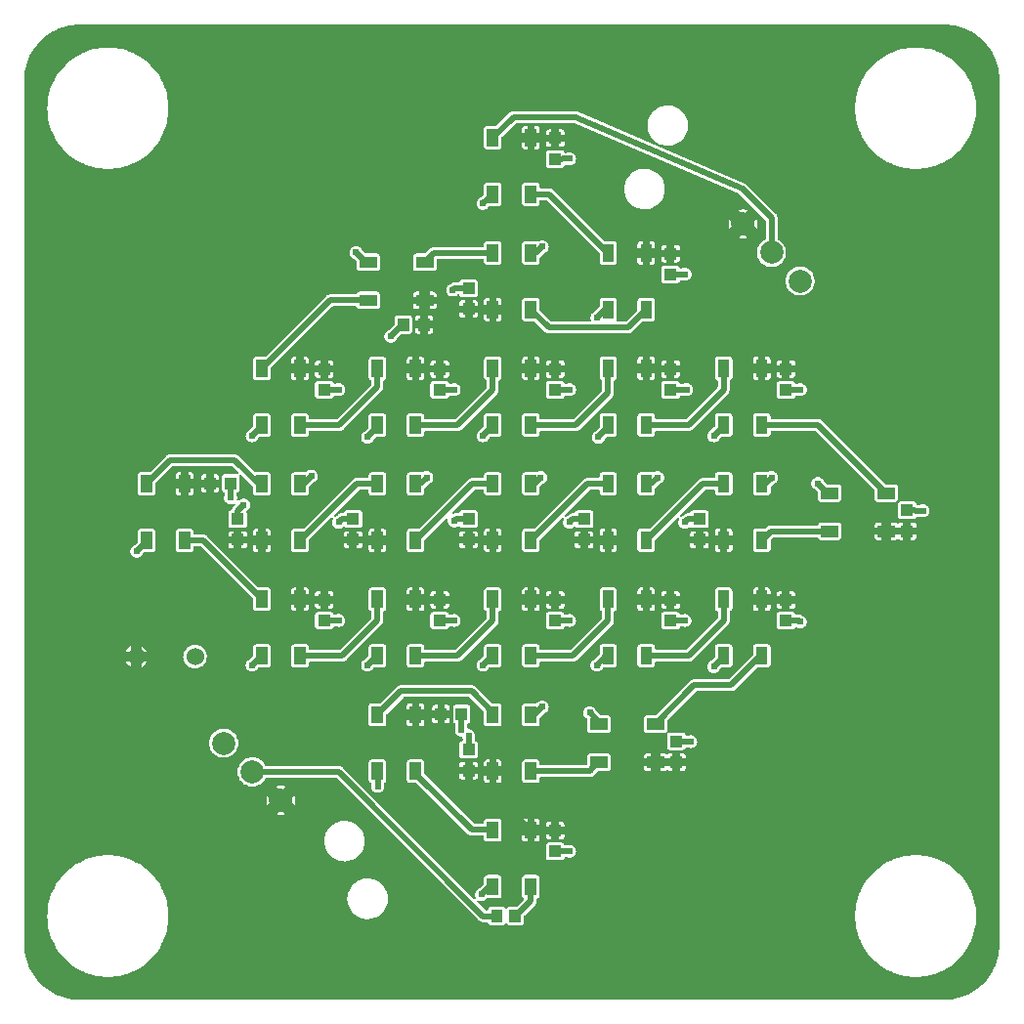
<source format=gtl>
G04 Layer: TopLayer*
G04 EasyEDA v6.4.25, 2022-01-30T22:18:30+11:00*
G04 a67cddfb3fce44daa9051d46cbbcc19f,10*
G04 Gerber Generator version 0.2*
G04 Scale: 100 percent, Rotated: No, Reflected: No *
G04 Dimensions in millimeters *
G04 leading zeros omitted , absolute positions ,4 integer and 5 decimal *
%FSLAX45Y45*%
%MOMM*%

%ADD11C,0.5000*%
%ADD12C,0.6096*%
%ADD15R,1.0000X1.1000*%
%ADD16R,1.1000X1.0000*%
%ADD17C,1.5240*%
%ADD18C,2.0000*%

%LPD*%
G36*
X500532Y25908D02*
G01*
X469900Y26873D01*
X440283Y29718D01*
X410870Y34391D01*
X381812Y40894D01*
X353212Y49225D01*
X325170Y59334D01*
X297840Y71170D01*
X271322Y84734D01*
X245719Y99923D01*
X221081Y116636D01*
X197561Y134924D01*
X175260Y154635D01*
X154178Y175717D01*
X134518Y198069D01*
X116281Y221589D01*
X99568Y246227D01*
X84429Y271881D01*
X70916Y298450D01*
X59080Y325780D01*
X49022Y353822D01*
X40741Y382422D01*
X34290Y411480D01*
X29616Y440893D01*
X26822Y470560D01*
X25908Y500532D01*
X25908Y7999475D01*
X26873Y8030108D01*
X29718Y8059724D01*
X34391Y8089138D01*
X40894Y8118195D01*
X49225Y8146796D01*
X59334Y8174837D01*
X71170Y8202117D01*
X84734Y8228685D01*
X99923Y8254288D01*
X116636Y8278926D01*
X134924Y8302447D01*
X154635Y8324748D01*
X175717Y8345779D01*
X198069Y8365490D01*
X221589Y8383727D01*
X246227Y8400440D01*
X271881Y8415578D01*
X298450Y8429091D01*
X325780Y8440877D01*
X353822Y8450986D01*
X382422Y8459266D01*
X411480Y8465718D01*
X440893Y8470392D01*
X470560Y8473135D01*
X500532Y8474100D01*
X7999475Y8474100D01*
X8030108Y8473135D01*
X8059724Y8470290D01*
X8089138Y8465616D01*
X8118195Y8459114D01*
X8146796Y8450783D01*
X8174837Y8440674D01*
X8202117Y8428837D01*
X8228685Y8415274D01*
X8254288Y8400084D01*
X8278926Y8383320D01*
X8302447Y8365083D01*
X8324748Y8345373D01*
X8345779Y8324291D01*
X8365490Y8301939D01*
X8383727Y8278418D01*
X8400440Y8253730D01*
X8415578Y8228126D01*
X8429091Y8201558D01*
X8440877Y8174228D01*
X8450986Y8146186D01*
X8459266Y8117586D01*
X8465718Y8088528D01*
X8470392Y8059115D01*
X8473135Y8029448D01*
X8474100Y7999475D01*
X8474100Y500532D01*
X8473135Y469900D01*
X8470290Y440283D01*
X8465616Y410870D01*
X8459114Y381812D01*
X8450783Y353212D01*
X8440674Y325170D01*
X8428837Y297840D01*
X8415274Y271322D01*
X8400084Y245719D01*
X8383320Y221081D01*
X8365083Y197561D01*
X8345373Y175260D01*
X8324291Y154178D01*
X8301939Y134518D01*
X8278368Y116281D01*
X8253730Y99568D01*
X8228126Y84429D01*
X8201558Y70916D01*
X8174228Y59080D01*
X8146186Y49022D01*
X8117586Y40741D01*
X8088528Y34290D01*
X8059115Y29616D01*
X8029448Y26822D01*
X7999475Y25908D01*
G37*

%LPC*%
G36*
X4338980Y7538770D02*
G01*
X4383532Y7538770D01*
X4383532Y7595819D01*
X4365447Y7595819D01*
X4359148Y7595108D01*
X4353661Y7593177D01*
X4348784Y7590129D01*
X4344670Y7586014D01*
X4341622Y7581138D01*
X4339691Y7575651D01*
X4338980Y7569352D01*
G37*
G36*
X750011Y223875D02*
G01*
X781761Y224790D01*
X813358Y227685D01*
X844753Y232460D01*
X875792Y239166D01*
X906424Y247700D01*
X936396Y258064D01*
X965758Y270205D01*
X994308Y284175D01*
X1021943Y299770D01*
X1048613Y317042D01*
X1074166Y335889D01*
X1098550Y356209D01*
X1121613Y378002D01*
X1143355Y401167D01*
X1163675Y425602D01*
X1182471Y451205D01*
X1199692Y477875D01*
X1215237Y505561D01*
X1229106Y534162D01*
X1241196Y563524D01*
X1251508Y593547D01*
X1259992Y624179D01*
X1266596Y655218D01*
X1271320Y686612D01*
X1274114Y718261D01*
X1274978Y749960D01*
X1274114Y781761D01*
X1271320Y813358D01*
X1266596Y844803D01*
X1259992Y875842D01*
X1251508Y906475D01*
X1241196Y936498D01*
X1229106Y965860D01*
X1215237Y994410D01*
X1199692Y1022096D01*
X1182471Y1048816D01*
X1163675Y1074420D01*
X1143355Y1098804D01*
X1121613Y1121968D01*
X1098550Y1143762D01*
X1074166Y1164132D01*
X1048613Y1182979D01*
X1021943Y1200251D01*
X994308Y1215847D01*
X965758Y1229766D01*
X936396Y1241958D01*
X906424Y1252321D01*
X875792Y1260856D01*
X844753Y1267510D01*
X813358Y1272336D01*
X781761Y1275181D01*
X750011Y1276146D01*
X718261Y1275181D01*
X686612Y1272336D01*
X655218Y1267510D01*
X624179Y1260856D01*
X593598Y1252321D01*
X563575Y1241958D01*
X534263Y1229766D01*
X505714Y1215847D01*
X478078Y1200251D01*
X451408Y1182979D01*
X425856Y1164132D01*
X401472Y1143762D01*
X378358Y1121968D01*
X356616Y1098804D01*
X336346Y1074420D01*
X317550Y1048816D01*
X300329Y1022096D01*
X284784Y994410D01*
X270916Y965860D01*
X258825Y936498D01*
X248513Y906475D01*
X240029Y875842D01*
X233425Y844803D01*
X228701Y813358D01*
X225907Y781761D01*
X224993Y750011D01*
X225907Y718261D01*
X228701Y686612D01*
X233425Y655218D01*
X240029Y624179D01*
X248513Y593547D01*
X258825Y563524D01*
X270916Y534162D01*
X284784Y505561D01*
X300329Y477875D01*
X317550Y451205D01*
X336346Y425602D01*
X356616Y401167D01*
X378358Y378002D01*
X401472Y356209D01*
X425856Y335889D01*
X451408Y317042D01*
X478078Y299770D01*
X505714Y284175D01*
X534263Y270205D01*
X563575Y258064D01*
X593598Y247700D01*
X624179Y239166D01*
X655218Y232460D01*
X686612Y227685D01*
X718261Y224790D01*
G37*
G36*
X4070553Y669086D02*
G01*
X4169460Y669086D01*
X4175760Y669798D01*
X4181195Y671728D01*
X4186123Y674776D01*
X4190187Y678891D01*
X4191406Y680770D01*
X4194200Y683717D01*
X4197959Y685342D01*
X4202023Y685342D01*
X4205782Y683717D01*
X4208627Y680770D01*
X4209796Y678891D01*
X4213860Y674776D01*
X4218787Y671728D01*
X4224223Y669798D01*
X4230573Y669086D01*
X4329430Y669086D01*
X4335729Y669798D01*
X4341215Y671728D01*
X4346092Y674776D01*
X4350207Y678891D01*
X4353306Y683768D01*
X4355185Y689254D01*
X4355896Y695553D01*
X4355896Y749706D01*
X4356658Y753618D01*
X4358894Y756920D01*
X4450842Y848868D01*
X4453991Y852271D01*
X4456684Y855827D01*
X4459071Y859586D01*
X4461154Y863498D01*
X4462830Y867613D01*
X4464151Y871829D01*
X4465116Y876198D01*
X4465726Y880567D01*
X4465929Y885240D01*
X4465929Y895858D01*
X4466742Y899921D01*
X4469180Y903274D01*
X4472736Y905459D01*
X4476089Y906627D01*
X4481017Y909726D01*
X4485081Y913790D01*
X4488180Y918718D01*
X4490110Y924153D01*
X4490821Y930503D01*
X4490821Y1079347D01*
X4490110Y1085646D01*
X4488180Y1091133D01*
X4485081Y1096010D01*
X4481017Y1100124D01*
X4476089Y1103172D01*
X4470654Y1105103D01*
X4464304Y1105814D01*
X4365447Y1105814D01*
X4359148Y1105103D01*
X4353661Y1103172D01*
X4348784Y1100124D01*
X4344670Y1096010D01*
X4341622Y1091133D01*
X4339691Y1085646D01*
X4338980Y1079347D01*
X4338980Y930503D01*
X4339691Y924153D01*
X4341622Y918718D01*
X4344670Y913790D01*
X4352290Y906729D01*
X4353915Y903528D01*
X4354322Y899921D01*
X4353458Y896366D01*
X4351375Y893419D01*
X4291888Y833882D01*
X4288586Y831697D01*
X4284675Y830884D01*
X4230573Y830884D01*
X4224223Y830173D01*
X4218787Y828294D01*
X4213860Y825195D01*
X4209796Y821131D01*
X4208627Y819200D01*
X4205782Y816254D01*
X4202023Y814679D01*
X4197959Y814679D01*
X4194200Y816254D01*
X4191406Y819200D01*
X4190187Y821131D01*
X4186123Y825195D01*
X4181195Y828294D01*
X4175760Y830173D01*
X4169460Y830884D01*
X4070553Y830884D01*
X4064254Y830173D01*
X4058818Y828294D01*
X4053890Y825195D01*
X4049826Y821131D01*
X4046728Y816203D01*
X4043629Y806399D01*
X4041394Y803503D01*
X4038244Y801573D01*
X4034637Y800912D01*
X4025290Y800912D01*
X4021378Y801674D01*
X4018076Y803910D01*
X3951325Y870661D01*
X3949090Y874014D01*
X3948328Y877976D01*
X3949192Y881938D01*
X3951478Y885240D01*
X3954932Y887374D01*
X3958894Y888034D01*
X3962806Y887069D01*
X3968242Y884529D01*
X3977690Y881989D01*
X3987495Y881126D01*
X3997299Y881989D01*
X4006748Y884529D01*
X4015689Y888695D01*
X4023715Y894334D01*
X4030421Y901039D01*
X4033723Y903224D01*
X4037584Y903986D01*
X4134307Y903986D01*
X4140657Y904697D01*
X4146092Y906627D01*
X4151020Y909726D01*
X4155084Y913790D01*
X4158183Y918718D01*
X4160113Y924153D01*
X4160824Y930503D01*
X4160824Y1079347D01*
X4160113Y1085646D01*
X4158183Y1091133D01*
X4155084Y1096010D01*
X4151020Y1100124D01*
X4146092Y1103172D01*
X4140657Y1105103D01*
X4134307Y1105814D01*
X4035450Y1105814D01*
X4029151Y1105103D01*
X4023664Y1103172D01*
X4018787Y1100124D01*
X4014673Y1096010D01*
X4011625Y1091133D01*
X4009694Y1085646D01*
X4008983Y1079347D01*
X4008983Y1035202D01*
X4008221Y1031290D01*
X4005986Y1027988D01*
X3969918Y991920D01*
X3967022Y989888D01*
X3959301Y986282D01*
X3951274Y980643D01*
X3944315Y973734D01*
X3938676Y965657D01*
X3934561Y956767D01*
X3932021Y947267D01*
X3931158Y937463D01*
X3932021Y927709D01*
X3934561Y918210D01*
X3937050Y912774D01*
X3938015Y908862D01*
X3937355Y904900D01*
X3935222Y901496D01*
X3931920Y899210D01*
X3928008Y898347D01*
X3924046Y899109D01*
X3920693Y901293D01*
X2786126Y2035860D01*
X2782671Y2039010D01*
X2779166Y2041702D01*
X2775407Y2044090D01*
X2771495Y2046173D01*
X2767380Y2047849D01*
X2763164Y2049170D01*
X2758795Y2050135D01*
X2754426Y2050745D01*
X2749753Y2050948D01*
X2121357Y2050948D01*
X2117750Y2051608D01*
X2114600Y2053488D01*
X2112365Y2056384D01*
X2107742Y2065121D01*
X2099106Y2077618D01*
X2089048Y2088997D01*
X2077669Y2099106D01*
X2065121Y2107742D01*
X2051710Y2114804D01*
X2037486Y2120188D01*
X2022703Y2123795D01*
X2007616Y2125624D01*
X1992426Y2125624D01*
X1977339Y2123795D01*
X1962556Y2120188D01*
X1948332Y2114804D01*
X1934870Y2107742D01*
X1922373Y2099106D01*
X1910994Y2088997D01*
X1900936Y2077618D01*
X1892300Y2065121D01*
X1885238Y2051659D01*
X1879854Y2037435D01*
X1876196Y2022652D01*
X1874367Y2007565D01*
X1874367Y1992375D01*
X1876196Y1977288D01*
X1879854Y1962556D01*
X1885238Y1948332D01*
X1892300Y1934870D01*
X1900936Y1922322D01*
X1910994Y1910943D01*
X1922373Y1900885D01*
X1934870Y1892249D01*
X1948332Y1885188D01*
X1962556Y1879803D01*
X1977339Y1876145D01*
X1992426Y1874316D01*
X2007616Y1874316D01*
X2022703Y1876145D01*
X2037486Y1879803D01*
X2051710Y1885188D01*
X2065121Y1892249D01*
X2077669Y1900885D01*
X2089048Y1910943D01*
X2099106Y1922322D01*
X2107742Y1934870D01*
X2112365Y1943658D01*
X2114651Y1946554D01*
X2117750Y1948434D01*
X2121357Y1949094D01*
X2724708Y1949094D01*
X2728569Y1948332D01*
X2731871Y1946148D01*
X3963822Y714146D01*
X3967276Y710996D01*
X3970782Y708304D01*
X3974541Y705916D01*
X3978503Y703884D01*
X3982567Y702157D01*
X3986834Y700836D01*
X3991152Y699871D01*
X3995572Y699312D01*
X4000195Y699109D01*
X4034637Y699109D01*
X4038244Y698449D01*
X4041394Y696518D01*
X4043629Y693623D01*
X4044797Y689254D01*
X4046728Y683768D01*
X4049826Y678891D01*
X4053890Y674776D01*
X4058818Y671728D01*
X4064254Y669798D01*
G37*
G36*
X4446270Y7538770D02*
G01*
X4490821Y7538770D01*
X4490821Y7569352D01*
X4490110Y7575651D01*
X4488180Y7581138D01*
X4485081Y7586014D01*
X4481017Y7590129D01*
X4476089Y7593177D01*
X4470654Y7595108D01*
X4464304Y7595819D01*
X4446270Y7595819D01*
G37*
G36*
X3004515Y724154D02*
G01*
X3022600Y725576D01*
X3040380Y728827D01*
X3057804Y733856D01*
X3074568Y740714D01*
X3090519Y749198D01*
X3105556Y759307D01*
X3119475Y770890D01*
X3132124Y783894D01*
X3143351Y798068D01*
X3153054Y813358D01*
X3161182Y829564D01*
X3167532Y846531D01*
X3172155Y864006D01*
X3174949Y881887D01*
X3175863Y899972D01*
X3174949Y918108D01*
X3172155Y935990D01*
X3167532Y953465D01*
X3161182Y970432D01*
X3153054Y986637D01*
X3143351Y1001928D01*
X3132124Y1016101D01*
X3119475Y1029106D01*
X3105556Y1040688D01*
X3090519Y1050798D01*
X3074568Y1059281D01*
X3057804Y1066139D01*
X3040380Y1071168D01*
X3022600Y1074420D01*
X3004515Y1075842D01*
X2986430Y1075385D01*
X2968447Y1073048D01*
X2950819Y1068882D01*
X2933750Y1062939D01*
X2917342Y1055268D01*
X2901797Y1045921D01*
X2887319Y1035050D01*
X2874010Y1022756D01*
X2862072Y1009142D01*
X2851556Y994410D01*
X2842666Y978662D01*
X2835402Y962050D01*
X2829915Y944778D01*
X2826207Y927049D01*
X2824327Y909066D01*
X2824327Y890930D01*
X2826207Y872947D01*
X2829915Y855218D01*
X2835402Y837946D01*
X2842666Y821334D01*
X2851556Y805586D01*
X2862072Y790854D01*
X2874010Y777240D01*
X2887319Y764946D01*
X2901797Y754075D01*
X2917342Y744728D01*
X2933750Y737057D01*
X2950819Y731113D01*
X2968447Y726948D01*
X2986430Y724611D01*
G37*
G36*
X4658868Y7521346D02*
G01*
X4705908Y7521346D01*
X4705908Y7539431D01*
X4705197Y7545730D01*
X4703267Y7551216D01*
X4700219Y7556093D01*
X4696104Y7560208D01*
X4691227Y7563307D01*
X4685741Y7565186D01*
X4679442Y7565898D01*
X4658868Y7565898D01*
G37*
G36*
X4544110Y7521346D02*
G01*
X4591151Y7521346D01*
X4591151Y7565898D01*
X4570577Y7565898D01*
X4564227Y7565186D01*
X4558792Y7563307D01*
X4553864Y7560208D01*
X4549800Y7556093D01*
X4546701Y7551216D01*
X4544822Y7545730D01*
X4544110Y7539431D01*
G37*
G36*
X5604510Y7424166D02*
G01*
X5622594Y7425588D01*
X5640374Y7428839D01*
X5657799Y7433868D01*
X5674563Y7440726D01*
X5690514Y7449210D01*
X5705551Y7459319D01*
X5719470Y7470902D01*
X5732119Y7483906D01*
X5743346Y7498080D01*
X5753049Y7513370D01*
X5761177Y7529575D01*
X5767527Y7546543D01*
X5772150Y7564018D01*
X5774944Y7581900D01*
X5775858Y7599984D01*
X5774944Y7618120D01*
X5772150Y7636002D01*
X5767527Y7653477D01*
X5761177Y7670444D01*
X5753049Y7686649D01*
X5743346Y7701940D01*
X5732119Y7716113D01*
X5719470Y7729118D01*
X5705551Y7740700D01*
X5690514Y7750809D01*
X5674563Y7759293D01*
X5657799Y7766151D01*
X5640374Y7771180D01*
X5622594Y7774431D01*
X5604510Y7775854D01*
X5586425Y7775397D01*
X5568442Y7773060D01*
X5550814Y7768894D01*
X5533745Y7762951D01*
X5517337Y7755280D01*
X5501792Y7745933D01*
X5487314Y7735062D01*
X5474004Y7722768D01*
X5462066Y7709153D01*
X5451551Y7694422D01*
X5442661Y7678674D01*
X5435396Y7662062D01*
X5429910Y7644790D01*
X5426202Y7627061D01*
X5424322Y7609078D01*
X5424322Y7590942D01*
X5426202Y7572959D01*
X5429910Y7555230D01*
X5435396Y7537958D01*
X5442661Y7521346D01*
X5451551Y7505598D01*
X5462066Y7490866D01*
X5474004Y7477252D01*
X5487314Y7464958D01*
X5501792Y7454087D01*
X5517337Y7444740D01*
X5533745Y7437069D01*
X5550814Y7431125D01*
X5568442Y7426959D01*
X5586425Y7424623D01*
G37*
G36*
X4570577Y7414107D02*
G01*
X4591151Y7414107D01*
X4591151Y7458659D01*
X4544110Y7458659D01*
X4544110Y7440574D01*
X4544822Y7434275D01*
X4546701Y7428788D01*
X4549800Y7423912D01*
X4553864Y7419797D01*
X4558792Y7416698D01*
X4564227Y7414818D01*
G37*
G36*
X2804515Y1224178D02*
G01*
X2822600Y1225550D01*
X2840380Y1228801D01*
X2857804Y1233881D01*
X2874568Y1240688D01*
X2890520Y1249222D01*
X2905556Y1259332D01*
X2919476Y1270914D01*
X2932125Y1283868D01*
X2943352Y1298092D01*
X2953054Y1313383D01*
X2961182Y1329537D01*
X2967532Y1346504D01*
X2972155Y1364030D01*
X2974949Y1381912D01*
X2975864Y1399997D01*
X2974949Y1418082D01*
X2972155Y1435963D01*
X2967532Y1453489D01*
X2961182Y1470456D01*
X2953054Y1486611D01*
X2943352Y1501902D01*
X2932125Y1516126D01*
X2919476Y1529080D01*
X2905556Y1540662D01*
X2890520Y1550771D01*
X2874568Y1559306D01*
X2857804Y1566113D01*
X2840380Y1571193D01*
X2822600Y1574444D01*
X2804515Y1575816D01*
X2786430Y1575358D01*
X2768447Y1573022D01*
X2750820Y1568907D01*
X2733751Y1562912D01*
X2717342Y1555242D01*
X2701798Y1545945D01*
X2687320Y1535074D01*
X2674010Y1522780D01*
X2662072Y1509166D01*
X2651556Y1494383D01*
X2642666Y1478635D01*
X2635402Y1462024D01*
X2629916Y1444802D01*
X2626207Y1427073D01*
X2624328Y1409039D01*
X2624328Y1390954D01*
X2626207Y1372920D01*
X2629916Y1355191D01*
X2635402Y1337970D01*
X2642666Y1321358D01*
X2651556Y1305610D01*
X2662072Y1290828D01*
X2674010Y1277213D01*
X2687320Y1264920D01*
X2701798Y1254048D01*
X2717342Y1244752D01*
X2733751Y1237081D01*
X2750820Y1231087D01*
X2768447Y1226972D01*
X2786430Y1224635D01*
G37*
G36*
X4570577Y1234084D02*
G01*
X4679442Y1234084D01*
X4685741Y1234795D01*
X4691227Y1236726D01*
X4696104Y1239774D01*
X4700219Y1243888D01*
X4703267Y1248765D01*
X4705096Y1253998D01*
X4707178Y1257503D01*
X4710480Y1259890D01*
X4714494Y1260754D01*
X4725162Y1261008D01*
X4740198Y1256995D01*
X4750003Y1256131D01*
X4759807Y1256995D01*
X4769256Y1259535D01*
X4778197Y1263700D01*
X4786223Y1269339D01*
X4793183Y1276248D01*
X4798822Y1284325D01*
X4802936Y1293215D01*
X4805476Y1302715D01*
X4806340Y1312468D01*
X4805476Y1322273D01*
X4802936Y1331772D01*
X4798822Y1340662D01*
X4793183Y1348740D01*
X4786223Y1355648D01*
X4778197Y1361287D01*
X4769256Y1365453D01*
X4759807Y1367993D01*
X4750003Y1368856D01*
X4740198Y1367993D01*
X4730750Y1365453D01*
X4727041Y1363726D01*
X4722977Y1362760D01*
X4713732Y1362608D01*
X4709566Y1363370D01*
X4706112Y1365808D01*
X4703927Y1369415D01*
X4703267Y1371193D01*
X4700219Y1376121D01*
X4696104Y1380185D01*
X4691227Y1383284D01*
X4685741Y1385214D01*
X4679442Y1385925D01*
X4570577Y1385925D01*
X4564227Y1385214D01*
X4558792Y1383284D01*
X4553864Y1380185D01*
X4549800Y1376121D01*
X4546701Y1371193D01*
X4544822Y1365758D01*
X4544110Y1359408D01*
X4544110Y1260551D01*
X4544822Y1254252D01*
X4546701Y1248765D01*
X4549800Y1243888D01*
X4553864Y1239774D01*
X4558792Y1236726D01*
X4564227Y1234795D01*
G37*
G36*
X4658868Y7414107D02*
G01*
X4679442Y7414107D01*
X4685741Y7414818D01*
X4691227Y7416698D01*
X4696104Y7419797D01*
X4700219Y7423912D01*
X4703267Y7428788D01*
X4705197Y7434275D01*
X4705908Y7440574D01*
X4705908Y7458659D01*
X4658868Y7458659D01*
G37*
G36*
X4446270Y7393990D02*
G01*
X4464304Y7393990D01*
X4470654Y7394702D01*
X4476089Y7396632D01*
X4481017Y7399680D01*
X4485081Y7403795D01*
X4488180Y7408672D01*
X4490110Y7414158D01*
X4490821Y7420457D01*
X4490821Y7451039D01*
X4446270Y7451039D01*
G37*
G36*
X4365447Y1394002D02*
G01*
X4383532Y1394002D01*
X4383532Y1451051D01*
X4338980Y1451051D01*
X4338980Y1420469D01*
X4339691Y1414170D01*
X4341622Y1408684D01*
X4344670Y1403807D01*
X4348784Y1399692D01*
X4353661Y1396644D01*
X4359148Y1394714D01*
G37*
G36*
X4446270Y1394002D02*
G01*
X4464304Y1394002D01*
X4470654Y1394714D01*
X4476089Y1396644D01*
X4481017Y1399692D01*
X4485081Y1403807D01*
X4488180Y1408684D01*
X4490110Y1414170D01*
X4490821Y1420469D01*
X4490821Y1451051D01*
X4446270Y1451051D01*
G37*
G36*
X4035450Y1394002D02*
G01*
X4134307Y1394002D01*
X4140657Y1394714D01*
X4146092Y1396644D01*
X4151020Y1399692D01*
X4155084Y1403807D01*
X4158183Y1408684D01*
X4160113Y1414170D01*
X4160824Y1420469D01*
X4160824Y1569364D01*
X4160113Y1575663D01*
X4158183Y1581150D01*
X4155084Y1586026D01*
X4151020Y1590141D01*
X4146092Y1593189D01*
X4140657Y1595120D01*
X4134307Y1595831D01*
X4035450Y1595831D01*
X4029151Y1595120D01*
X4023664Y1593189D01*
X4018787Y1590141D01*
X4014673Y1586026D01*
X4011625Y1581150D01*
X4009694Y1575663D01*
X4008983Y1569364D01*
X4008983Y1561084D01*
X4008221Y1557172D01*
X4005986Y1553870D01*
X4002735Y1551686D01*
X3998823Y1550924D01*
X3925315Y1550924D01*
X3921404Y1551686D01*
X3918102Y1553870D01*
X3493770Y1978202D01*
X3491585Y1981504D01*
X3490823Y1985416D01*
X3490823Y2079345D01*
X3490112Y2085644D01*
X3488182Y2091131D01*
X3485083Y2096007D01*
X3481019Y2100122D01*
X3476091Y2103170D01*
X3470656Y2105101D01*
X3464306Y2105812D01*
X3365449Y2105812D01*
X3359150Y2105101D01*
X3353663Y2103170D01*
X3348786Y2100122D01*
X3344672Y2096007D01*
X3341624Y2091131D01*
X3339693Y2085644D01*
X3338982Y2079345D01*
X3338982Y1930501D01*
X3339693Y1924151D01*
X3341624Y1918716D01*
X3344672Y1913788D01*
X3348786Y1909724D01*
X3353663Y1906625D01*
X3359150Y1904695D01*
X3365449Y1903984D01*
X3419805Y1903984D01*
X3423665Y1903222D01*
X3426968Y1901037D01*
X3863848Y1464157D01*
X3867302Y1461008D01*
X3870807Y1458315D01*
X3874566Y1455928D01*
X3878478Y1453845D01*
X3882593Y1452168D01*
X3886809Y1450848D01*
X3891178Y1449882D01*
X3895547Y1449273D01*
X3900220Y1449070D01*
X3998823Y1449070D01*
X4002735Y1448308D01*
X4005986Y1446123D01*
X4008221Y1442821D01*
X4008983Y1438910D01*
X4008983Y1420469D01*
X4009694Y1414170D01*
X4011625Y1408684D01*
X4014673Y1403807D01*
X4018787Y1399692D01*
X4023664Y1396644D01*
X4029151Y1394714D01*
G37*
G36*
X4658868Y1414068D02*
G01*
X4679442Y1414068D01*
X4685741Y1414830D01*
X4691227Y1416710D01*
X4696104Y1419809D01*
X4700219Y1423873D01*
X4703267Y1428800D01*
X4705197Y1434236D01*
X4705908Y1440586D01*
X4705908Y1458671D01*
X4658868Y1458671D01*
G37*
G36*
X4570577Y1414068D02*
G01*
X4591151Y1414068D01*
X4591151Y1458671D01*
X4544110Y1458671D01*
X4544110Y1440586D01*
X4544822Y1434236D01*
X4546701Y1428800D01*
X4549800Y1423873D01*
X4553864Y1419809D01*
X4558792Y1416710D01*
X4564227Y1414830D01*
G37*
G36*
X4544110Y1521358D02*
G01*
X4591151Y1521358D01*
X4591151Y1565910D01*
X4570577Y1565910D01*
X4564227Y1565198D01*
X4558792Y1563268D01*
X4553864Y1560220D01*
X4549800Y1556105D01*
X4546701Y1551228D01*
X4544822Y1545742D01*
X4544110Y1539443D01*
G37*
G36*
X4658868Y1521358D02*
G01*
X4705908Y1521358D01*
X4705908Y1539443D01*
X4705197Y1545742D01*
X4703267Y1551228D01*
X4700219Y1556105D01*
X4696104Y1560220D01*
X4691227Y1563268D01*
X4685741Y1565198D01*
X4679442Y1565910D01*
X4658868Y1565910D01*
G37*
G36*
X4338980Y1538782D02*
G01*
X4383532Y1538782D01*
X4383532Y1595831D01*
X4365447Y1595831D01*
X4359148Y1595120D01*
X4353661Y1593189D01*
X4348784Y1590141D01*
X4344670Y1586026D01*
X4341622Y1581150D01*
X4339691Y1575663D01*
X4338980Y1569364D01*
G37*
G36*
X4446270Y1538782D02*
G01*
X4490821Y1538782D01*
X4490821Y1569364D01*
X4490110Y1575663D01*
X4488180Y1581150D01*
X4485081Y1586026D01*
X4481017Y1590141D01*
X4476089Y1593189D01*
X4470654Y1595120D01*
X4464304Y1595831D01*
X4446270Y1595831D01*
G37*
G36*
X4365447Y7393990D02*
G01*
X4383532Y7393990D01*
X4383532Y7451039D01*
X4338980Y7451039D01*
X4338980Y7420457D01*
X4339691Y7414158D01*
X4341622Y7408672D01*
X4344670Y7403795D01*
X4348784Y7399680D01*
X4353661Y7396632D01*
X4359148Y7394702D01*
G37*
G36*
X2239924Y1626819D02*
G01*
X2255113Y1626819D01*
X2270201Y1628698D01*
X2284933Y1632305D01*
X2287168Y1633169D01*
X2247493Y1672793D01*
X2207818Y1633169D01*
X2210054Y1632305D01*
X2224836Y1628698D01*
G37*
G36*
X2366873Y1712823D02*
G01*
X2367686Y1715058D01*
X2371344Y1729790D01*
X2373172Y1744878D01*
X2373172Y1760118D01*
X2371344Y1775206D01*
X2367686Y1789938D01*
X2366873Y1792173D01*
X2327198Y1752498D01*
G37*
G36*
X2128164Y1712823D02*
G01*
X2167788Y1752498D01*
X2128164Y1792173D01*
X2127300Y1789938D01*
X2123694Y1775206D01*
X2121865Y1760118D01*
X2121865Y1744878D01*
X2123694Y1729790D01*
X2127300Y1715058D01*
G37*
G36*
X3087522Y1818639D02*
G01*
X3097276Y1819503D01*
X3106775Y1822043D01*
X3115665Y1826209D01*
X3123742Y1831848D01*
X3130651Y1838756D01*
X3136290Y1846834D01*
X3140456Y1855724D01*
X3142996Y1865223D01*
X3143859Y1874977D01*
X3142996Y1884781D01*
X3140354Y1894636D01*
X3140151Y1898954D01*
X3141726Y1902968D01*
X3144824Y1905965D01*
X3151073Y1909724D01*
X3155086Y1913788D01*
X3158185Y1918716D01*
X3160115Y1924151D01*
X3160826Y1930501D01*
X3160826Y2079345D01*
X3160115Y2085644D01*
X3158185Y2091131D01*
X3155086Y2096007D01*
X3151022Y2100122D01*
X3146094Y2103170D01*
X3140659Y2105101D01*
X3134309Y2105812D01*
X3035452Y2105812D01*
X3029153Y2105101D01*
X3023666Y2103170D01*
X3018790Y2100122D01*
X3014675Y2096007D01*
X3011627Y2091131D01*
X3009696Y2085644D01*
X3008985Y2079345D01*
X3008985Y1930501D01*
X3009696Y1924151D01*
X3011627Y1918716D01*
X3014675Y1913788D01*
X3018790Y1909724D01*
X3023666Y1906625D01*
X3027730Y1905203D01*
X3031032Y1903323D01*
X3033369Y1900377D01*
X3034487Y1896770D01*
X3034182Y1893011D01*
X3031998Y1884781D01*
X3031134Y1874977D01*
X3031998Y1865223D01*
X3034538Y1855724D01*
X3038703Y1846834D01*
X3044342Y1838756D01*
X3051251Y1831848D01*
X3059328Y1826209D01*
X3068218Y1822043D01*
X3077718Y1819503D01*
G37*
G36*
X2247493Y1832203D02*
G01*
X2287168Y1871827D01*
X2284933Y1872691D01*
X2270201Y1876348D01*
X2255113Y1878177D01*
X2239924Y1878177D01*
X2224836Y1876348D01*
X2210054Y1872691D01*
X2207818Y1871827D01*
G37*
G36*
X4570577Y7234072D02*
G01*
X4679442Y7234072D01*
X4685741Y7234783D01*
X4691227Y7236714D01*
X4696104Y7239812D01*
X4700219Y7243876D01*
X4703267Y7248804D01*
X4705096Y7253986D01*
X4707178Y7257491D01*
X4710480Y7259878D01*
X4714494Y7260742D01*
X4725212Y7260996D01*
X4740198Y7257034D01*
X4750003Y7256170D01*
X4759807Y7257034D01*
X4769256Y7259574D01*
X4778197Y7263688D01*
X4786223Y7269327D01*
X4793183Y7276287D01*
X4798822Y7284313D01*
X4802936Y7293254D01*
X4805476Y7302703D01*
X4806340Y7312507D01*
X4805476Y7322312D01*
X4802936Y7331760D01*
X4798822Y7340701D01*
X4793183Y7348728D01*
X4786223Y7355687D01*
X4778197Y7361326D01*
X4769256Y7365441D01*
X4759807Y7367981D01*
X4750003Y7368844D01*
X4740198Y7367981D01*
X4730750Y7365441D01*
X4726990Y7363714D01*
X4722926Y7362748D01*
X4713732Y7362596D01*
X4709566Y7363358D01*
X4706112Y7365796D01*
X4703927Y7369403D01*
X4703267Y7371232D01*
X4700219Y7376109D01*
X4696104Y7380224D01*
X4691227Y7383272D01*
X4685741Y7385202D01*
X4679442Y7385913D01*
X4570577Y7385913D01*
X4564227Y7385202D01*
X4558792Y7383272D01*
X4553864Y7380224D01*
X4549800Y7376109D01*
X4546701Y7371232D01*
X4544822Y7365746D01*
X4544110Y7359446D01*
X4544110Y7260590D01*
X4544822Y7254240D01*
X4546701Y7248804D01*
X4549800Y7243876D01*
X4553864Y7239812D01*
X4558792Y7236714D01*
X4564227Y7234783D01*
G37*
G36*
X4116222Y1903984D02*
G01*
X4134307Y1903984D01*
X4140657Y1904695D01*
X4146092Y1906625D01*
X4151020Y1909673D01*
X4155084Y1913788D01*
X4158183Y1918665D01*
X4160062Y1924151D01*
X4160774Y1930450D01*
X4160774Y1961032D01*
X4116222Y1961032D01*
G37*
G36*
X4035450Y1903984D02*
G01*
X4053535Y1903984D01*
X4053535Y1961032D01*
X4008983Y1961032D01*
X4008983Y1930450D01*
X4009694Y1924151D01*
X4011574Y1918665D01*
X4014673Y1913788D01*
X4018787Y1909673D01*
X4023664Y1906625D01*
X4029151Y1904695D01*
G37*
G36*
X4365447Y1903984D02*
G01*
X4464304Y1903984D01*
X4470654Y1904695D01*
X4476089Y1906625D01*
X4481017Y1909673D01*
X4485081Y1913788D01*
X4488180Y1918665D01*
X4490059Y1924151D01*
X4490770Y1930450D01*
X4490770Y1943912D01*
X4491583Y1947824D01*
X4493768Y1951126D01*
X4497070Y1953310D01*
X4500930Y1954072D01*
X4924806Y1954072D01*
X4929428Y1954275D01*
X4933848Y1954885D01*
X4938166Y1955850D01*
X4942433Y1957171D01*
X4946497Y1958848D01*
X4950460Y1960930D01*
X4954219Y1963318D01*
X4957724Y1966010D01*
X4961178Y1969160D01*
X4998008Y2006041D01*
X5001310Y2008225D01*
X5005222Y2008987D01*
X5079339Y2008987D01*
X5085638Y2009698D01*
X5091125Y2011629D01*
X5096002Y2014677D01*
X5100116Y2018792D01*
X5103164Y2023668D01*
X5105095Y2029155D01*
X5105806Y2035454D01*
X5105806Y2134311D01*
X5105095Y2140661D01*
X5103164Y2146096D01*
X5100116Y2151024D01*
X5096002Y2155088D01*
X5091125Y2158187D01*
X5085638Y2160117D01*
X5079339Y2160828D01*
X4930444Y2160828D01*
X4924145Y2160117D01*
X4918659Y2158187D01*
X4913782Y2155088D01*
X4909667Y2151024D01*
X4906619Y2146096D01*
X4904689Y2140661D01*
X4903978Y2134311D01*
X4903978Y2066086D01*
X4903216Y2062175D01*
X4901031Y2058873D01*
X4897729Y2056688D01*
X4893818Y2055926D01*
X4500930Y2055926D01*
X4497070Y2056688D01*
X4493768Y2058873D01*
X4491583Y2062175D01*
X4490770Y2066086D01*
X4490770Y2079345D01*
X4490059Y2085644D01*
X4488180Y2091131D01*
X4485081Y2096007D01*
X4481017Y2100122D01*
X4476089Y2103170D01*
X4470654Y2105101D01*
X4464304Y2105812D01*
X4365447Y2105812D01*
X4359148Y2105101D01*
X4353661Y2103170D01*
X4348784Y2100122D01*
X4344670Y2096007D01*
X4341622Y2091131D01*
X4339691Y2085644D01*
X4338980Y2079345D01*
X4338980Y1930450D01*
X4339691Y1924151D01*
X4341622Y1918665D01*
X4344670Y1913788D01*
X4348784Y1909673D01*
X4353661Y1906625D01*
X4359148Y1904695D01*
G37*
G36*
X3908856Y1934108D02*
G01*
X3929430Y1934108D01*
X3935729Y1934819D01*
X3941216Y1936699D01*
X3946093Y1939798D01*
X3950208Y1943862D01*
X3953306Y1948789D01*
X3955186Y1954225D01*
X3955897Y1960575D01*
X3955897Y1978660D01*
X3908856Y1978660D01*
G37*
G36*
X3820566Y1934108D02*
G01*
X3841140Y1934108D01*
X3841140Y1978660D01*
X3794099Y1978660D01*
X3794099Y1960575D01*
X3794810Y1954225D01*
X3796741Y1948789D01*
X3799789Y1943862D01*
X3803904Y1939798D01*
X3808780Y1936699D01*
X3814267Y1934819D01*
G37*
G36*
X5420461Y2008987D02*
G01*
X5451043Y2008987D01*
X5451043Y2053539D01*
X5393994Y2053539D01*
X5393994Y2035454D01*
X5394706Y2029155D01*
X5396585Y2023668D01*
X5399684Y2018792D01*
X5403799Y2014677D01*
X5408676Y2011629D01*
X5414162Y2009698D01*
G37*
G36*
X5538724Y2008987D02*
G01*
X5569305Y2008987D01*
X5575655Y2009698D01*
X5581091Y2011629D01*
X5586018Y2014677D01*
X5587796Y2016506D01*
X5591098Y2018690D01*
X5595010Y2019452D01*
X5598871Y2018690D01*
X5602173Y2016506D01*
X5603900Y2014778D01*
X5608777Y2011730D01*
X5614263Y2009800D01*
X5620562Y2009089D01*
X5641136Y2009089D01*
X5641136Y2053640D01*
X5538724Y2053539D01*
G37*
G36*
X5708853Y2009089D02*
G01*
X5729427Y2009089D01*
X5735726Y2009800D01*
X5741212Y2011730D01*
X5746089Y2014778D01*
X5750204Y2018893D01*
X5753303Y2023770D01*
X5755182Y2029256D01*
X5755894Y2035556D01*
X5755894Y2053640D01*
X5708853Y2053640D01*
G37*
G36*
X750011Y7223861D02*
G01*
X781761Y7224826D01*
X813358Y7227671D01*
X844753Y7232497D01*
X875792Y7239152D01*
X906424Y7247686D01*
X936396Y7258050D01*
X965758Y7270242D01*
X994308Y7284161D01*
X1021943Y7299756D01*
X1048613Y7317028D01*
X1074166Y7335875D01*
X1098550Y7356246D01*
X1121613Y7378039D01*
X1143355Y7401153D01*
X1163675Y7425588D01*
X1182471Y7451191D01*
X1199692Y7477912D01*
X1215237Y7505598D01*
X1229106Y7534148D01*
X1241196Y7563510D01*
X1251508Y7593533D01*
X1259992Y7624165D01*
X1266596Y7655204D01*
X1271320Y7686598D01*
X1274114Y7718247D01*
X1274978Y7749946D01*
X1274114Y7781747D01*
X1271320Y7813395D01*
X1266596Y7844790D01*
X1259992Y7875828D01*
X1251508Y7906461D01*
X1241196Y7936484D01*
X1229106Y7965846D01*
X1215237Y7994446D01*
X1199692Y8022132D01*
X1182471Y8048802D01*
X1163675Y8074406D01*
X1143355Y8098840D01*
X1121613Y8121954D01*
X1098550Y8143748D01*
X1074166Y8164118D01*
X1048613Y8182965D01*
X1021943Y8200237D01*
X994308Y8215833D01*
X965758Y8229752D01*
X936396Y8241944D01*
X906424Y8252307D01*
X875792Y8260842D01*
X844753Y8267547D01*
X813358Y8272322D01*
X781761Y8275167D01*
X750011Y8276132D01*
X718261Y8275167D01*
X686612Y8272322D01*
X655218Y8267547D01*
X624179Y8260842D01*
X593598Y8252307D01*
X563575Y8241944D01*
X534263Y8229752D01*
X505714Y8215833D01*
X478078Y8200237D01*
X451408Y8182965D01*
X425856Y8164118D01*
X401472Y8143748D01*
X378358Y8121954D01*
X356616Y8098840D01*
X336346Y8074406D01*
X317550Y8048802D01*
X300329Y8022132D01*
X284784Y7994446D01*
X270916Y7965846D01*
X258825Y7936484D01*
X248513Y7906461D01*
X240029Y7875828D01*
X233425Y7844790D01*
X228701Y7813395D01*
X225907Y7781747D01*
X224993Y7750048D01*
X225907Y7718247D01*
X228701Y7686598D01*
X233425Y7655204D01*
X240029Y7624165D01*
X248513Y7593533D01*
X258825Y7563510D01*
X270916Y7534148D01*
X284784Y7505598D01*
X300329Y7477912D01*
X317550Y7451191D01*
X336346Y7425588D01*
X356616Y7401153D01*
X378358Y7378039D01*
X401472Y7356246D01*
X425856Y7335875D01*
X451408Y7317028D01*
X478078Y7299756D01*
X505714Y7284161D01*
X534263Y7270242D01*
X563575Y7258050D01*
X593598Y7247686D01*
X624179Y7239152D01*
X655218Y7232497D01*
X686612Y7227671D01*
X718261Y7224826D01*
G37*
G36*
X3908856Y2041347D02*
G01*
X3955897Y2041347D01*
X3955897Y2059432D01*
X3955186Y2065731D01*
X3953306Y2071217D01*
X3950208Y2076094D01*
X3946093Y2080209D01*
X3941216Y2083307D01*
X3935729Y2085187D01*
X3929430Y2085898D01*
X3908856Y2085898D01*
G37*
G36*
X3794099Y2041347D02*
G01*
X3841140Y2041347D01*
X3841140Y2085898D01*
X3820566Y2085898D01*
X3814267Y2085187D01*
X3808780Y2083307D01*
X3803904Y2080209D01*
X3799789Y2076094D01*
X3796741Y2071217D01*
X3794810Y2065731D01*
X3794099Y2059432D01*
G37*
G36*
X4116222Y2048764D02*
G01*
X4160774Y2048764D01*
X4160774Y2079345D01*
X4160062Y2085644D01*
X4158183Y2091131D01*
X4155084Y2096007D01*
X4151020Y2100122D01*
X4146092Y2103170D01*
X4140657Y2105101D01*
X4134307Y2105812D01*
X4116222Y2105812D01*
G37*
G36*
X4008983Y2048764D02*
G01*
X4053535Y2048764D01*
X4053535Y2105812D01*
X4035450Y2105812D01*
X4029151Y2105101D01*
X4023664Y2103170D01*
X4018787Y2100122D01*
X4014673Y2096007D01*
X4011574Y2091131D01*
X4009694Y2085644D01*
X4008983Y2079345D01*
G37*
G36*
X7749997Y7223353D02*
G01*
X7781747Y7224318D01*
X7813395Y7227214D01*
X7844840Y7231989D01*
X7875879Y7238695D01*
X7906512Y7247229D01*
X7936534Y7257643D01*
X7965846Y7269784D01*
X7994446Y7283754D01*
X8022081Y7299401D01*
X8048752Y7316673D01*
X8074304Y7335520D01*
X8098688Y7355890D01*
X8121802Y7377734D01*
X8143544Y7400899D01*
X8163864Y7425334D01*
X8182609Y7450937D01*
X8199831Y7477658D01*
X8215375Y7505395D01*
X8229244Y7533995D01*
X8241334Y7563358D01*
X8251596Y7593431D01*
X8260080Y7624064D01*
X8266633Y7655153D01*
X8271357Y7686598D01*
X8274151Y7718247D01*
X8275015Y7749946D01*
X8274151Y7781747D01*
X8271357Y7813395D01*
X8266633Y7844840D01*
X8260080Y7875930D01*
X8251596Y7906562D01*
X8241334Y7936636D01*
X8229244Y7965998D01*
X8215375Y7994599D01*
X8199831Y8022336D01*
X8182609Y8049056D01*
X8163864Y8074659D01*
X8143544Y8099094D01*
X8121802Y8122259D01*
X8098688Y8144103D01*
X8074304Y8164474D01*
X8048752Y8183321D01*
X8022081Y8200644D01*
X7994446Y8216239D01*
X7965846Y8230209D01*
X7936534Y8242401D01*
X7906512Y8252764D01*
X7875879Y8261299D01*
X7844840Y8268004D01*
X7813395Y8272780D01*
X7781747Y8275675D01*
X7749997Y8276640D01*
X7718247Y8275675D01*
X7686598Y8272780D01*
X7655204Y8268004D01*
X7624114Y8261299D01*
X7593533Y8252764D01*
X7563459Y8242401D01*
X7534148Y8230209D01*
X7505598Y8216239D01*
X7477912Y8200644D01*
X7451242Y8183321D01*
X7425690Y8164474D01*
X7401306Y8144103D01*
X7378192Y8122259D01*
X7356449Y8099094D01*
X7336129Y8074659D01*
X7317384Y8049056D01*
X7300163Y8022336D01*
X7284618Y7994599D01*
X7270750Y7965998D01*
X7258659Y7936636D01*
X7248398Y7906562D01*
X7239914Y7875930D01*
X7233361Y7844840D01*
X7228636Y7813395D01*
X7225893Y7781747D01*
X7225030Y7750048D01*
X7225893Y7718247D01*
X7228636Y7686598D01*
X7233361Y7655153D01*
X7239914Y7624064D01*
X7248398Y7593431D01*
X7258659Y7563358D01*
X7270750Y7533995D01*
X7284618Y7505395D01*
X7300163Y7477658D01*
X7317384Y7450937D01*
X7336129Y7425334D01*
X7356449Y7400899D01*
X7378192Y7377734D01*
X7401306Y7355890D01*
X7425690Y7335520D01*
X7451242Y7316673D01*
X7477912Y7299401D01*
X7505598Y7283754D01*
X7534148Y7269784D01*
X7563459Y7257643D01*
X7593533Y7247229D01*
X7624114Y7238695D01*
X7655204Y7231989D01*
X7686598Y7227214D01*
X7718247Y7224318D01*
G37*
G36*
X3820566Y2114092D02*
G01*
X3929430Y2114092D01*
X3935729Y2114804D01*
X3941216Y2116734D01*
X3946093Y2119782D01*
X3950208Y2123897D01*
X3953306Y2128774D01*
X3955186Y2134260D01*
X3955897Y2140559D01*
X3955897Y2239416D01*
X3955186Y2245766D01*
X3953306Y2251202D01*
X3950208Y2256129D01*
X3946093Y2260193D01*
X3941216Y2263292D01*
X3931412Y2266340D01*
X3928516Y2268626D01*
X3926586Y2271776D01*
X3925925Y2275382D01*
X3925925Y2286609D01*
X3926840Y2290876D01*
X3927957Y2293213D01*
X3930497Y2302713D01*
X3931361Y2312466D01*
X3930497Y2322271D01*
X3927957Y2331770D01*
X3923792Y2340660D01*
X3918153Y2348738D01*
X3911244Y2355646D01*
X3903167Y2361285D01*
X3894277Y2365451D01*
X3884777Y2367991D01*
X3875836Y2368753D01*
X3871925Y2369921D01*
X3868775Y2372563D01*
X3866896Y2376271D01*
X3865422Y2381758D01*
X3864152Y2385212D01*
X3863898Y2387498D01*
X3864356Y2410561D01*
X3865219Y2414524D01*
X3867658Y2417826D01*
X3871163Y2419959D01*
X3876192Y2421737D01*
X3881120Y2424785D01*
X3885184Y2428900D01*
X3888282Y2433777D01*
X3890213Y2439263D01*
X3890924Y2445562D01*
X3890924Y2554427D01*
X3890213Y2560726D01*
X3888282Y2566212D01*
X3885184Y2571089D01*
X3881120Y2575204D01*
X3876192Y2578303D01*
X3870756Y2580182D01*
X3864406Y2580894D01*
X3765550Y2580894D01*
X3759250Y2580182D01*
X3753764Y2578303D01*
X3748887Y2575204D01*
X3744772Y2571089D01*
X3741724Y2566212D01*
X3739794Y2560726D01*
X3739083Y2554427D01*
X3739083Y2445562D01*
X3739794Y2439263D01*
X3741724Y2433777D01*
X3744772Y2428900D01*
X3748887Y2424785D01*
X3753764Y2421737D01*
X3755745Y2421026D01*
X3759301Y2418842D01*
X3761740Y2415387D01*
X3762501Y2411272D01*
X3762095Y2389378D01*
X3761181Y2385263D01*
X3759555Y2381758D01*
X3757015Y2372309D01*
X3756151Y2362504D01*
X3757015Y2352700D01*
X3759555Y2343251D01*
X3763670Y2334310D01*
X3769309Y2326284D01*
X3776268Y2319324D01*
X3784295Y2313686D01*
X3793236Y2309571D01*
X3802684Y2307031D01*
X3811625Y2306218D01*
X3815587Y2305050D01*
X3818737Y2302408D01*
X3820566Y2298750D01*
X3822039Y2293213D01*
X3823157Y2290876D01*
X3824071Y2286558D01*
X3824071Y2275382D01*
X3823411Y2271776D01*
X3821531Y2268626D01*
X3818585Y2266340D01*
X3814267Y2265172D01*
X3808780Y2263292D01*
X3803904Y2260193D01*
X3799789Y2256129D01*
X3796741Y2251202D01*
X3794810Y2245766D01*
X3794099Y2239416D01*
X3794099Y2140559D01*
X3794810Y2134260D01*
X3796741Y2128774D01*
X3799789Y2123897D01*
X3803904Y2119782D01*
X3808780Y2116734D01*
X3814267Y2114804D01*
G37*
G36*
X5582361Y2116023D02*
G01*
X5583936Y2116328D01*
X5641136Y2116328D01*
X5641136Y2160879D01*
X5620562Y2160879D01*
X5614263Y2160168D01*
X5608777Y2158288D01*
X5603900Y2155190D01*
X5602071Y2153412D01*
X5598769Y2151176D01*
X5594908Y2150414D01*
X5590997Y2151176D01*
X5587695Y2153412D01*
X5586018Y2155088D01*
X5581091Y2158187D01*
X5575655Y2160117D01*
X5569305Y2160828D01*
X5538724Y2160828D01*
X5538724Y2116226D01*
X5582513Y2116226D01*
G37*
G36*
X5393994Y2116226D02*
G01*
X5451043Y2116226D01*
X5451043Y2160828D01*
X5420461Y2160828D01*
X5414162Y2160117D01*
X5408676Y2158187D01*
X5403799Y2155088D01*
X5399684Y2151024D01*
X5396585Y2146096D01*
X5394706Y2140661D01*
X5393994Y2134311D01*
G37*
G36*
X5708853Y2116328D02*
G01*
X5755894Y2116328D01*
X5755894Y2134412D01*
X5755182Y2140762D01*
X5753303Y2146198D01*
X5750204Y2151126D01*
X5746089Y2155190D01*
X5741212Y2158288D01*
X5735726Y2160168D01*
X5729427Y2160879D01*
X5708853Y2160879D01*
G37*
G36*
X1744929Y2121814D02*
G01*
X1760118Y2121814D01*
X1775206Y2123643D01*
X1789988Y2127300D01*
X1804212Y2132685D01*
X1817674Y2139746D01*
X1830171Y2148382D01*
X1841550Y2158441D01*
X1851609Y2169820D01*
X1860245Y2182368D01*
X1867306Y2195830D01*
X1872742Y2210003D01*
X1876348Y2224786D01*
X1878177Y2239873D01*
X1878177Y2255062D01*
X1876348Y2270150D01*
X1872742Y2284933D01*
X1867306Y2299157D01*
X1860245Y2312619D01*
X1851609Y2325116D01*
X1841550Y2336495D01*
X1830171Y2346553D01*
X1817674Y2355189D01*
X1804212Y2362250D01*
X1789988Y2367686D01*
X1775206Y2371293D01*
X1760118Y2373122D01*
X1744929Y2373122D01*
X1729841Y2371293D01*
X1715058Y2367686D01*
X1700885Y2362250D01*
X1687423Y2355189D01*
X1674875Y2346553D01*
X1663496Y2336495D01*
X1653438Y2325116D01*
X1644802Y2312619D01*
X1637741Y2299157D01*
X1632356Y2284933D01*
X1628698Y2270150D01*
X1626870Y2255062D01*
X1626870Y2239873D01*
X1628698Y2224786D01*
X1632356Y2210003D01*
X1637741Y2195830D01*
X1644802Y2182368D01*
X1653438Y2169820D01*
X1663496Y2158441D01*
X1674875Y2148382D01*
X1687423Y2139746D01*
X1700885Y2132685D01*
X1715058Y2127300D01*
X1729841Y2123643D01*
G37*
G36*
X5404510Y6874154D02*
G01*
X5422595Y6875576D01*
X5440375Y6878828D01*
X5457799Y6883857D01*
X5474563Y6890715D01*
X5490514Y6899198D01*
X5505551Y6909308D01*
X5519470Y6920890D01*
X5532120Y6933895D01*
X5543346Y6948068D01*
X5553049Y6963359D01*
X5561177Y6979564D01*
X5567527Y6996531D01*
X5572150Y7014006D01*
X5574944Y7031888D01*
X5575858Y7049973D01*
X5574944Y7068108D01*
X5572150Y7085990D01*
X5567527Y7103465D01*
X5561177Y7120432D01*
X5553049Y7136638D01*
X5543346Y7151928D01*
X5532120Y7166102D01*
X5519470Y7179106D01*
X5505551Y7190689D01*
X5490514Y7200798D01*
X5474563Y7209281D01*
X5457799Y7216140D01*
X5440375Y7221169D01*
X5422595Y7224420D01*
X5404510Y7225842D01*
X5386425Y7225385D01*
X5368442Y7223048D01*
X5350814Y7218883D01*
X5333746Y7212939D01*
X5317337Y7205268D01*
X5301792Y7195921D01*
X5287314Y7185050D01*
X5274005Y7172756D01*
X5262067Y7159142D01*
X5251551Y7144410D01*
X5242661Y7128662D01*
X5235397Y7112050D01*
X5229910Y7094778D01*
X5226202Y7077049D01*
X5224322Y7059066D01*
X5224322Y7040930D01*
X5226202Y7022947D01*
X5229910Y7005218D01*
X5235397Y6987946D01*
X5242661Y6971334D01*
X5251551Y6955586D01*
X5262067Y6940854D01*
X5274005Y6927240D01*
X5287314Y6914946D01*
X5301792Y6904075D01*
X5317337Y6894728D01*
X5333746Y6887057D01*
X5350814Y6881114D01*
X5368442Y6876948D01*
X5386425Y6874611D01*
G37*
G36*
X5620562Y2189073D02*
G01*
X5729427Y2189073D01*
X5735726Y2189784D01*
X5741212Y2191715D01*
X5746089Y2194814D01*
X5750204Y2198878D01*
X5753303Y2203805D01*
X5753862Y2205380D01*
X5756046Y2208987D01*
X5759500Y2211425D01*
X5763666Y2212187D01*
X5773420Y2211984D01*
X5777534Y2211070D01*
X5780735Y2209546D01*
X5790234Y2207006D01*
X5800039Y2206142D01*
X5809792Y2207006D01*
X5819292Y2209546D01*
X5828182Y2213711D01*
X5836259Y2219350D01*
X5843168Y2226259D01*
X5848807Y2234336D01*
X5852972Y2243226D01*
X5855512Y2252726D01*
X5856376Y2262479D01*
X5855512Y2272284D01*
X5852972Y2281783D01*
X5848807Y2290673D01*
X5843168Y2298750D01*
X5836259Y2305659D01*
X5828182Y2311298D01*
X5819292Y2315464D01*
X5809792Y2318004D01*
X5800039Y2318867D01*
X5790234Y2318004D01*
X5780735Y2315464D01*
X5777077Y2314041D01*
X5774740Y2313787D01*
X5764530Y2314041D01*
X5760567Y2314905D01*
X5757265Y2317292D01*
X5755182Y2320798D01*
X5753303Y2326233D01*
X5750204Y2331110D01*
X5746089Y2335225D01*
X5741212Y2338273D01*
X5735726Y2340203D01*
X5729427Y2340914D01*
X5620562Y2340914D01*
X5614263Y2340203D01*
X5608777Y2338273D01*
X5604713Y2335682D01*
X5600598Y2334310D01*
X5599226Y2330196D01*
X5596737Y2326233D01*
X5594807Y2320747D01*
X5594096Y2314448D01*
X5594096Y2215591D01*
X5594807Y2209241D01*
X5596737Y2203805D01*
X5599785Y2198878D01*
X5603900Y2194814D01*
X5608777Y2191715D01*
X5614263Y2189784D01*
G37*
G36*
X3999992Y6868668D02*
G01*
X4009796Y6869531D01*
X4019245Y6872071D01*
X4028186Y6876186D01*
X4036212Y6881825D01*
X4043172Y6888784D01*
X4048810Y6896811D01*
X4051655Y6901230D01*
X4054856Y6903262D01*
X4058615Y6903974D01*
X4134307Y6903974D01*
X4140657Y6904685D01*
X4146092Y6906615D01*
X4151020Y6909714D01*
X4155084Y6913778D01*
X4158183Y6918706D01*
X4160113Y6924141D01*
X4160824Y6930491D01*
X4160824Y7079335D01*
X4160113Y7085634D01*
X4158183Y7091121D01*
X4155084Y7095998D01*
X4151020Y7100112D01*
X4146092Y7103160D01*
X4140657Y7105091D01*
X4134307Y7105802D01*
X4035450Y7105802D01*
X4029151Y7105091D01*
X4023664Y7103160D01*
X4018787Y7100112D01*
X4014673Y7095998D01*
X4011625Y7091121D01*
X4009694Y7085634D01*
X4008983Y7079335D01*
X4008983Y7010196D01*
X4008221Y7006285D01*
X4005986Y7002983D01*
X3982415Y6979412D01*
X3979570Y6977430D01*
X3971798Y6973824D01*
X3963771Y6968185D01*
X3956812Y6961225D01*
X3951173Y6953199D01*
X3947058Y6944258D01*
X3944518Y6934809D01*
X3943654Y6925005D01*
X3944518Y6915200D01*
X3947058Y6905752D01*
X3951173Y6896811D01*
X3956812Y6888784D01*
X3963771Y6881825D01*
X3971798Y6876186D01*
X3980738Y6872071D01*
X3990187Y6869531D01*
G37*
G36*
X6252616Y6827316D02*
G01*
X6292291Y6866940D01*
X6290106Y6867804D01*
X6275324Y6871411D01*
X6260236Y6873290D01*
X6245047Y6873290D01*
X6229959Y6871411D01*
X6215176Y6867804D01*
X6212992Y6866940D01*
G37*
G36*
X4930444Y2338984D02*
G01*
X5079339Y2338984D01*
X5085638Y2339695D01*
X5091125Y2341626D01*
X5096002Y2344674D01*
X5100116Y2348788D01*
X5103164Y2353665D01*
X5105095Y2359152D01*
X5105806Y2365451D01*
X5105806Y2464308D01*
X5105095Y2470658D01*
X5103164Y2476093D01*
X5100116Y2481021D01*
X5096002Y2485085D01*
X5091125Y2488184D01*
X5085638Y2490114D01*
X5079339Y2490825D01*
X5022900Y2490825D01*
X5018989Y2491587D01*
X5015687Y2493772D01*
X4979416Y2530043D01*
X4977384Y2532938D01*
X4973828Y2540660D01*
X4968189Y2548737D01*
X4961229Y2555646D01*
X4953203Y2561285D01*
X4944262Y2565450D01*
X4934813Y2567990D01*
X4925009Y2568854D01*
X4915204Y2567990D01*
X4905756Y2565450D01*
X4896815Y2561285D01*
X4888788Y2555646D01*
X4881829Y2548737D01*
X4876190Y2540660D01*
X4872075Y2531770D01*
X4869535Y2522270D01*
X4868672Y2512466D01*
X4869535Y2502712D01*
X4872075Y2493213D01*
X4876190Y2484323D01*
X4881829Y2476246D01*
X4888788Y2469337D01*
X4896815Y2463698D01*
X4901234Y2460853D01*
X4903266Y2457653D01*
X4903978Y2453894D01*
X4903978Y2365451D01*
X4904689Y2359152D01*
X4906619Y2353665D01*
X4909667Y2348788D01*
X4913782Y2344674D01*
X4918659Y2341626D01*
X4924145Y2339695D01*
G37*
G36*
X5420461Y2338984D02*
G01*
X5569305Y2338984D01*
X5575655Y2339695D01*
X5581091Y2341626D01*
X5585206Y2344216D01*
X5589270Y2345588D01*
X5590692Y2349703D01*
X5593181Y2353665D01*
X5595112Y2359152D01*
X5595823Y2365451D01*
X5595823Y2439619D01*
X5596585Y2443480D01*
X5598769Y2446782D01*
X5848096Y2696108D01*
X5851398Y2698292D01*
X5855309Y2699105D01*
X6149797Y2699105D01*
X6154420Y2699308D01*
X6158839Y2699867D01*
X6163157Y2700832D01*
X6167424Y2702153D01*
X6171488Y2703880D01*
X6175451Y2705912D01*
X6179210Y2708300D01*
X6182715Y2710992D01*
X6186170Y2714142D01*
X6373012Y2901035D01*
X6376314Y2903220D01*
X6380226Y2903982D01*
X6464300Y2903982D01*
X6470650Y2904693D01*
X6476085Y2906623D01*
X6481013Y2909722D01*
X6485077Y2913786D01*
X6488176Y2918714D01*
X6490106Y2924149D01*
X6490817Y2930499D01*
X6490817Y3079343D01*
X6490106Y3085642D01*
X6488176Y3091129D01*
X6485077Y3096006D01*
X6481013Y3100120D01*
X6476085Y3103168D01*
X6470650Y3105099D01*
X6464300Y3105810D01*
X6365443Y3105810D01*
X6359144Y3105099D01*
X6353657Y3103168D01*
X6348780Y3100120D01*
X6344666Y3096006D01*
X6341618Y3091129D01*
X6339687Y3085642D01*
X6338976Y3079343D01*
X6338976Y3015183D01*
X6338214Y3011322D01*
X6336030Y3008020D01*
X6131864Y2803906D01*
X6128613Y2801670D01*
X6124702Y2800908D01*
X5830214Y2800908D01*
X5825591Y2800705D01*
X5821172Y2800146D01*
X5816854Y2799181D01*
X5812586Y2797810D01*
X5808472Y2796133D01*
X5804560Y2794101D01*
X5800801Y2791714D01*
X5797296Y2788970D01*
X5793841Y2785821D01*
X5501792Y2493772D01*
X5498490Y2491587D01*
X5494629Y2490825D01*
X5420461Y2490825D01*
X5414162Y2490114D01*
X5408676Y2488184D01*
X5403799Y2485085D01*
X5399684Y2481021D01*
X5396585Y2476093D01*
X5394706Y2470658D01*
X5393994Y2464308D01*
X5393994Y2365451D01*
X5394706Y2359152D01*
X5396585Y2353665D01*
X5399684Y2348788D01*
X5403799Y2344674D01*
X5408676Y2341626D01*
X5414162Y2339695D01*
G37*
G36*
X3446272Y2394000D02*
G01*
X3464306Y2394000D01*
X3470656Y2394712D01*
X3476091Y2396642D01*
X3481019Y2399690D01*
X3485083Y2403805D01*
X3488182Y2408682D01*
X3490112Y2414168D01*
X3490823Y2420467D01*
X3490823Y2451049D01*
X3446272Y2451049D01*
G37*
G36*
X3365449Y2394000D02*
G01*
X3383534Y2394000D01*
X3383534Y2451049D01*
X3338982Y2451049D01*
X3338982Y2420467D01*
X3339693Y2414168D01*
X3341624Y2408682D01*
X3344672Y2403805D01*
X3348786Y2399690D01*
X3353663Y2396642D01*
X3359150Y2394712D01*
G37*
G36*
X4365447Y2394000D02*
G01*
X4464304Y2394000D01*
X4470654Y2394712D01*
X4476089Y2396642D01*
X4481017Y2399690D01*
X4485081Y2403805D01*
X4488180Y2408682D01*
X4490059Y2414168D01*
X4490770Y2420467D01*
X4490770Y2464612D01*
X4491583Y2468473D01*
X4493768Y2471775D01*
X4530090Y2508097D01*
X4532985Y2510078D01*
X4540707Y2513685D01*
X4548733Y2519324D01*
X4555693Y2526284D01*
X4561332Y2534310D01*
X4565446Y2543251D01*
X4567986Y2552700D01*
X4568850Y2562504D01*
X4567986Y2572308D01*
X4565446Y2581757D01*
X4561332Y2590698D01*
X4555693Y2598724D01*
X4548733Y2605684D01*
X4540707Y2611323D01*
X4531766Y2615438D01*
X4522317Y2617978D01*
X4512513Y2618841D01*
X4502708Y2617978D01*
X4493260Y2615438D01*
X4484319Y2611323D01*
X4476292Y2605684D01*
X4469384Y2598775D01*
X4466132Y2596591D01*
X4462221Y2595829D01*
X4365447Y2595829D01*
X4359148Y2595118D01*
X4353661Y2593187D01*
X4348784Y2590088D01*
X4344670Y2586024D01*
X4341622Y2581097D01*
X4339691Y2575661D01*
X4338980Y2569311D01*
X4338980Y2420467D01*
X4339691Y2414168D01*
X4341622Y2408682D01*
X4344670Y2403805D01*
X4348784Y2399690D01*
X4353661Y2396642D01*
X4359148Y2394712D01*
G37*
G36*
X3035452Y2394000D02*
G01*
X3134309Y2394000D01*
X3140659Y2394712D01*
X3146094Y2396642D01*
X3151022Y2399690D01*
X3155086Y2403805D01*
X3158185Y2408682D01*
X3160115Y2414168D01*
X3160826Y2420467D01*
X3160826Y2494584D01*
X3161588Y2498496D01*
X3163773Y2501798D01*
X3308146Y2646121D01*
X3311398Y2648305D01*
X3315309Y2649067D01*
X3874719Y2649067D01*
X3878579Y2648305D01*
X3881882Y2646121D01*
X4005986Y2522016D01*
X4008221Y2518714D01*
X4008983Y2514803D01*
X4008983Y2420467D01*
X4009694Y2414168D01*
X4011574Y2408682D01*
X4014673Y2403805D01*
X4018787Y2399690D01*
X4023664Y2396642D01*
X4029151Y2394712D01*
X4035450Y2394000D01*
X4134307Y2394000D01*
X4140657Y2394712D01*
X4146092Y2396642D01*
X4151020Y2399690D01*
X4155084Y2403805D01*
X4158183Y2408682D01*
X4160062Y2414168D01*
X4160774Y2420467D01*
X4160774Y2569311D01*
X4160062Y2575661D01*
X4158183Y2581097D01*
X4155084Y2586024D01*
X4151020Y2590088D01*
X4146092Y2593187D01*
X4140657Y2595118D01*
X4134307Y2595829D01*
X4080408Y2595829D01*
X4076496Y2596591D01*
X4073194Y2598775D01*
X3936136Y2735834D01*
X3932732Y2738983D01*
X3929176Y2741676D01*
X3925468Y2744063D01*
X3921506Y2746146D01*
X3917391Y2747822D01*
X3913174Y2749143D01*
X3908856Y2750108D01*
X3904437Y2750718D01*
X3899763Y2750921D01*
X3290214Y2750921D01*
X3285591Y2750718D01*
X3281172Y2750108D01*
X3276854Y2749143D01*
X3272586Y2747822D01*
X3268522Y2746146D01*
X3264560Y2744063D01*
X3260801Y2741676D01*
X3257296Y2738983D01*
X3253841Y2735834D01*
X3116834Y2598775D01*
X3113532Y2596591D01*
X3109620Y2595829D01*
X3035452Y2595829D01*
X3029153Y2595118D01*
X3023666Y2593187D01*
X3018790Y2590139D01*
X3014675Y2586024D01*
X3011627Y2581148D01*
X3009696Y2575661D01*
X3008985Y2569362D01*
X3008985Y2420467D01*
X3009696Y2414168D01*
X3011627Y2408682D01*
X3014675Y2403805D01*
X3018790Y2399690D01*
X3023666Y2396642D01*
X3029153Y2394712D01*
G37*
G36*
X6133287Y6707936D02*
G01*
X6172962Y6747611D01*
X6133287Y6787286D01*
X6132423Y6785051D01*
X6128816Y6770319D01*
X6126988Y6755231D01*
X6126988Y6739991D01*
X6128816Y6724903D01*
X6132423Y6710172D01*
G37*
G36*
X3585565Y2419096D02*
G01*
X3603650Y2419096D01*
X3603650Y2466136D01*
X3559098Y2466136D01*
X3559098Y2445562D01*
X3559810Y2439263D01*
X3561689Y2433777D01*
X3564788Y2428900D01*
X3568903Y2424785D01*
X3573779Y2421737D01*
X3579266Y2419807D01*
G37*
G36*
X3666337Y2419096D02*
G01*
X3684422Y2419096D01*
X3690772Y2419807D01*
X3696208Y2421737D01*
X3701084Y2424785D01*
X3705199Y2428900D01*
X3708298Y2433777D01*
X3710178Y2439263D01*
X3710889Y2445562D01*
X3710889Y2466136D01*
X3666337Y2466136D01*
G37*
G36*
X3666337Y2533853D02*
G01*
X3710889Y2533853D01*
X3710889Y2554427D01*
X3710178Y2560726D01*
X3708298Y2566212D01*
X3705199Y2571089D01*
X3701084Y2575204D01*
X3696208Y2578303D01*
X3690772Y2580182D01*
X3684422Y2580894D01*
X3666337Y2580894D01*
G37*
G36*
X3559098Y2533853D02*
G01*
X3603650Y2533853D01*
X3603650Y2580894D01*
X3585565Y2580894D01*
X3579266Y2580182D01*
X3573779Y2578303D01*
X3568903Y2575204D01*
X3564788Y2571089D01*
X3561689Y2566212D01*
X3559810Y2560726D01*
X3559098Y2554427D01*
G37*
G36*
X3446272Y2538780D02*
G01*
X3490823Y2538780D01*
X3490823Y2569362D01*
X3490112Y2575661D01*
X3488182Y2581148D01*
X3485083Y2586024D01*
X3481019Y2590139D01*
X3476091Y2593187D01*
X3470656Y2595118D01*
X3464306Y2595829D01*
X3446272Y2595829D01*
G37*
G36*
X3338982Y2538780D02*
G01*
X3383534Y2538780D01*
X3383534Y2595829D01*
X3365449Y2595829D01*
X3359150Y2595118D01*
X3353663Y2593187D01*
X3348786Y2590139D01*
X3344672Y2586024D01*
X3341624Y2581148D01*
X3339693Y2575661D01*
X3338982Y2569362D01*
G37*
G36*
X6000038Y2856128D02*
G01*
X6009792Y2856992D01*
X6019292Y2859532D01*
X6028182Y2863697D01*
X6036259Y2869336D01*
X6043168Y2876245D01*
X6048806Y2884322D01*
X6052413Y2892044D01*
X6054445Y2894939D01*
X6060541Y2901035D01*
X6063792Y2903220D01*
X6067704Y2903982D01*
X6134303Y2903982D01*
X6140653Y2904693D01*
X6146088Y2906623D01*
X6151016Y2909722D01*
X6155080Y2913786D01*
X6158179Y2918714D01*
X6160109Y2924149D01*
X6160820Y2930499D01*
X6160820Y3079343D01*
X6160109Y3085642D01*
X6158179Y3091129D01*
X6155080Y3096006D01*
X6151016Y3100120D01*
X6146088Y3103168D01*
X6140653Y3105099D01*
X6134303Y3105810D01*
X6035446Y3105810D01*
X6029147Y3105099D01*
X6023660Y3103168D01*
X6018784Y3100120D01*
X6014669Y3096006D01*
X6011621Y3091129D01*
X6009690Y3085642D01*
X6008979Y3079343D01*
X6008979Y2997708D01*
X6008217Y2993796D01*
X6005982Y2990494D01*
X5982411Y2966872D01*
X5979515Y2964840D01*
X5971844Y2961284D01*
X5963767Y2955645D01*
X5956858Y2948736D01*
X5951220Y2940659D01*
X5947054Y2931769D01*
X5944514Y2922270D01*
X5943650Y2912465D01*
X5944514Y2902712D01*
X5947054Y2893212D01*
X5951220Y2884322D01*
X5956858Y2876245D01*
X5963767Y2869336D01*
X5971844Y2863697D01*
X5980734Y2859532D01*
X5990234Y2856992D01*
G37*
G36*
X2999994Y2868625D02*
G01*
X3009798Y2869488D01*
X3019247Y2872028D01*
X3028188Y2876194D01*
X3036214Y2881833D01*
X3043174Y2888742D01*
X3048812Y2896819D01*
X3051657Y2901238D01*
X3054858Y2903270D01*
X3058617Y2903982D01*
X3134309Y2903982D01*
X3140659Y2904693D01*
X3146094Y2906623D01*
X3151022Y2909722D01*
X3155086Y2913786D01*
X3158185Y2918714D01*
X3160115Y2924149D01*
X3160826Y2930499D01*
X3160826Y3079343D01*
X3160115Y3085642D01*
X3158185Y3091129D01*
X3155086Y3096006D01*
X3151022Y3100120D01*
X3146094Y3103168D01*
X3140659Y3105099D01*
X3134309Y3105810D01*
X3035452Y3105810D01*
X3029153Y3105099D01*
X3023666Y3103168D01*
X3018790Y3100120D01*
X3014675Y3096006D01*
X3011627Y3091129D01*
X3009696Y3085642D01*
X3008985Y3079343D01*
X3008985Y3010204D01*
X3008223Y3006293D01*
X3005988Y3002991D01*
X2982417Y2979420D01*
X2979521Y2977388D01*
X2971800Y2973781D01*
X2963773Y2968142D01*
X2956814Y2961233D01*
X2951175Y2953156D01*
X2947060Y2944266D01*
X2944520Y2934766D01*
X2943656Y2924962D01*
X2944520Y2915208D01*
X2947060Y2905709D01*
X2951175Y2896819D01*
X2956814Y2888742D01*
X2963773Y2881833D01*
X2971800Y2876194D01*
X2980740Y2872028D01*
X2990189Y2869488D01*
G37*
G36*
X1999996Y2868625D02*
G01*
X2009800Y2869488D01*
X2019249Y2872028D01*
X2028189Y2876194D01*
X2036216Y2881833D01*
X2043175Y2888742D01*
X2048814Y2896819D01*
X2051659Y2901238D01*
X2054860Y2903270D01*
X2058619Y2903982D01*
X2134311Y2903982D01*
X2140661Y2904693D01*
X2146096Y2906623D01*
X2151024Y2909722D01*
X2155088Y2913786D01*
X2158187Y2918714D01*
X2160117Y2924149D01*
X2160828Y2930499D01*
X2160828Y3079343D01*
X2160117Y3085642D01*
X2158187Y3091129D01*
X2155088Y3096006D01*
X2151024Y3100120D01*
X2146096Y3103168D01*
X2140661Y3105099D01*
X2134311Y3105810D01*
X2035454Y3105810D01*
X2029155Y3105099D01*
X2023668Y3103168D01*
X2018792Y3100120D01*
X2014677Y3096006D01*
X2011629Y3091129D01*
X2009698Y3085642D01*
X2008987Y3079343D01*
X2008987Y3010204D01*
X2008225Y3006293D01*
X2005990Y3002991D01*
X1982419Y2979420D01*
X1979523Y2977388D01*
X1971802Y2973781D01*
X1963775Y2968142D01*
X1956816Y2961233D01*
X1951177Y2953156D01*
X1947062Y2944266D01*
X1944522Y2934766D01*
X1943658Y2924962D01*
X1944522Y2915208D01*
X1947062Y2905709D01*
X1951177Y2896819D01*
X1956816Y2888742D01*
X1963775Y2881833D01*
X1971802Y2876194D01*
X1980742Y2872028D01*
X1990191Y2869488D01*
G37*
G36*
X3999992Y2868625D02*
G01*
X4009796Y2869488D01*
X4019245Y2872028D01*
X4028186Y2876194D01*
X4036212Y2881833D01*
X4043172Y2888742D01*
X4048810Y2896819D01*
X4051655Y2901238D01*
X4054856Y2903270D01*
X4058615Y2903982D01*
X4134307Y2903982D01*
X4140657Y2904693D01*
X4146092Y2906623D01*
X4151020Y2909722D01*
X4155084Y2913786D01*
X4158183Y2918714D01*
X4160113Y2924149D01*
X4160824Y2930499D01*
X4160824Y3079343D01*
X4160113Y3085642D01*
X4158183Y3091129D01*
X4155084Y3096006D01*
X4151020Y3100120D01*
X4146092Y3103168D01*
X4140657Y3105099D01*
X4134307Y3105810D01*
X4035450Y3105810D01*
X4029151Y3105099D01*
X4023664Y3103168D01*
X4018787Y3100120D01*
X4014673Y3096006D01*
X4011625Y3091129D01*
X4009694Y3085642D01*
X4008983Y3079343D01*
X4008983Y3010204D01*
X4008221Y3006293D01*
X4005986Y3002991D01*
X3982415Y2979420D01*
X3979519Y2977388D01*
X3971798Y2973781D01*
X3963771Y2968142D01*
X3956812Y2961233D01*
X3951173Y2953156D01*
X3947058Y2944266D01*
X3944518Y2934766D01*
X3943654Y2924962D01*
X3944518Y2915208D01*
X3947058Y2905709D01*
X3951173Y2896819D01*
X3956812Y2888742D01*
X3963771Y2881833D01*
X3971798Y2876194D01*
X3980738Y2872028D01*
X3990187Y2869488D01*
G37*
G36*
X4987493Y2868625D02*
G01*
X4997297Y2869488D01*
X5006746Y2872028D01*
X5015687Y2876194D01*
X5023713Y2881833D01*
X5030673Y2888742D01*
X5036312Y2896819D01*
X5039156Y2901238D01*
X5042357Y2903270D01*
X5046116Y2903982D01*
X5134305Y2903982D01*
X5140655Y2904693D01*
X5146090Y2906623D01*
X5151018Y2909722D01*
X5155082Y2913786D01*
X5158181Y2918714D01*
X5160111Y2924149D01*
X5160822Y2930499D01*
X5160822Y3079343D01*
X5160111Y3085642D01*
X5158181Y3091129D01*
X5155082Y3096006D01*
X5151018Y3100120D01*
X5146090Y3103168D01*
X5140655Y3105099D01*
X5134305Y3105810D01*
X5035448Y3105810D01*
X5029149Y3105099D01*
X5023662Y3103168D01*
X5018786Y3100120D01*
X5014671Y3096006D01*
X5011623Y3091129D01*
X5009692Y3085642D01*
X5008981Y3079343D01*
X5008981Y3022701D01*
X5008219Y3018790D01*
X5005984Y3015488D01*
X4969916Y2979420D01*
X4967020Y2977388D01*
X4959299Y2973781D01*
X4951272Y2968142D01*
X4944313Y2961233D01*
X4938674Y2953156D01*
X4934559Y2944266D01*
X4932019Y2934766D01*
X4931156Y2924962D01*
X4932019Y2915208D01*
X4934559Y2905709D01*
X4938674Y2896819D01*
X4944313Y2888742D01*
X4951272Y2881833D01*
X4959299Y2876194D01*
X4968240Y2872028D01*
X4977688Y2869488D01*
G37*
G36*
X1498904Y2898038D02*
G01*
X1512519Y2898292D01*
X1525981Y2900324D01*
X1539087Y2904134D01*
X1551533Y2909671D01*
X1563166Y2916834D01*
X1573733Y2925419D01*
X1583029Y2935376D01*
X1590954Y2946501D01*
X1597304Y2958592D01*
X1601978Y2971393D01*
X1604924Y2984703D01*
X1606092Y2998317D01*
X1605381Y3011932D01*
X1602892Y3025343D01*
X1598625Y3038297D01*
X1592681Y3050540D01*
X1585163Y3061919D01*
X1576171Y3072180D01*
X1565910Y3081172D01*
X1554530Y3088690D01*
X1542288Y3094634D01*
X1529334Y3098901D01*
X1515922Y3101390D01*
X1502308Y3102051D01*
X1488694Y3100933D01*
X1475384Y3097987D01*
X1462582Y3093313D01*
X1450492Y3086963D01*
X1439418Y3079038D01*
X1429461Y3069742D01*
X1420825Y3059176D01*
X1413662Y3047542D01*
X1408125Y3035096D01*
X1404315Y3021990D01*
X1402283Y3008528D01*
X1402029Y2994863D01*
X1403654Y2981350D01*
X1407007Y2968142D01*
X1412138Y2955493D01*
X1418894Y2943656D01*
X1427175Y2932785D01*
X1436776Y2923133D01*
X1447647Y2914904D01*
X1459484Y2908147D01*
X1472133Y2903016D01*
X1485341Y2899613D01*
G37*
G36*
X2365451Y2903982D02*
G01*
X2464308Y2903982D01*
X2470658Y2904693D01*
X2476093Y2906623D01*
X2481021Y2909722D01*
X2485085Y2913786D01*
X2488184Y2918714D01*
X2490114Y2924149D01*
X2490825Y2930499D01*
X2490825Y2943910D01*
X2491587Y2947822D01*
X2493772Y2951124D01*
X2497074Y2953308D01*
X2500985Y2954070D01*
X2779776Y2954070D01*
X2784449Y2954274D01*
X2788818Y2954883D01*
X2793187Y2955848D01*
X2797403Y2957169D01*
X2801518Y2958896D01*
X2805430Y2960928D01*
X2809189Y2963316D01*
X2812694Y2966008D01*
X2816148Y2969158D01*
X3120847Y3273856D01*
X3123996Y3277311D01*
X3126689Y3280816D01*
X3129076Y3284575D01*
X3131108Y3288487D01*
X3132836Y3292601D01*
X3134156Y3296818D01*
X3135122Y3301187D01*
X3135731Y3305556D01*
X3135934Y3310229D01*
X3135934Y3385870D01*
X3136747Y3389934D01*
X3139135Y3393287D01*
X3142691Y3395421D01*
X3146094Y3396640D01*
X3151022Y3399688D01*
X3155086Y3403803D01*
X3158185Y3408679D01*
X3160115Y3414166D01*
X3160826Y3420465D01*
X3160826Y3569360D01*
X3160115Y3575659D01*
X3158185Y3581146D01*
X3155086Y3586022D01*
X3151022Y3590137D01*
X3146094Y3593185D01*
X3140659Y3595115D01*
X3134309Y3595827D01*
X3035452Y3595827D01*
X3029153Y3595115D01*
X3023666Y3593185D01*
X3018790Y3590137D01*
X3014675Y3586022D01*
X3011627Y3581146D01*
X3009696Y3575659D01*
X3008985Y3569360D01*
X3008985Y3420465D01*
X3009696Y3414166D01*
X3011627Y3408679D01*
X3014675Y3403803D01*
X3018790Y3399688D01*
X3023666Y3396640D01*
X3027273Y3395370D01*
X3030829Y3393236D01*
X3033268Y3389833D01*
X3034080Y3385769D01*
X3034080Y3335274D01*
X3033318Y3331413D01*
X3031134Y3328111D01*
X2761894Y3058871D01*
X2758592Y3056686D01*
X2754731Y3055924D01*
X2500985Y3055924D01*
X2497074Y3056686D01*
X2493772Y3058871D01*
X2491587Y3062173D01*
X2490825Y3066084D01*
X2490825Y3079343D01*
X2490114Y3085642D01*
X2488184Y3091129D01*
X2485085Y3096006D01*
X2481021Y3100120D01*
X2476093Y3103168D01*
X2470658Y3105099D01*
X2464308Y3105810D01*
X2365451Y3105810D01*
X2359152Y3105099D01*
X2353665Y3103168D01*
X2348788Y3100120D01*
X2344674Y3096006D01*
X2341626Y3091129D01*
X2339695Y3085642D01*
X2338984Y3079343D01*
X2338984Y2930499D01*
X2339695Y2924149D01*
X2341626Y2918714D01*
X2344674Y2913786D01*
X2348788Y2909722D01*
X2353665Y2906623D01*
X2359152Y2904693D01*
G37*
G36*
X4365447Y2903982D02*
G01*
X4464304Y2903982D01*
X4470654Y2904693D01*
X4476089Y2906623D01*
X4481017Y2909722D01*
X4485081Y2913786D01*
X4488180Y2918714D01*
X4490110Y2924149D01*
X4490821Y2930499D01*
X4490821Y2943910D01*
X4491583Y2947822D01*
X4493768Y2951124D01*
X4497070Y2953308D01*
X4500981Y2954070D01*
X4779772Y2954070D01*
X4784445Y2954274D01*
X4788865Y2954883D01*
X4793183Y2955848D01*
X4797399Y2957169D01*
X4801514Y2958896D01*
X4805476Y2960928D01*
X4809185Y2963316D01*
X4812741Y2966008D01*
X4816144Y2969158D01*
X5120843Y3273856D01*
X5123992Y3277311D01*
X5126685Y3280816D01*
X5129072Y3284575D01*
X5131155Y3288487D01*
X5132832Y3292601D01*
X5134152Y3296818D01*
X5135118Y3301187D01*
X5135727Y3305556D01*
X5135930Y3310229D01*
X5135930Y3385870D01*
X5136743Y3389934D01*
X5139182Y3393287D01*
X5142738Y3395421D01*
X5146090Y3396640D01*
X5151018Y3399688D01*
X5155082Y3403803D01*
X5158181Y3408679D01*
X5160111Y3414166D01*
X5160822Y3420465D01*
X5160822Y3569360D01*
X5160111Y3575659D01*
X5158181Y3581146D01*
X5155082Y3586022D01*
X5151018Y3590137D01*
X5146090Y3593185D01*
X5140655Y3595115D01*
X5134305Y3595827D01*
X5035448Y3595827D01*
X5029149Y3595115D01*
X5023662Y3593185D01*
X5018786Y3590137D01*
X5014671Y3586022D01*
X5011623Y3581146D01*
X5009692Y3575659D01*
X5008981Y3569360D01*
X5008981Y3420465D01*
X5009692Y3414166D01*
X5011623Y3408679D01*
X5014671Y3403803D01*
X5018786Y3399688D01*
X5023662Y3396640D01*
X5027269Y3395370D01*
X5030825Y3393236D01*
X5033264Y3389833D01*
X5034076Y3385769D01*
X5034076Y3335274D01*
X5033314Y3331413D01*
X5031130Y3328111D01*
X4761890Y3058871D01*
X4758588Y3056686D01*
X4754727Y3055924D01*
X4500981Y3055924D01*
X4497070Y3056686D01*
X4493768Y3058871D01*
X4491583Y3062173D01*
X4490821Y3066084D01*
X4490821Y3079343D01*
X4490110Y3085642D01*
X4488180Y3091129D01*
X4485081Y3096006D01*
X4481017Y3100120D01*
X4476089Y3103168D01*
X4470654Y3105099D01*
X4464304Y3105810D01*
X4365447Y3105810D01*
X4359148Y3105099D01*
X4353661Y3103168D01*
X4348784Y3100120D01*
X4344670Y3096006D01*
X4341622Y3091129D01*
X4339691Y3085642D01*
X4338980Y3079343D01*
X4338980Y2930499D01*
X4339691Y2924149D01*
X4341622Y2918714D01*
X4344670Y2913786D01*
X4348784Y2909722D01*
X4353661Y2906623D01*
X4359148Y2904693D01*
G37*
G36*
X3365449Y2903982D02*
G01*
X3464306Y2903982D01*
X3470656Y2904693D01*
X3476091Y2906623D01*
X3481019Y2909722D01*
X3485083Y2913786D01*
X3488182Y2918714D01*
X3490112Y2924149D01*
X3490823Y2930499D01*
X3490823Y2943910D01*
X3491585Y2947822D01*
X3493770Y2951124D01*
X3497072Y2953308D01*
X3500983Y2954070D01*
X3779774Y2954070D01*
X3784447Y2954274D01*
X3788816Y2954883D01*
X3793185Y2955848D01*
X3797401Y2957169D01*
X3801516Y2958896D01*
X3805428Y2960928D01*
X3809187Y2963316D01*
X3812743Y2966008D01*
X3816146Y2969158D01*
X4120845Y3273856D01*
X4123994Y3277311D01*
X4126687Y3280816D01*
X4129074Y3284575D01*
X4131157Y3288487D01*
X4132834Y3292601D01*
X4134154Y3296818D01*
X4135120Y3301187D01*
X4135729Y3305556D01*
X4135932Y3310229D01*
X4135932Y3385870D01*
X4136745Y3389934D01*
X4139184Y3393287D01*
X4142740Y3395421D01*
X4146092Y3396640D01*
X4151020Y3399688D01*
X4155084Y3403803D01*
X4158183Y3408679D01*
X4160113Y3414166D01*
X4160824Y3420465D01*
X4160824Y3569360D01*
X4160113Y3575659D01*
X4158183Y3581146D01*
X4155084Y3586022D01*
X4151020Y3590137D01*
X4146092Y3593185D01*
X4140657Y3595115D01*
X4134307Y3595827D01*
X4035450Y3595827D01*
X4029151Y3595115D01*
X4023664Y3593185D01*
X4018787Y3590137D01*
X4014673Y3586022D01*
X4011625Y3581146D01*
X4009694Y3575659D01*
X4008983Y3569360D01*
X4008983Y3420465D01*
X4009694Y3414166D01*
X4011625Y3408679D01*
X4014673Y3403803D01*
X4018787Y3399688D01*
X4023664Y3396640D01*
X4027271Y3395370D01*
X4030827Y3393236D01*
X4033265Y3389833D01*
X4034078Y3385769D01*
X4034078Y3335274D01*
X4033316Y3331413D01*
X4031132Y3328111D01*
X3761892Y3058871D01*
X3758590Y3056686D01*
X3754729Y3055924D01*
X3500983Y3055924D01*
X3497072Y3056686D01*
X3493770Y3058871D01*
X3491585Y3062173D01*
X3490823Y3066084D01*
X3490823Y3079343D01*
X3490112Y3085642D01*
X3488182Y3091129D01*
X3485083Y3096006D01*
X3481019Y3100120D01*
X3476091Y3103168D01*
X3470656Y3105099D01*
X3464306Y3105810D01*
X3365449Y3105810D01*
X3359150Y3105099D01*
X3353663Y3103168D01*
X3348786Y3100120D01*
X3344672Y3096006D01*
X3341624Y3091129D01*
X3339693Y3085642D01*
X3338982Y3079343D01*
X3338982Y2930499D01*
X3339693Y2924149D01*
X3341624Y2918714D01*
X3344672Y2913786D01*
X3348786Y2909722D01*
X3353663Y2906623D01*
X3359150Y2904693D01*
G37*
G36*
X5365445Y2903982D02*
G01*
X5464302Y2903982D01*
X5470652Y2904693D01*
X5476087Y2906623D01*
X5481015Y2909722D01*
X5485079Y2913786D01*
X5488178Y2918714D01*
X5490108Y2924149D01*
X5490819Y2930499D01*
X5490819Y2943910D01*
X5491581Y2947822D01*
X5493766Y2951124D01*
X5497068Y2953308D01*
X5500979Y2954070D01*
X5779770Y2954070D01*
X5784443Y2954274D01*
X5788863Y2954883D01*
X5793181Y2955848D01*
X5797397Y2957169D01*
X5801512Y2958896D01*
X5805474Y2960928D01*
X5809183Y2963316D01*
X5812739Y2966008D01*
X5816142Y2969158D01*
X6120841Y3273856D01*
X6123990Y3277311D01*
X6126683Y3280816D01*
X6129070Y3284575D01*
X6131153Y3288487D01*
X6132830Y3292601D01*
X6134150Y3296818D01*
X6135116Y3301187D01*
X6135725Y3305556D01*
X6135928Y3310229D01*
X6135928Y3385870D01*
X6136741Y3389934D01*
X6139180Y3393287D01*
X6142736Y3395421D01*
X6146088Y3396640D01*
X6151016Y3399688D01*
X6155080Y3403803D01*
X6158179Y3408679D01*
X6160109Y3414166D01*
X6160820Y3420465D01*
X6160820Y3569360D01*
X6160109Y3575659D01*
X6158179Y3581146D01*
X6155080Y3586022D01*
X6151016Y3590137D01*
X6146088Y3593185D01*
X6140653Y3595115D01*
X6134303Y3595827D01*
X6035446Y3595827D01*
X6029147Y3595115D01*
X6023660Y3593185D01*
X6018784Y3590137D01*
X6014669Y3586022D01*
X6011621Y3581146D01*
X6009690Y3575659D01*
X6008979Y3569360D01*
X6008979Y3420465D01*
X6009690Y3414166D01*
X6011621Y3408679D01*
X6014669Y3403803D01*
X6018784Y3399688D01*
X6023660Y3396640D01*
X6027267Y3395370D01*
X6030823Y3393236D01*
X6033262Y3389833D01*
X6034074Y3385769D01*
X6034074Y3335324D01*
X6033312Y3331413D01*
X6031128Y3328111D01*
X5761888Y3058871D01*
X5758586Y3056686D01*
X5754725Y3055924D01*
X5500979Y3055924D01*
X5497068Y3056686D01*
X5493766Y3058871D01*
X5491581Y3062173D01*
X5490819Y3066084D01*
X5490819Y3079343D01*
X5490108Y3085642D01*
X5488178Y3091129D01*
X5485079Y3096006D01*
X5481015Y3100120D01*
X5476087Y3103168D01*
X5470652Y3105099D01*
X5464302Y3105810D01*
X5365445Y3105810D01*
X5359146Y3105099D01*
X5353659Y3103168D01*
X5348782Y3100120D01*
X5344668Y3096006D01*
X5341620Y3091129D01*
X5339689Y3085642D01*
X5338978Y3079343D01*
X5338978Y2930499D01*
X5339689Y2924149D01*
X5341620Y2918714D01*
X5344668Y2913786D01*
X5348782Y2909722D01*
X5353659Y2906623D01*
X5359146Y2904693D01*
G37*
G36*
X1040434Y2908198D02*
G01*
X1050950Y2913938D01*
X1061923Y2922016D01*
X1071727Y2931515D01*
X1080160Y2942234D01*
X1087120Y2953969D01*
X1087780Y2955544D01*
X1040434Y2955544D01*
G37*
G36*
X951534Y2908350D02*
G01*
X951534Y2955544D01*
X904341Y2955544D01*
X908151Y2947974D01*
X915873Y2936748D01*
X925017Y2926638D01*
X935431Y2917799D01*
X946962Y2910484D01*
G37*
G36*
X904341Y3044444D02*
G01*
X951534Y3044444D01*
X951534Y3091637D01*
X946962Y3089503D01*
X935431Y3082188D01*
X925017Y3073400D01*
X915873Y3063290D01*
X908151Y3052013D01*
G37*
G36*
X1040434Y3044444D02*
G01*
X1087780Y3044444D01*
X1087120Y3046018D01*
X1080160Y3057753D01*
X1071727Y3068472D01*
X1061923Y3077972D01*
X1050950Y3086049D01*
X1040434Y3091789D01*
G37*
G36*
X6371996Y6707936D02*
G01*
X6372809Y6710172D01*
X6376466Y6724903D01*
X6378295Y6739991D01*
X6378295Y6755231D01*
X6376466Y6770319D01*
X6372809Y6785051D01*
X6371996Y6787286D01*
X6332321Y6747611D01*
G37*
G36*
X6245047Y6621932D02*
G01*
X6260236Y6621932D01*
X6275324Y6623761D01*
X6290106Y6627418D01*
X6292291Y6628282D01*
X6252616Y6667906D01*
X6212992Y6628282D01*
X6215176Y6627418D01*
X6229959Y6623761D01*
G37*
G36*
X5446268Y6538772D02*
G01*
X5490819Y6538772D01*
X5490819Y6569354D01*
X5490108Y6575653D01*
X5488178Y6581140D01*
X5485079Y6586016D01*
X5481015Y6590131D01*
X5476087Y6593179D01*
X5470652Y6595109D01*
X5464302Y6595821D01*
X5446268Y6595821D01*
G37*
G36*
X5338978Y6538772D02*
G01*
X5383530Y6538772D01*
X5383530Y6595821D01*
X5365445Y6595821D01*
X5359146Y6595109D01*
X5353659Y6593179D01*
X5348782Y6590131D01*
X5344668Y6586016D01*
X5341620Y6581140D01*
X5339689Y6575653D01*
X5338978Y6569354D01*
G37*
G36*
X6570573Y3234080D02*
G01*
X6679438Y3234080D01*
X6685737Y3234791D01*
X6691223Y3236722D01*
X6696100Y3239770D01*
X6700215Y3243884D01*
X6705193Y3251911D01*
X6708140Y3254146D01*
X6711594Y3255213D01*
X6715252Y3254959D01*
X6718604Y3253435D01*
X6721805Y3251200D01*
X6730746Y3247034D01*
X6740194Y3244494D01*
X6749999Y3243630D01*
X6759803Y3244494D01*
X6769252Y3247034D01*
X6778193Y3251200D01*
X6786219Y3256838D01*
X6793179Y3263747D01*
X6798818Y3271824D01*
X6802932Y3280714D01*
X6805472Y3290214D01*
X6806336Y3299968D01*
X6805472Y3309772D01*
X6802932Y3319272D01*
X6798818Y3328162D01*
X6793179Y3336239D01*
X6786219Y3343148D01*
X6778193Y3348786D01*
X6769252Y3352952D01*
X6764426Y3354527D01*
X6761480Y3356152D01*
X6757416Y3357829D01*
X6753199Y3359150D01*
X6748881Y3360115D01*
X6744462Y3360674D01*
X6739788Y3360877D01*
X6714083Y3360877D01*
X6710070Y3361740D01*
X6706666Y3364128D01*
X6704533Y3367684D01*
X6703263Y3371189D01*
X6700215Y3376117D01*
X6696100Y3380181D01*
X6691223Y3383279D01*
X6685737Y3385210D01*
X6679438Y3385921D01*
X6570573Y3385921D01*
X6564274Y3385210D01*
X6558788Y3383279D01*
X6553911Y3380181D01*
X6549796Y3376117D01*
X6546697Y3371189D01*
X6544818Y3365754D01*
X6544106Y3359404D01*
X6544106Y3260547D01*
X6544818Y3254248D01*
X6546697Y3248761D01*
X6549796Y3243884D01*
X6553911Y3239770D01*
X6558788Y3236722D01*
X6564274Y3234791D01*
G37*
G36*
X5570575Y3234080D02*
G01*
X5679440Y3234080D01*
X5685739Y3234791D01*
X5691225Y3236722D01*
X5696102Y3239770D01*
X5700217Y3243884D01*
X5703265Y3248761D01*
X5705094Y3253994D01*
X5707176Y3257499D01*
X5710478Y3259886D01*
X5714492Y3260750D01*
X5725160Y3261004D01*
X5740196Y3256991D01*
X5750001Y3256127D01*
X5759805Y3256991D01*
X5769254Y3259531D01*
X5778195Y3263696D01*
X5786221Y3269335D01*
X5793181Y3276244D01*
X5798820Y3284321D01*
X5802934Y3293211D01*
X5805474Y3302711D01*
X5806338Y3312464D01*
X5805474Y3322269D01*
X5802934Y3331768D01*
X5798820Y3340658D01*
X5793181Y3348736D01*
X5786221Y3355644D01*
X5778195Y3361283D01*
X5769254Y3365449D01*
X5759805Y3367989D01*
X5750001Y3368852D01*
X5740196Y3367989D01*
X5730748Y3365449D01*
X5727039Y3363722D01*
X5722975Y3362756D01*
X5713730Y3362604D01*
X5709564Y3363366D01*
X5706110Y3365804D01*
X5703925Y3369411D01*
X5703265Y3371189D01*
X5700217Y3376117D01*
X5696102Y3380181D01*
X5691225Y3383279D01*
X5685739Y3385210D01*
X5679440Y3385921D01*
X5570575Y3385921D01*
X5564225Y3385210D01*
X5558790Y3383279D01*
X5553862Y3380181D01*
X5549798Y3376117D01*
X5546699Y3371189D01*
X5544820Y3365754D01*
X5544108Y3359404D01*
X5544108Y3260547D01*
X5544820Y3254248D01*
X5546699Y3248761D01*
X5549798Y3243884D01*
X5553862Y3239770D01*
X5558790Y3236722D01*
X5564225Y3234791D01*
G37*
G36*
X4570577Y3234080D02*
G01*
X4679442Y3234080D01*
X4685741Y3234791D01*
X4691227Y3236722D01*
X4696104Y3239770D01*
X4700219Y3243884D01*
X4703267Y3248761D01*
X4705096Y3253994D01*
X4707178Y3257499D01*
X4710480Y3259886D01*
X4714494Y3260750D01*
X4725162Y3261004D01*
X4740198Y3256991D01*
X4750003Y3256127D01*
X4759807Y3256991D01*
X4769256Y3259531D01*
X4778197Y3263696D01*
X4786223Y3269335D01*
X4793183Y3276244D01*
X4798822Y3284321D01*
X4802936Y3293211D01*
X4805476Y3302711D01*
X4806340Y3312464D01*
X4805476Y3322269D01*
X4802936Y3331768D01*
X4798822Y3340658D01*
X4793183Y3348736D01*
X4786223Y3355644D01*
X4778197Y3361283D01*
X4769256Y3365449D01*
X4759807Y3367989D01*
X4750003Y3368852D01*
X4740198Y3367989D01*
X4730750Y3365449D01*
X4727041Y3363722D01*
X4722977Y3362756D01*
X4713732Y3362604D01*
X4709566Y3363366D01*
X4706112Y3365804D01*
X4703927Y3369411D01*
X4703267Y3371189D01*
X4700219Y3376117D01*
X4696104Y3380181D01*
X4691227Y3383279D01*
X4685741Y3385210D01*
X4679442Y3385921D01*
X4570577Y3385921D01*
X4564227Y3385210D01*
X4558792Y3383279D01*
X4553864Y3380181D01*
X4549800Y3376117D01*
X4546701Y3371189D01*
X4544822Y3365754D01*
X4544110Y3359404D01*
X4544110Y3260547D01*
X4544822Y3254248D01*
X4546701Y3248761D01*
X4549800Y3243884D01*
X4553864Y3239770D01*
X4558792Y3236722D01*
X4564227Y3234791D01*
G37*
G36*
X3570579Y3234080D02*
G01*
X3679444Y3234080D01*
X3685743Y3234791D01*
X3691229Y3236722D01*
X3696106Y3239820D01*
X3700221Y3243884D01*
X3703269Y3248812D01*
X3705098Y3253994D01*
X3707180Y3257499D01*
X3710482Y3259886D01*
X3714496Y3260750D01*
X3725164Y3261004D01*
X3740200Y3256991D01*
X3750005Y3256127D01*
X3759809Y3256991D01*
X3769258Y3259531D01*
X3778199Y3263696D01*
X3786225Y3269335D01*
X3793185Y3276244D01*
X3798824Y3284321D01*
X3802938Y3293211D01*
X3805478Y3302711D01*
X3806342Y3312464D01*
X3805478Y3322269D01*
X3802938Y3331768D01*
X3798824Y3340658D01*
X3793185Y3348736D01*
X3786225Y3355644D01*
X3778199Y3361283D01*
X3769258Y3365449D01*
X3759809Y3367989D01*
X3750005Y3368852D01*
X3740200Y3367989D01*
X3730751Y3365449D01*
X3727043Y3363722D01*
X3722979Y3362756D01*
X3713734Y3362604D01*
X3709568Y3363366D01*
X3706114Y3365804D01*
X3703929Y3369411D01*
X3703269Y3371240D01*
X3700221Y3376117D01*
X3696106Y3380232D01*
X3691229Y3383279D01*
X3685743Y3385210D01*
X3679444Y3385921D01*
X3570579Y3385921D01*
X3564229Y3385210D01*
X3558794Y3383279D01*
X3553866Y3380232D01*
X3549802Y3376117D01*
X3546703Y3371240D01*
X3544824Y3365754D01*
X3544112Y3359454D01*
X3544112Y3260598D01*
X3544824Y3254248D01*
X3546703Y3248812D01*
X3549802Y3243884D01*
X3553866Y3239820D01*
X3558794Y3236722D01*
X3564229Y3234791D01*
G37*
G36*
X2570581Y3234080D02*
G01*
X2679446Y3234080D01*
X2685745Y3234791D01*
X2691231Y3236722D01*
X2696108Y3239820D01*
X2700223Y3243884D01*
X2703271Y3248812D01*
X2705100Y3253994D01*
X2707182Y3257499D01*
X2710484Y3259886D01*
X2714498Y3260750D01*
X2725166Y3261004D01*
X2740202Y3256991D01*
X2750007Y3256127D01*
X2759811Y3256991D01*
X2769260Y3259531D01*
X2778201Y3263696D01*
X2786227Y3269335D01*
X2793187Y3276244D01*
X2798826Y3284321D01*
X2802940Y3293211D01*
X2805480Y3302711D01*
X2806344Y3312464D01*
X2805480Y3322269D01*
X2802940Y3331768D01*
X2798826Y3340658D01*
X2793187Y3348736D01*
X2786227Y3355644D01*
X2778201Y3361283D01*
X2769260Y3365449D01*
X2759811Y3367989D01*
X2750007Y3368852D01*
X2740202Y3367989D01*
X2730754Y3365449D01*
X2727045Y3363722D01*
X2722981Y3362756D01*
X2713736Y3362604D01*
X2709570Y3363366D01*
X2706116Y3365804D01*
X2703931Y3369411D01*
X2703271Y3371240D01*
X2700223Y3376117D01*
X2696108Y3380232D01*
X2691231Y3383279D01*
X2685745Y3385210D01*
X2679446Y3385921D01*
X2570581Y3385921D01*
X2564231Y3385210D01*
X2558796Y3383279D01*
X2553868Y3380232D01*
X2549804Y3376117D01*
X2546705Y3371240D01*
X2544826Y3365754D01*
X2544114Y3359454D01*
X2544114Y3260598D01*
X2544826Y3254248D01*
X2546705Y3248812D01*
X2549804Y3243884D01*
X2553868Y3239820D01*
X2558796Y3236722D01*
X2564231Y3234791D01*
G37*
G36*
X5658866Y6521348D02*
G01*
X5705906Y6521348D01*
X5705906Y6539433D01*
X5705195Y6545732D01*
X5703265Y6551218D01*
X5700217Y6556095D01*
X5696102Y6560210D01*
X5691225Y6563309D01*
X5685739Y6565188D01*
X5679440Y6565900D01*
X5658866Y6565900D01*
G37*
G36*
X5544108Y6521348D02*
G01*
X5591149Y6521348D01*
X5591149Y6565900D01*
X5570575Y6565900D01*
X5564225Y6565188D01*
X5558790Y6563309D01*
X5553862Y6560210D01*
X5549798Y6556095D01*
X5546699Y6551218D01*
X5544820Y6545732D01*
X5544108Y6539433D01*
G37*
G36*
X5658866Y6414109D02*
G01*
X5679440Y6414109D01*
X5685739Y6414820D01*
X5691225Y6416700D01*
X5696102Y6419799D01*
X5700217Y6423914D01*
X5703265Y6428790D01*
X5705195Y6434226D01*
X5705906Y6440576D01*
X5705906Y6458661D01*
X5658866Y6458661D01*
G37*
G36*
X5570575Y6414109D02*
G01*
X5591149Y6414109D01*
X5591149Y6458661D01*
X5544108Y6458661D01*
X5544108Y6440576D01*
X5544820Y6434226D01*
X5546699Y6428790D01*
X5549798Y6423914D01*
X5553862Y6419799D01*
X5558790Y6416700D01*
X5564225Y6414820D01*
G37*
G36*
X5035448Y6393992D02*
G01*
X5134305Y6393992D01*
X5140655Y6394704D01*
X5146090Y6396634D01*
X5151018Y6399682D01*
X5155082Y6403797D01*
X5158181Y6408674D01*
X5160111Y6414160D01*
X5160822Y6420459D01*
X5160822Y6569354D01*
X5160111Y6575653D01*
X5158181Y6581140D01*
X5155082Y6586016D01*
X5151018Y6590131D01*
X5146090Y6593179D01*
X5140655Y6595109D01*
X5134305Y6595821D01*
X5060391Y6595821D01*
X5056479Y6596583D01*
X5053228Y6598767D01*
X4611166Y7040829D01*
X4607712Y7043978D01*
X4604207Y7046722D01*
X4600448Y7049058D01*
X4596485Y7051141D01*
X4592421Y7052818D01*
X4588154Y7054189D01*
X4583836Y7055154D01*
X4579416Y7055713D01*
X4574794Y7055916D01*
X4500981Y7055916D01*
X4497070Y7056678D01*
X4493768Y7058914D01*
X4491583Y7062165D01*
X4490821Y7066076D01*
X4490821Y7079335D01*
X4490110Y7085634D01*
X4488180Y7091121D01*
X4485081Y7095998D01*
X4481017Y7100112D01*
X4476089Y7103160D01*
X4470654Y7105091D01*
X4464304Y7105802D01*
X4365447Y7105802D01*
X4359148Y7105091D01*
X4353661Y7103160D01*
X4348784Y7100112D01*
X4344670Y7095998D01*
X4341622Y7091121D01*
X4339691Y7085634D01*
X4338980Y7079335D01*
X4338980Y6930491D01*
X4339691Y6924141D01*
X4341622Y6918706D01*
X4344670Y6913778D01*
X4348784Y6909714D01*
X4353661Y6906615D01*
X4359148Y6904685D01*
X4365447Y6903974D01*
X4464304Y6903974D01*
X4470654Y6904685D01*
X4476089Y6906615D01*
X4481017Y6909714D01*
X4485081Y6913778D01*
X4488180Y6918706D01*
X4490110Y6924141D01*
X4490821Y6930491D01*
X4490821Y6943953D01*
X4491583Y6947814D01*
X4493768Y6951116D01*
X4497070Y6953300D01*
X4500981Y6954113D01*
X4549698Y6954113D01*
X4553610Y6953300D01*
X4556861Y6951116D01*
X5005984Y6501993D01*
X5008219Y6498691D01*
X5008981Y6494830D01*
X5008981Y6420459D01*
X5009692Y6414160D01*
X5011623Y6408674D01*
X5014671Y6403797D01*
X5018786Y6399682D01*
X5023662Y6396634D01*
X5029149Y6394704D01*
G37*
G36*
X4365447Y6393992D02*
G01*
X4464304Y6393992D01*
X4470654Y6394704D01*
X4476089Y6396634D01*
X4481017Y6399682D01*
X4485081Y6403797D01*
X4488180Y6408674D01*
X4490059Y6414160D01*
X4490770Y6420459D01*
X4490770Y6452108D01*
X4491583Y6455968D01*
X4493768Y6459270D01*
X4530090Y6495592D01*
X4532934Y6497574D01*
X4540707Y6501180D01*
X4548733Y6506819D01*
X4555693Y6513779D01*
X4561332Y6521805D01*
X4565446Y6530746D01*
X4567986Y6540195D01*
X4568850Y6549999D01*
X4567986Y6559803D01*
X4565446Y6569252D01*
X4561332Y6578193D01*
X4555693Y6586220D01*
X4548733Y6593179D01*
X4540707Y6598818D01*
X4531766Y6602933D01*
X4522317Y6605473D01*
X4512513Y6606336D01*
X4502708Y6605473D01*
X4493260Y6602933D01*
X4484319Y6598818D01*
X4480509Y6596125D01*
X4477613Y6594703D01*
X4474464Y6594297D01*
X4470654Y6595109D01*
X4464304Y6595821D01*
X4365447Y6595821D01*
X4359148Y6595109D01*
X4353661Y6593179D01*
X4348784Y6590080D01*
X4344670Y6586016D01*
X4341622Y6581089D01*
X4339691Y6575653D01*
X4338980Y6569303D01*
X4338980Y6420459D01*
X4339691Y6414160D01*
X4341622Y6408674D01*
X4344670Y6403797D01*
X4348784Y6399682D01*
X4353661Y6396634D01*
X4359148Y6394704D01*
G37*
G36*
X5365445Y6393992D02*
G01*
X5383530Y6393992D01*
X5383530Y6451041D01*
X5338978Y6451041D01*
X5338978Y6420459D01*
X5339689Y6414160D01*
X5341620Y6408674D01*
X5344668Y6403797D01*
X5348782Y6399682D01*
X5353659Y6396634D01*
X5359146Y6394704D01*
G37*
G36*
X5446268Y6393992D02*
G01*
X5464302Y6393992D01*
X5470652Y6394704D01*
X5476087Y6396634D01*
X5481015Y6399682D01*
X5485079Y6403797D01*
X5488178Y6408674D01*
X5490108Y6414160D01*
X5490819Y6420459D01*
X5490819Y6451041D01*
X5446268Y6451041D01*
G37*
G36*
X6492494Y6374485D02*
G01*
X6507734Y6374485D01*
X6522821Y6376314D01*
X6537553Y6379921D01*
X6551777Y6385306D01*
X6565239Y6392367D01*
X6577736Y6401003D01*
X6589115Y6411112D01*
X6599224Y6422491D01*
X6607860Y6434988D01*
X6614922Y6448450D01*
X6620306Y6462674D01*
X6623964Y6477457D01*
X6625793Y6492544D01*
X6625793Y6507734D01*
X6623964Y6522821D01*
X6620306Y6537553D01*
X6614922Y6551777D01*
X6607860Y6565239D01*
X6599224Y6577787D01*
X6589115Y6589166D01*
X6577736Y6599224D01*
X6565239Y6607860D01*
X6556197Y6612585D01*
X6553301Y6614871D01*
X6551422Y6617970D01*
X6550761Y6621576D01*
X6550761Y6799884D01*
X6550558Y6804507D01*
X6549999Y6808927D01*
X6549034Y6813245D01*
X6547713Y6817512D01*
X6545986Y6821576D01*
X6543954Y6825538D01*
X6541566Y6829298D01*
X6538874Y6832803D01*
X6535724Y6836257D01*
X6285992Y7085990D01*
X6277864Y7092543D01*
X6269685Y7096963D01*
X4817618Y7722920D01*
X4811674Y7724698D01*
X4809083Y7725206D01*
X4802886Y7725918D01*
X4265117Y7726019D01*
X4260443Y7725816D01*
X4256074Y7725257D01*
X4251706Y7724292D01*
X4247489Y7722971D01*
X4243374Y7721244D01*
X4239463Y7719212D01*
X4235704Y7716774D01*
X4232198Y7714132D01*
X4228744Y7710931D01*
X4116730Y7598816D01*
X4113428Y7596581D01*
X4109567Y7595819D01*
X4035450Y7595819D01*
X4029151Y7595108D01*
X4023664Y7593177D01*
X4018787Y7590129D01*
X4014673Y7586014D01*
X4011625Y7581138D01*
X4009694Y7575651D01*
X4008983Y7569352D01*
X4008983Y7420457D01*
X4009694Y7414158D01*
X4011625Y7408672D01*
X4014673Y7403795D01*
X4018787Y7399680D01*
X4023664Y7396632D01*
X4029151Y7394702D01*
X4035450Y7393990D01*
X4134307Y7393990D01*
X4140657Y7394702D01*
X4146092Y7396632D01*
X4151020Y7399680D01*
X4155084Y7403795D01*
X4158183Y7408672D01*
X4160113Y7414158D01*
X4160824Y7420457D01*
X4160824Y7494625D01*
X4161586Y7498486D01*
X4163771Y7501788D01*
X4283049Y7621219D01*
X4286351Y7623454D01*
X4290212Y7624216D01*
X4787493Y7624216D01*
X4791506Y7623403D01*
X6219037Y7007910D01*
X6222187Y7005777D01*
X6445961Y6781952D01*
X6448196Y6778701D01*
X6448958Y6774789D01*
X6448958Y6621322D01*
X6448298Y6617716D01*
X6446418Y6614566D01*
X6443522Y6612331D01*
X6434988Y6607860D01*
X6422491Y6599224D01*
X6411112Y6589166D01*
X6401003Y6577787D01*
X6392367Y6565239D01*
X6385306Y6551777D01*
X6379921Y6537553D01*
X6376314Y6522821D01*
X6374434Y6507734D01*
X6374434Y6492544D01*
X6376314Y6477457D01*
X6379921Y6462674D01*
X6385306Y6448450D01*
X6392367Y6434988D01*
X6401003Y6422491D01*
X6411112Y6411112D01*
X6422491Y6401003D01*
X6434988Y6392367D01*
X6448450Y6385306D01*
X6462674Y6379921D01*
X6477406Y6376314D01*
G37*
G36*
X3446272Y3393998D02*
G01*
X3464306Y3393998D01*
X3470656Y3394710D01*
X3476091Y3396640D01*
X3481019Y3399688D01*
X3485083Y3403803D01*
X3488182Y3408679D01*
X3490112Y3414166D01*
X3490823Y3420465D01*
X3490823Y3451047D01*
X3446272Y3451047D01*
G37*
G36*
X4365447Y3393998D02*
G01*
X4383532Y3393998D01*
X4383532Y3451047D01*
X4338980Y3451047D01*
X4338980Y3420465D01*
X4339691Y3414166D01*
X4341622Y3408679D01*
X4344670Y3403803D01*
X4348784Y3399688D01*
X4353661Y3396640D01*
X4359148Y3394710D01*
G37*
G36*
X2446274Y3393998D02*
G01*
X2464308Y3393998D01*
X2470658Y3394710D01*
X2476093Y3396640D01*
X2481021Y3399688D01*
X2485085Y3403803D01*
X2488184Y3408679D01*
X2490114Y3414166D01*
X2490825Y3420465D01*
X2490825Y3451047D01*
X2446274Y3451047D01*
G37*
G36*
X5365445Y3393998D02*
G01*
X5383530Y3393998D01*
X5383530Y3451047D01*
X5338978Y3451047D01*
X5338978Y3420465D01*
X5339689Y3414166D01*
X5341620Y3408679D01*
X5344668Y3403803D01*
X5348782Y3399688D01*
X5353659Y3396640D01*
X5359146Y3394710D01*
G37*
G36*
X2365451Y3393998D02*
G01*
X2383536Y3393998D01*
X2383536Y3451047D01*
X2338984Y3451047D01*
X2338984Y3420465D01*
X2339695Y3414166D01*
X2341626Y3408679D01*
X2344674Y3403803D01*
X2348788Y3399688D01*
X2353665Y3396640D01*
X2359152Y3394710D01*
G37*
G36*
X4446270Y3393998D02*
G01*
X4464304Y3393998D01*
X4470654Y3394710D01*
X4476089Y3396640D01*
X4481017Y3399688D01*
X4485081Y3403803D01*
X4488180Y3408679D01*
X4490110Y3414166D01*
X4490821Y3420465D01*
X4490821Y3451047D01*
X4446270Y3451047D01*
G37*
G36*
X5446268Y3393998D02*
G01*
X5464302Y3393998D01*
X5470652Y3394710D01*
X5476087Y3396640D01*
X5481015Y3399688D01*
X5485079Y3403803D01*
X5488178Y3408679D01*
X5490108Y3414166D01*
X5490819Y3420465D01*
X5490819Y3451047D01*
X5446268Y3451047D01*
G37*
G36*
X6365443Y3393998D02*
G01*
X6383528Y3393998D01*
X6383528Y3451047D01*
X6338976Y3451047D01*
X6338976Y3420465D01*
X6339687Y3414166D01*
X6341618Y3408679D01*
X6344666Y3403803D01*
X6348780Y3399688D01*
X6353657Y3396640D01*
X6359144Y3394710D01*
G37*
G36*
X3365449Y3393998D02*
G01*
X3383534Y3393998D01*
X3383534Y3451047D01*
X3338982Y3451047D01*
X3338982Y3420465D01*
X3339693Y3414166D01*
X3341624Y3408679D01*
X3344672Y3403803D01*
X3348786Y3399688D01*
X3353663Y3396640D01*
X3359150Y3394710D01*
G37*
G36*
X6446266Y3393998D02*
G01*
X6464300Y3393998D01*
X6470650Y3394710D01*
X6476085Y3396640D01*
X6481013Y3399688D01*
X6485077Y3403803D01*
X6488176Y3408679D01*
X6490106Y3414166D01*
X6490817Y3420465D01*
X6490817Y3451047D01*
X6446266Y3451047D01*
G37*
G36*
X2035454Y3393998D02*
G01*
X2134311Y3393998D01*
X2140661Y3394710D01*
X2146096Y3396640D01*
X2151024Y3399688D01*
X2155088Y3403803D01*
X2158187Y3408679D01*
X2160117Y3414166D01*
X2160828Y3420465D01*
X2160828Y3569360D01*
X2160117Y3575659D01*
X2158187Y3581146D01*
X2155088Y3586022D01*
X2151024Y3590137D01*
X2146096Y3593185D01*
X2140661Y3595115D01*
X2134311Y3595827D01*
X2060397Y3595827D01*
X2056485Y3596589D01*
X2053183Y3598773D01*
X1611172Y4040835D01*
X1607718Y4043984D01*
X1604213Y4046677D01*
X1600454Y4049064D01*
X1596491Y4051147D01*
X1592427Y4052824D01*
X1588160Y4054144D01*
X1583842Y4055110D01*
X1579422Y4055719D01*
X1574749Y4055922D01*
X1500987Y4055922D01*
X1497076Y4056684D01*
X1493774Y4058869D01*
X1491589Y4062171D01*
X1490827Y4066082D01*
X1490827Y4079341D01*
X1490116Y4085640D01*
X1488186Y4091127D01*
X1485087Y4096004D01*
X1481023Y4100118D01*
X1476095Y4103166D01*
X1470660Y4105097D01*
X1464310Y4105808D01*
X1365453Y4105808D01*
X1359154Y4105097D01*
X1353667Y4103166D01*
X1348790Y4100118D01*
X1344676Y4096004D01*
X1341628Y4091127D01*
X1339697Y4085640D01*
X1338986Y4079341D01*
X1338986Y3930497D01*
X1339697Y3924147D01*
X1341628Y3918712D01*
X1344676Y3913784D01*
X1348790Y3909720D01*
X1353667Y3906621D01*
X1359154Y3904691D01*
X1365453Y3903979D01*
X1464310Y3903979D01*
X1470660Y3904691D01*
X1476095Y3906621D01*
X1481023Y3909720D01*
X1485087Y3913784D01*
X1488186Y3918712D01*
X1490116Y3924147D01*
X1490827Y3930497D01*
X1490827Y3943959D01*
X1491589Y3947820D01*
X1493774Y3951122D01*
X1497076Y3953306D01*
X1500987Y3954119D01*
X1549704Y3954119D01*
X1553565Y3953306D01*
X1556867Y3951122D01*
X2005990Y3501999D01*
X2008225Y3498697D01*
X2008987Y3494786D01*
X2008987Y3420465D01*
X2009698Y3414166D01*
X2011629Y3408679D01*
X2014677Y3403803D01*
X2018792Y3399688D01*
X2023668Y3396640D01*
X2029155Y3394710D01*
G37*
G36*
X5570575Y3414064D02*
G01*
X5591149Y3414064D01*
X5591149Y3458667D01*
X5544108Y3458667D01*
X5544108Y3440582D01*
X5544820Y3434232D01*
X5546699Y3428796D01*
X5549798Y3423869D01*
X5553862Y3419805D01*
X5558790Y3416706D01*
X5564225Y3414826D01*
G37*
G36*
X4570577Y3414064D02*
G01*
X4591151Y3414064D01*
X4591151Y3458667D01*
X4544110Y3458667D01*
X4544110Y3440582D01*
X4544822Y3434232D01*
X4546701Y3428796D01*
X4549800Y3423869D01*
X4553864Y3419805D01*
X4558792Y3416706D01*
X4564227Y3414826D01*
G37*
G36*
X4658868Y3414064D02*
G01*
X4679442Y3414064D01*
X4685741Y3414826D01*
X4691227Y3416706D01*
X4696104Y3419805D01*
X4700219Y3423869D01*
X4703267Y3428796D01*
X4705197Y3434232D01*
X4705908Y3440582D01*
X4705908Y3458667D01*
X4658868Y3458667D01*
G37*
G36*
X5658866Y3414064D02*
G01*
X5679440Y3414064D01*
X5685739Y3414826D01*
X5691225Y3416706D01*
X5696102Y3419805D01*
X5700217Y3423869D01*
X5703265Y3428796D01*
X5705195Y3434232D01*
X5705906Y3440582D01*
X5705906Y3458667D01*
X5658866Y3458667D01*
G37*
G36*
X6570573Y3414064D02*
G01*
X6591147Y3414064D01*
X6591147Y3458667D01*
X6544106Y3458667D01*
X6544106Y3440582D01*
X6544818Y3434232D01*
X6546697Y3428796D01*
X6549796Y3423869D01*
X6553911Y3419805D01*
X6558788Y3416706D01*
X6564274Y3414826D01*
G37*
G36*
X6658864Y3414064D02*
G01*
X6679438Y3414064D01*
X6685737Y3414826D01*
X6691223Y3416706D01*
X6696100Y3419805D01*
X6700215Y3423869D01*
X6703263Y3428796D01*
X6705193Y3434232D01*
X6705904Y3440582D01*
X6705904Y3458667D01*
X6658864Y3458667D01*
G37*
G36*
X3570579Y3414115D02*
G01*
X3591153Y3414115D01*
X3591153Y3458667D01*
X3544112Y3458667D01*
X3544112Y3440582D01*
X3544824Y3434232D01*
X3546703Y3428796D01*
X3549802Y3423869D01*
X3553866Y3419805D01*
X3558794Y3416706D01*
X3564229Y3414826D01*
G37*
G36*
X2658872Y3414115D02*
G01*
X2679446Y3414115D01*
X2685745Y3414826D01*
X2691231Y3416706D01*
X2696108Y3419805D01*
X2700223Y3423869D01*
X2703271Y3428796D01*
X2705201Y3434232D01*
X2705912Y3440582D01*
X2705912Y3458667D01*
X2658872Y3458667D01*
G37*
G36*
X2570581Y3414115D02*
G01*
X2591155Y3414115D01*
X2591155Y3458667D01*
X2544114Y3458667D01*
X2544114Y3440582D01*
X2544826Y3434232D01*
X2546705Y3428796D01*
X2549804Y3423869D01*
X2553868Y3419805D01*
X2558796Y3416706D01*
X2564231Y3414826D01*
G37*
G36*
X3658870Y3414115D02*
G01*
X3679444Y3414115D01*
X3685743Y3414826D01*
X3691229Y3416706D01*
X3696106Y3419805D01*
X3700221Y3423869D01*
X3703269Y3428796D01*
X3705199Y3434232D01*
X3705910Y3440582D01*
X3705910Y3458667D01*
X3658870Y3458667D01*
G37*
G36*
X3544112Y3521354D02*
G01*
X3591153Y3521354D01*
X3591153Y3565906D01*
X3570579Y3565906D01*
X3564229Y3565194D01*
X3558794Y3563264D01*
X3553866Y3560216D01*
X3549802Y3556101D01*
X3546703Y3551224D01*
X3544824Y3545738D01*
X3544112Y3539439D01*
G37*
G36*
X2544114Y3521354D02*
G01*
X2591155Y3521354D01*
X2591155Y3565906D01*
X2570581Y3565906D01*
X2564231Y3565194D01*
X2558796Y3563264D01*
X2553868Y3560216D01*
X2549804Y3556101D01*
X2546705Y3551224D01*
X2544826Y3545738D01*
X2544114Y3539439D01*
G37*
G36*
X5544108Y3521354D02*
G01*
X5591149Y3521354D01*
X5591149Y3565906D01*
X5570575Y3565906D01*
X5564225Y3565194D01*
X5558790Y3563264D01*
X5553862Y3560216D01*
X5549798Y3556101D01*
X5546699Y3551224D01*
X5544820Y3545738D01*
X5544108Y3539439D01*
G37*
G36*
X4658868Y3521354D02*
G01*
X4705908Y3521354D01*
X4705908Y3539439D01*
X4705197Y3545738D01*
X4703267Y3551224D01*
X4700219Y3556101D01*
X4696104Y3560216D01*
X4691227Y3563264D01*
X4685741Y3565194D01*
X4679442Y3565906D01*
X4658868Y3565906D01*
G37*
G36*
X2658872Y3521354D02*
G01*
X2705912Y3521354D01*
X2705912Y3539439D01*
X2705201Y3545738D01*
X2703271Y3551224D01*
X2700223Y3556101D01*
X2696108Y3560216D01*
X2691231Y3563264D01*
X2685745Y3565194D01*
X2679446Y3565906D01*
X2658872Y3565906D01*
G37*
G36*
X6658864Y3521354D02*
G01*
X6705904Y3521354D01*
X6705904Y3539439D01*
X6705193Y3545738D01*
X6703263Y3551224D01*
X6700215Y3556101D01*
X6696100Y3560216D01*
X6691223Y3563264D01*
X6685737Y3565194D01*
X6679438Y3565906D01*
X6658864Y3565906D01*
G37*
G36*
X5658866Y3521354D02*
G01*
X5705906Y3521354D01*
X5705906Y3539439D01*
X5705195Y3545738D01*
X5703265Y3551224D01*
X5700217Y3556101D01*
X5696102Y3560216D01*
X5691225Y3563264D01*
X5685739Y3565194D01*
X5679440Y3565906D01*
X5658866Y3565906D01*
G37*
G36*
X4544110Y3521354D02*
G01*
X4591151Y3521354D01*
X4591151Y3565906D01*
X4570577Y3565906D01*
X4564227Y3565194D01*
X4558792Y3563264D01*
X4553864Y3560216D01*
X4549800Y3556101D01*
X4546701Y3551224D01*
X4544822Y3545738D01*
X4544110Y3539439D01*
G37*
G36*
X6544106Y3521354D02*
G01*
X6591147Y3521354D01*
X6591147Y3565906D01*
X6570573Y3565906D01*
X6564274Y3565194D01*
X6558788Y3563264D01*
X6553911Y3560216D01*
X6549796Y3556101D01*
X6546697Y3551224D01*
X6544818Y3545738D01*
X6544106Y3539439D01*
G37*
G36*
X3658870Y3521354D02*
G01*
X3705910Y3521354D01*
X3705910Y3539439D01*
X3705199Y3545738D01*
X3703269Y3551224D01*
X3700221Y3556101D01*
X3696106Y3560216D01*
X3691229Y3563264D01*
X3685743Y3565194D01*
X3679444Y3565906D01*
X3658870Y3565906D01*
G37*
G36*
X4338980Y3538778D02*
G01*
X4383532Y3538778D01*
X4383532Y3595827D01*
X4365447Y3595827D01*
X4359148Y3595115D01*
X4353661Y3593185D01*
X4348784Y3590137D01*
X4344670Y3586022D01*
X4341622Y3581146D01*
X4339691Y3575659D01*
X4338980Y3569360D01*
G37*
G36*
X3446272Y3538778D02*
G01*
X3490823Y3538778D01*
X3490823Y3569360D01*
X3490112Y3575659D01*
X3488182Y3581146D01*
X3485083Y3586022D01*
X3481019Y3590137D01*
X3476091Y3593185D01*
X3470656Y3595115D01*
X3464306Y3595827D01*
X3446272Y3595827D01*
G37*
G36*
X4446270Y3538778D02*
G01*
X4490821Y3538778D01*
X4490821Y3569360D01*
X4490110Y3575659D01*
X4488180Y3581146D01*
X4485081Y3586022D01*
X4481017Y3590137D01*
X4476089Y3593185D01*
X4470654Y3595115D01*
X4464304Y3595827D01*
X4446270Y3595827D01*
G37*
G36*
X2338984Y3538778D02*
G01*
X2383536Y3538778D01*
X2383536Y3595827D01*
X2365451Y3595827D01*
X2359152Y3595115D01*
X2353665Y3593185D01*
X2348788Y3590137D01*
X2344674Y3586022D01*
X2341626Y3581146D01*
X2339695Y3575659D01*
X2338984Y3569360D01*
G37*
G36*
X5446268Y3538778D02*
G01*
X5490819Y3538778D01*
X5490819Y3569360D01*
X5490108Y3575659D01*
X5488178Y3581146D01*
X5485079Y3586022D01*
X5481015Y3590137D01*
X5476087Y3593185D01*
X5470652Y3595115D01*
X5464302Y3595827D01*
X5446268Y3595827D01*
G37*
G36*
X6338976Y3538778D02*
G01*
X6383528Y3538778D01*
X6383528Y3595827D01*
X6365443Y3595827D01*
X6359144Y3595115D01*
X6353657Y3593185D01*
X6348780Y3590137D01*
X6344666Y3586022D01*
X6341618Y3581146D01*
X6339687Y3575659D01*
X6338976Y3569360D01*
G37*
G36*
X6446266Y3538778D02*
G01*
X6490817Y3538778D01*
X6490817Y3569360D01*
X6490106Y3575659D01*
X6488176Y3581146D01*
X6485077Y3586022D01*
X6481013Y3590137D01*
X6476085Y3593185D01*
X6470650Y3595115D01*
X6464300Y3595827D01*
X6446266Y3595827D01*
G37*
G36*
X5338978Y3538778D02*
G01*
X5383530Y3538778D01*
X5383530Y3595827D01*
X5365445Y3595827D01*
X5359146Y3595115D01*
X5353659Y3593185D01*
X5348782Y3590137D01*
X5344668Y3586022D01*
X5341620Y3581146D01*
X5339689Y3575659D01*
X5338978Y3569360D01*
G37*
G36*
X3338982Y3538778D02*
G01*
X3383534Y3538778D01*
X3383534Y3595827D01*
X3365449Y3595827D01*
X3359150Y3595115D01*
X3353663Y3593185D01*
X3348786Y3590137D01*
X3344672Y3586022D01*
X3341624Y3581146D01*
X3339693Y3575659D01*
X3338982Y3569360D01*
G37*
G36*
X2446274Y3538778D02*
G01*
X2490825Y3538778D01*
X2490825Y3569360D01*
X2490114Y3575659D01*
X2488184Y3581146D01*
X2485085Y3586022D01*
X2481021Y3590137D01*
X2476093Y3593185D01*
X2470658Y3595115D01*
X2464308Y3595827D01*
X2446274Y3595827D01*
G37*
G36*
X999998Y3856126D02*
G01*
X1009802Y3856990D01*
X1019251Y3859529D01*
X1028192Y3863695D01*
X1036218Y3869334D01*
X1043178Y3876243D01*
X1048816Y3884320D01*
X1052423Y3892042D01*
X1054404Y3894937D01*
X1060500Y3901033D01*
X1063802Y3903218D01*
X1067714Y3903979D01*
X1134313Y3903979D01*
X1140663Y3904691D01*
X1146098Y3906621D01*
X1151026Y3909720D01*
X1155090Y3913784D01*
X1158189Y3918712D01*
X1160119Y3924147D01*
X1160830Y3930497D01*
X1160830Y4079341D01*
X1160119Y4085640D01*
X1158189Y4091127D01*
X1155090Y4096004D01*
X1151026Y4100118D01*
X1146098Y4103166D01*
X1140663Y4105097D01*
X1134313Y4105808D01*
X1035456Y4105808D01*
X1029157Y4105097D01*
X1023670Y4103166D01*
X1018794Y4100118D01*
X1014679Y4096004D01*
X1011631Y4091127D01*
X1009700Y4085640D01*
X1008989Y4079341D01*
X1008989Y3997706D01*
X1008227Y3993794D01*
X1005992Y3990492D01*
X982421Y3966921D01*
X979525Y3964889D01*
X971803Y3961282D01*
X963777Y3955643D01*
X956818Y3948734D01*
X951179Y3940657D01*
X947064Y3931767D01*
X944524Y3922268D01*
X943660Y3912463D01*
X944524Y3902710D01*
X947064Y3893210D01*
X951179Y3884320D01*
X956818Y3876243D01*
X963777Y3869334D01*
X971803Y3863695D01*
X980744Y3859529D01*
X990193Y3856990D01*
G37*
G36*
X5035448Y3903979D02*
G01*
X5053533Y3903979D01*
X5053533Y3961028D01*
X5008981Y3961028D01*
X5008981Y3930446D01*
X5009692Y3924147D01*
X5011572Y3918661D01*
X5014671Y3913784D01*
X5018786Y3909669D01*
X5023662Y3906621D01*
X5029149Y3904691D01*
G37*
G36*
X2035454Y3903979D02*
G01*
X2053539Y3903979D01*
X2053539Y3961028D01*
X2008987Y3961028D01*
X2008987Y3930446D01*
X2009698Y3924147D01*
X2011578Y3918661D01*
X2014677Y3913784D01*
X2018792Y3909669D01*
X2023668Y3906621D01*
X2029155Y3904691D01*
G37*
G36*
X6035446Y3903979D02*
G01*
X6053531Y3903979D01*
X6053531Y3961028D01*
X6008979Y3961028D01*
X6008979Y3930446D01*
X6009690Y3924147D01*
X6011570Y3918661D01*
X6014669Y3913784D01*
X6018784Y3909669D01*
X6023660Y3906621D01*
X6029147Y3904691D01*
G37*
G36*
X4035450Y3903979D02*
G01*
X4053535Y3903979D01*
X4053535Y3961028D01*
X4008983Y3961028D01*
X4008983Y3930446D01*
X4009694Y3924147D01*
X4011574Y3918661D01*
X4014673Y3913784D01*
X4018787Y3909669D01*
X4023664Y3906621D01*
X4029151Y3904691D01*
G37*
G36*
X3035452Y3903979D02*
G01*
X3053537Y3903979D01*
X3053537Y3961028D01*
X3008985Y3961028D01*
X3008985Y3930446D01*
X3009696Y3924147D01*
X3011576Y3918661D01*
X3014675Y3913784D01*
X3018790Y3909669D01*
X3023666Y3906621D01*
X3029153Y3904691D01*
G37*
G36*
X3116224Y3903979D02*
G01*
X3134309Y3903979D01*
X3140659Y3904691D01*
X3146094Y3906621D01*
X3151022Y3909669D01*
X3155086Y3913784D01*
X3158185Y3918661D01*
X3160064Y3924147D01*
X3160776Y3930446D01*
X3160776Y3961028D01*
X3116224Y3961028D01*
G37*
G36*
X5116220Y3903979D02*
G01*
X5134305Y3903979D01*
X5140655Y3904691D01*
X5146090Y3906621D01*
X5151018Y3909669D01*
X5155082Y3913784D01*
X5158181Y3918661D01*
X5160060Y3924147D01*
X5160772Y3930446D01*
X5160772Y3961028D01*
X5116220Y3961028D01*
G37*
G36*
X2116226Y3903979D02*
G01*
X2134311Y3903979D01*
X2140661Y3904691D01*
X2146096Y3906621D01*
X2151024Y3909669D01*
X2155088Y3913784D01*
X2158187Y3918661D01*
X2160066Y3924147D01*
X2160778Y3930446D01*
X2160778Y3961028D01*
X2116226Y3961028D01*
G37*
G36*
X6116218Y3903979D02*
G01*
X6134303Y3903979D01*
X6140653Y3904691D01*
X6146088Y3906621D01*
X6151016Y3909669D01*
X6155080Y3913784D01*
X6158179Y3918661D01*
X6160058Y3924147D01*
X6160770Y3930446D01*
X6160770Y3961028D01*
X6116218Y3961028D01*
G37*
G36*
X4116222Y3903979D02*
G01*
X4134307Y3903979D01*
X4140657Y3904691D01*
X4146092Y3906621D01*
X4151020Y3909669D01*
X4155084Y3913784D01*
X4158183Y3918661D01*
X4160062Y3924147D01*
X4160774Y3930446D01*
X4160774Y3961028D01*
X4116222Y3961028D01*
G37*
G36*
X6365443Y3903979D02*
G01*
X6464300Y3903979D01*
X6470650Y3904691D01*
X6476085Y3906621D01*
X6481013Y3909669D01*
X6485077Y3913784D01*
X6488176Y3918661D01*
X6490055Y3924147D01*
X6490766Y3930446D01*
X6490766Y4004614D01*
X6491579Y4008475D01*
X6493764Y4011777D01*
X6513118Y4031132D01*
X6516420Y4033316D01*
X6520281Y4034078D01*
X6895744Y4034078D01*
X6899808Y4033265D01*
X6903212Y4030827D01*
X6905345Y4027271D01*
X6906615Y4023664D01*
X6909663Y4018787D01*
X6913778Y4014673D01*
X6918655Y4011625D01*
X6924141Y4009694D01*
X6930440Y4008983D01*
X7079335Y4008983D01*
X7085634Y4009694D01*
X7091121Y4011625D01*
X7095998Y4014673D01*
X7100112Y4018787D01*
X7103160Y4023664D01*
X7105091Y4029151D01*
X7105802Y4035450D01*
X7105802Y4134307D01*
X7105091Y4140657D01*
X7103160Y4146092D01*
X7100112Y4151020D01*
X7095998Y4155084D01*
X7091121Y4158183D01*
X7085634Y4160113D01*
X7079335Y4160824D01*
X6930440Y4160824D01*
X6924141Y4160113D01*
X6918655Y4158183D01*
X6913778Y4155084D01*
X6909663Y4151020D01*
X6906615Y4146092D01*
X6905396Y4142689D01*
X6903262Y4139133D01*
X6899909Y4136745D01*
X6895846Y4135932D01*
X6495237Y4135932D01*
X6490563Y4135729D01*
X6486144Y4135120D01*
X6481826Y4134154D01*
X6477609Y4132834D01*
X6473494Y4131106D01*
X6469532Y4129074D01*
X6465824Y4126687D01*
X6462268Y4123994D01*
X6458864Y4120845D01*
X6446774Y4108805D01*
X6443472Y4106570D01*
X6439611Y4105808D01*
X6365443Y4105808D01*
X6359144Y4105097D01*
X6353657Y4103166D01*
X6348780Y4100118D01*
X6344666Y4096004D01*
X6341618Y4091127D01*
X6339687Y4085640D01*
X6338976Y4079341D01*
X6338976Y3930446D01*
X6339687Y3924147D01*
X6341618Y3918661D01*
X6344666Y3913784D01*
X6348780Y3909669D01*
X6353657Y3906621D01*
X6359144Y3904691D01*
G37*
G36*
X2365451Y3903979D02*
G01*
X2464308Y3903979D01*
X2470658Y3904691D01*
X2476093Y3906621D01*
X2481021Y3909669D01*
X2485085Y3913784D01*
X2488184Y3918661D01*
X2490063Y3924147D01*
X2490774Y3930446D01*
X2490774Y4004614D01*
X2491587Y4008475D01*
X2493772Y4011777D01*
X2685745Y4203750D01*
X2689352Y4206087D01*
X2693568Y4206697D01*
X2697683Y4205528D01*
X2700934Y4202785D01*
X2702814Y4198975D01*
X2702915Y4194657D01*
X2697073Y4181754D01*
X2694533Y4172305D01*
X2693670Y4162501D01*
X2694533Y4152696D01*
X2697073Y4143248D01*
X2701188Y4134307D01*
X2706827Y4126280D01*
X2713786Y4119321D01*
X2721813Y4113682D01*
X2730754Y4109567D01*
X2740202Y4107027D01*
X2750007Y4106164D01*
X2759811Y4107027D01*
X2769260Y4109567D01*
X2778201Y4113682D01*
X2786227Y4119321D01*
X2788107Y4121200D01*
X2791409Y4123436D01*
X2795270Y4124198D01*
X2799181Y4123436D01*
X2802483Y4121200D01*
X2803906Y4119778D01*
X2808782Y4116730D01*
X2814269Y4114800D01*
X2820568Y4114088D01*
X2929432Y4114088D01*
X2935732Y4114800D01*
X2941218Y4116730D01*
X2946095Y4119778D01*
X2950210Y4123893D01*
X2953308Y4128770D01*
X2955188Y4134256D01*
X2955899Y4140555D01*
X2955899Y4239412D01*
X2955188Y4245762D01*
X2953308Y4251198D01*
X2950210Y4256125D01*
X2946095Y4260189D01*
X2941218Y4263288D01*
X2935732Y4265218D01*
X2929432Y4265930D01*
X2820568Y4265930D01*
X2814269Y4265218D01*
X2808782Y4263288D01*
X2803906Y4260189D01*
X2799791Y4256125D01*
X2796692Y4251198D01*
X2795473Y4247743D01*
X2793339Y4244187D01*
X2789986Y4241749D01*
X2785922Y4240936D01*
X2777744Y4240936D01*
X2773070Y4240733D01*
X2768650Y4240123D01*
X2764332Y4239158D01*
X2760116Y4237837D01*
X2756001Y4236161D01*
X2752039Y4234078D01*
X2748330Y4231690D01*
X2744774Y4228998D01*
X2741371Y4225848D01*
X2732430Y4216908D01*
X2729534Y4214876D01*
X2717850Y4209592D01*
X2713532Y4209694D01*
X2709722Y4211574D01*
X2706979Y4214825D01*
X2705811Y4218940D01*
X2706420Y4223156D01*
X2708757Y4226763D01*
X2923082Y4441088D01*
X2926384Y4443323D01*
X2930296Y4444085D01*
X2998825Y4444085D01*
X3002686Y4443323D01*
X3005988Y4441088D01*
X3008223Y4437837D01*
X3008985Y4433925D01*
X3008985Y4420463D01*
X3009696Y4414164D01*
X3011576Y4408678D01*
X3014675Y4403801D01*
X3018790Y4399686D01*
X3023666Y4396638D01*
X3029153Y4394708D01*
X3035452Y4393996D01*
X3134309Y4393996D01*
X3140659Y4394708D01*
X3146094Y4396638D01*
X3151022Y4399686D01*
X3155086Y4403801D01*
X3158185Y4408678D01*
X3160064Y4414164D01*
X3160776Y4420463D01*
X3160776Y4569307D01*
X3160064Y4575657D01*
X3158185Y4581093D01*
X3155086Y4586020D01*
X3151022Y4590084D01*
X3146094Y4593183D01*
X3140659Y4595114D01*
X3134309Y4595825D01*
X3035452Y4595825D01*
X3029153Y4595114D01*
X3023666Y4593183D01*
X3018790Y4590084D01*
X3014675Y4586020D01*
X3011576Y4581093D01*
X3009696Y4575657D01*
X3008985Y4569307D01*
X3008985Y4556048D01*
X3008223Y4552188D01*
X3005988Y4548886D01*
X3002686Y4546650D01*
X2998825Y4545888D01*
X2905201Y4545888D01*
X2900578Y4545685D01*
X2896158Y4545126D01*
X2891840Y4544161D01*
X2887573Y4542840D01*
X2883458Y4541113D01*
X2879547Y4539081D01*
X2875788Y4536694D01*
X2872282Y4534001D01*
X2868828Y4530852D01*
X2446782Y4108805D01*
X2443480Y4106570D01*
X2439619Y4105808D01*
X2365451Y4105808D01*
X2359152Y4105097D01*
X2353665Y4103166D01*
X2348788Y4100118D01*
X2344674Y4096004D01*
X2341626Y4091127D01*
X2339695Y4085640D01*
X2338984Y4079341D01*
X2338984Y3930446D01*
X2339695Y3924147D01*
X2341626Y3918661D01*
X2344674Y3913784D01*
X2348788Y3909669D01*
X2353665Y3906621D01*
X2359152Y3904691D01*
G37*
G36*
X3365449Y3903979D02*
G01*
X3464306Y3903979D01*
X3470656Y3904691D01*
X3476091Y3906621D01*
X3481019Y3909669D01*
X3485083Y3913784D01*
X3488182Y3918661D01*
X3490061Y3924147D01*
X3490772Y3930446D01*
X3490772Y4004614D01*
X3491585Y4008475D01*
X3493770Y4011777D01*
X3677869Y4195876D01*
X3681577Y4198213D01*
X3685946Y4198772D01*
X3690112Y4197451D01*
X3693363Y4194505D01*
X3695039Y4190441D01*
X3693668Y4174998D01*
X3694531Y4165193D01*
X3697071Y4155744D01*
X3701186Y4146804D01*
X3706825Y4138777D01*
X3713784Y4131818D01*
X3721811Y4126179D01*
X3730751Y4122064D01*
X3740200Y4119524D01*
X3750005Y4118660D01*
X3759809Y4119524D01*
X3769258Y4122064D01*
X3778199Y4126179D01*
X3783431Y4129887D01*
X3787190Y4131513D01*
X3791254Y4131513D01*
X3795014Y4129938D01*
X3797858Y4126941D01*
X3799789Y4123893D01*
X3803904Y4119778D01*
X3808780Y4116730D01*
X3814267Y4114800D01*
X3820566Y4114088D01*
X3929430Y4114088D01*
X3935729Y4114800D01*
X3941216Y4116730D01*
X3946093Y4119778D01*
X3950208Y4123893D01*
X3953306Y4128770D01*
X3955186Y4134256D01*
X3955897Y4140555D01*
X3955897Y4239412D01*
X3955186Y4245762D01*
X3953306Y4251198D01*
X3950208Y4256125D01*
X3946093Y4260189D01*
X3941216Y4263288D01*
X3935729Y4265218D01*
X3929430Y4265930D01*
X3820566Y4265930D01*
X3814267Y4265218D01*
X3808780Y4263288D01*
X3803904Y4260189D01*
X3799789Y4256125D01*
X3796741Y4251198D01*
X3795471Y4247743D01*
X3793337Y4244187D01*
X3789984Y4241749D01*
X3785920Y4240936D01*
X3765245Y4240936D01*
X3760571Y4240733D01*
X3756151Y4240123D01*
X3751884Y4239209D01*
X3746652Y4237482D01*
X3742182Y4237075D01*
X3737965Y4238599D01*
X3734815Y4241800D01*
X3733393Y4246067D01*
X3733901Y4250537D01*
X3736289Y4254296D01*
X3923080Y4441088D01*
X3926382Y4443323D01*
X3930294Y4444085D01*
X3998823Y4444085D01*
X4002684Y4443323D01*
X4005986Y4441088D01*
X4008221Y4437837D01*
X4008983Y4433925D01*
X4008983Y4420463D01*
X4009694Y4414164D01*
X4011574Y4408678D01*
X4014673Y4403801D01*
X4018787Y4399686D01*
X4023664Y4396638D01*
X4029151Y4394708D01*
X4035450Y4393996D01*
X4134307Y4393996D01*
X4140657Y4394708D01*
X4146092Y4396638D01*
X4151020Y4399686D01*
X4155084Y4403801D01*
X4158183Y4408678D01*
X4160062Y4414164D01*
X4160774Y4420463D01*
X4160774Y4569307D01*
X4160062Y4575657D01*
X4158183Y4581093D01*
X4155084Y4586020D01*
X4151020Y4590084D01*
X4146092Y4593183D01*
X4140657Y4595114D01*
X4134307Y4595825D01*
X4035450Y4595825D01*
X4029151Y4595114D01*
X4023664Y4593183D01*
X4018787Y4590084D01*
X4014673Y4586020D01*
X4011574Y4581093D01*
X4009694Y4575657D01*
X4008983Y4569307D01*
X4008983Y4556048D01*
X4008221Y4552188D01*
X4005986Y4548886D01*
X4002684Y4546650D01*
X3998823Y4545888D01*
X3905199Y4545888D01*
X3900576Y4545685D01*
X3896156Y4545126D01*
X3891838Y4544161D01*
X3887571Y4542840D01*
X3883507Y4541113D01*
X3879545Y4539081D01*
X3875786Y4536694D01*
X3872280Y4534001D01*
X3868826Y4530852D01*
X3446779Y4108805D01*
X3443478Y4106570D01*
X3439617Y4105808D01*
X3365449Y4105808D01*
X3359150Y4105097D01*
X3353663Y4103166D01*
X3348786Y4100118D01*
X3344672Y4096004D01*
X3341624Y4091127D01*
X3339693Y4085640D01*
X3338982Y4079341D01*
X3338982Y3930446D01*
X3339693Y3924147D01*
X3341624Y3918661D01*
X3344672Y3913784D01*
X3348786Y3909669D01*
X3353663Y3906621D01*
X3359150Y3904691D01*
G37*
G36*
X4365447Y3903979D02*
G01*
X4464304Y3903979D01*
X4470654Y3904691D01*
X4476089Y3906621D01*
X4481017Y3909669D01*
X4485081Y3913784D01*
X4488180Y3918661D01*
X4490059Y3924147D01*
X4490770Y3930446D01*
X4490770Y4004614D01*
X4491583Y4008475D01*
X4493768Y4011777D01*
X4685741Y4203750D01*
X4689348Y4206087D01*
X4693564Y4206697D01*
X4697679Y4205528D01*
X4700930Y4202785D01*
X4702810Y4198924D01*
X4702911Y4194657D01*
X4697069Y4181754D01*
X4694529Y4172305D01*
X4693666Y4162501D01*
X4694529Y4152696D01*
X4697069Y4143248D01*
X4701184Y4134307D01*
X4706823Y4126280D01*
X4713782Y4119321D01*
X4721809Y4113682D01*
X4730750Y4109567D01*
X4740198Y4107027D01*
X4750003Y4106164D01*
X4759807Y4107027D01*
X4769256Y4109567D01*
X4778197Y4113682D01*
X4786223Y4119321D01*
X4788103Y4121200D01*
X4791405Y4123436D01*
X4795266Y4124198D01*
X4799177Y4123436D01*
X4802479Y4121200D01*
X4803902Y4119778D01*
X4808778Y4116730D01*
X4814265Y4114800D01*
X4820564Y4114088D01*
X4929428Y4114088D01*
X4935728Y4114800D01*
X4941214Y4116730D01*
X4946091Y4119778D01*
X4950206Y4123893D01*
X4953304Y4128770D01*
X4955184Y4134256D01*
X4955895Y4140555D01*
X4955895Y4239412D01*
X4955184Y4245762D01*
X4953304Y4251198D01*
X4950206Y4256125D01*
X4946091Y4260189D01*
X4941214Y4263288D01*
X4935728Y4265218D01*
X4929428Y4265930D01*
X4820564Y4265930D01*
X4814265Y4265218D01*
X4808778Y4263288D01*
X4803902Y4260189D01*
X4799787Y4256125D01*
X4796739Y4251198D01*
X4795469Y4247743D01*
X4793335Y4244187D01*
X4789982Y4241749D01*
X4785918Y4240936D01*
X4777740Y4240936D01*
X4773066Y4240733D01*
X4768646Y4240123D01*
X4764328Y4239158D01*
X4760112Y4237837D01*
X4755997Y4236161D01*
X4752035Y4234078D01*
X4748326Y4231690D01*
X4744770Y4228998D01*
X4741367Y4225848D01*
X4732426Y4216908D01*
X4729530Y4214876D01*
X4717846Y4209592D01*
X4713579Y4209694D01*
X4709718Y4211574D01*
X4706975Y4214825D01*
X4705807Y4218940D01*
X4706416Y4223156D01*
X4708753Y4226763D01*
X4923078Y4441088D01*
X4926380Y4443323D01*
X4930292Y4444085D01*
X4998821Y4444085D01*
X5002682Y4443323D01*
X5005984Y4441088D01*
X5008219Y4437837D01*
X5008981Y4433925D01*
X5008981Y4420463D01*
X5009692Y4414164D01*
X5011572Y4408678D01*
X5014671Y4403801D01*
X5018786Y4399686D01*
X5023662Y4396638D01*
X5029149Y4394708D01*
X5035448Y4393996D01*
X5134305Y4393996D01*
X5140655Y4394708D01*
X5146090Y4396638D01*
X5151018Y4399686D01*
X5155082Y4403801D01*
X5158181Y4408678D01*
X5160060Y4414164D01*
X5160772Y4420463D01*
X5160772Y4569307D01*
X5160060Y4575657D01*
X5158181Y4581093D01*
X5155082Y4586020D01*
X5151018Y4590084D01*
X5146090Y4593183D01*
X5140655Y4595114D01*
X5134305Y4595825D01*
X5035448Y4595825D01*
X5029149Y4595114D01*
X5023662Y4593183D01*
X5018786Y4590084D01*
X5014671Y4586020D01*
X5011572Y4581093D01*
X5009692Y4575657D01*
X5008981Y4569307D01*
X5008981Y4556048D01*
X5008219Y4552188D01*
X5005984Y4548886D01*
X5002682Y4546650D01*
X4998821Y4545888D01*
X4905197Y4545888D01*
X4900574Y4545685D01*
X4896154Y4545126D01*
X4891836Y4544161D01*
X4887569Y4542840D01*
X4883505Y4541113D01*
X4879543Y4539081D01*
X4875784Y4536694D01*
X4872278Y4534001D01*
X4868824Y4530852D01*
X4446778Y4108805D01*
X4443476Y4106570D01*
X4439615Y4105808D01*
X4365447Y4105808D01*
X4359148Y4105097D01*
X4353661Y4103166D01*
X4348784Y4100118D01*
X4344670Y4096004D01*
X4341622Y4091127D01*
X4339691Y4085640D01*
X4338980Y4079341D01*
X4338980Y3930446D01*
X4339691Y3924147D01*
X4341622Y3918661D01*
X4344670Y3913784D01*
X4348784Y3909669D01*
X4353661Y3906621D01*
X4359148Y3904691D01*
G37*
G36*
X5365445Y3903979D02*
G01*
X5464302Y3903979D01*
X5470652Y3904691D01*
X5476087Y3906621D01*
X5481015Y3909669D01*
X5485079Y3913784D01*
X5488178Y3918661D01*
X5490057Y3924147D01*
X5490768Y3930446D01*
X5490768Y4004614D01*
X5491581Y4008475D01*
X5493766Y4011777D01*
X5685739Y4203750D01*
X5689346Y4206036D01*
X5693562Y4206697D01*
X5697677Y4205528D01*
X5700928Y4202785D01*
X5702808Y4198924D01*
X5702909Y4194657D01*
X5697067Y4181754D01*
X5694527Y4172305D01*
X5693664Y4162501D01*
X5694527Y4152696D01*
X5697067Y4143248D01*
X5701182Y4134307D01*
X5706821Y4126280D01*
X5713780Y4119321D01*
X5721807Y4113682D01*
X5730748Y4109567D01*
X5740196Y4107027D01*
X5750001Y4106164D01*
X5759805Y4107027D01*
X5769254Y4109567D01*
X5778195Y4113682D01*
X5786221Y4119321D01*
X5788101Y4121200D01*
X5791403Y4123436D01*
X5795264Y4124198D01*
X5799175Y4123436D01*
X5802477Y4121200D01*
X5803900Y4119778D01*
X5808776Y4116730D01*
X5814263Y4114800D01*
X5820562Y4114088D01*
X5929426Y4114088D01*
X5935726Y4114800D01*
X5941212Y4116730D01*
X5946089Y4119778D01*
X5950204Y4123893D01*
X5953302Y4128770D01*
X5955182Y4134256D01*
X5955893Y4140555D01*
X5955893Y4239412D01*
X5955182Y4245762D01*
X5953302Y4251198D01*
X5950204Y4256125D01*
X5946089Y4260189D01*
X5941212Y4263288D01*
X5935726Y4265168D01*
X5929426Y4265879D01*
X5820562Y4265879D01*
X5814263Y4265168D01*
X5808776Y4263288D01*
X5803900Y4260189D01*
X5799785Y4256125D01*
X5796737Y4251198D01*
X5795467Y4247692D01*
X5793333Y4244136D01*
X5789980Y4241749D01*
X5785916Y4240885D01*
X5777687Y4240885D01*
X5773064Y4240682D01*
X5768644Y4240123D01*
X5764326Y4239158D01*
X5760059Y4237837D01*
X5755995Y4236110D01*
X5752033Y4234078D01*
X5748274Y4231690D01*
X5744768Y4228998D01*
X5741314Y4225848D01*
X5732424Y4216908D01*
X5729528Y4214876D01*
X5717844Y4209592D01*
X5713577Y4209694D01*
X5709716Y4211574D01*
X5706973Y4214825D01*
X5705805Y4218940D01*
X5706465Y4223156D01*
X5708751Y4226763D01*
X5923127Y4441088D01*
X5926378Y4443323D01*
X5930290Y4444085D01*
X5998819Y4444085D01*
X6002680Y4443323D01*
X6005982Y4441088D01*
X6008217Y4437837D01*
X6008979Y4433925D01*
X6008979Y4420463D01*
X6009690Y4414164D01*
X6011570Y4408678D01*
X6014669Y4403801D01*
X6018784Y4399686D01*
X6023660Y4396638D01*
X6029147Y4394708D01*
X6035446Y4393996D01*
X6134303Y4393996D01*
X6140653Y4394708D01*
X6146088Y4396638D01*
X6151016Y4399686D01*
X6155080Y4403801D01*
X6158179Y4408678D01*
X6160058Y4414164D01*
X6160770Y4420463D01*
X6160770Y4569307D01*
X6160058Y4575657D01*
X6158179Y4581093D01*
X6155080Y4586020D01*
X6151016Y4590084D01*
X6146088Y4593183D01*
X6140653Y4595114D01*
X6134303Y4595825D01*
X6035446Y4595825D01*
X6029147Y4595114D01*
X6023660Y4593183D01*
X6018784Y4590084D01*
X6014669Y4586020D01*
X6011570Y4581093D01*
X6009690Y4575657D01*
X6008979Y4569307D01*
X6008979Y4556048D01*
X6008217Y4552188D01*
X6005982Y4548886D01*
X6002680Y4546650D01*
X5998819Y4545888D01*
X5905195Y4545888D01*
X5900572Y4545685D01*
X5896152Y4545126D01*
X5891834Y4544161D01*
X5887567Y4542840D01*
X5883503Y4541113D01*
X5879541Y4539081D01*
X5875782Y4536694D01*
X5872276Y4534001D01*
X5868822Y4530852D01*
X5446776Y4108805D01*
X5443474Y4106570D01*
X5439613Y4105808D01*
X5365445Y4105808D01*
X5359146Y4105097D01*
X5353659Y4103166D01*
X5348782Y4100118D01*
X5344668Y4096004D01*
X5341620Y4091127D01*
X5339689Y4085640D01*
X5338978Y4079341D01*
X5338978Y3930446D01*
X5339689Y3924147D01*
X5341620Y3918661D01*
X5344668Y3913784D01*
X5348782Y3909669D01*
X5353659Y3906621D01*
X5359146Y3904691D01*
G37*
G36*
X3420465Y6338976D02*
G01*
X3569309Y6338976D01*
X3575659Y6339687D01*
X3581095Y6341618D01*
X3586022Y6344666D01*
X3590086Y6348780D01*
X3593185Y6353657D01*
X3595115Y6359144D01*
X3595827Y6365443D01*
X3595827Y6433921D01*
X3596589Y6437833D01*
X3598773Y6441135D01*
X3602075Y6443319D01*
X3605987Y6444081D01*
X3998823Y6444081D01*
X4002684Y6443319D01*
X4005986Y6441135D01*
X4008221Y6437833D01*
X4008983Y6433921D01*
X4008983Y6420459D01*
X4009694Y6414160D01*
X4011574Y6408674D01*
X4014673Y6403797D01*
X4018787Y6399682D01*
X4023664Y6396634D01*
X4029151Y6394704D01*
X4035450Y6393992D01*
X4134307Y6393992D01*
X4140657Y6394704D01*
X4146092Y6396634D01*
X4151020Y6399682D01*
X4155084Y6403797D01*
X4158183Y6408674D01*
X4160062Y6414160D01*
X4160774Y6420459D01*
X4160774Y6569303D01*
X4160062Y6575653D01*
X4158183Y6581089D01*
X4155084Y6586016D01*
X4151020Y6590080D01*
X4146092Y6593179D01*
X4140657Y6595109D01*
X4134307Y6595821D01*
X4035450Y6595821D01*
X4029151Y6595109D01*
X4023664Y6593179D01*
X4018787Y6590080D01*
X4014673Y6586016D01*
X4011574Y6581089D01*
X4009694Y6575653D01*
X4008983Y6569303D01*
X4008983Y6556044D01*
X4008221Y6552184D01*
X4005986Y6548881D01*
X4002684Y6546697D01*
X3998823Y6545884D01*
X3575202Y6545884D01*
X3570579Y6545681D01*
X3566160Y6545122D01*
X3561842Y6544157D01*
X3557574Y6542836D01*
X3553460Y6541109D01*
X3549548Y6539077D01*
X3545789Y6536690D01*
X3542284Y6533997D01*
X3538829Y6530848D01*
X3501796Y6493764D01*
X3498494Y6491579D01*
X3494582Y6490817D01*
X3420465Y6490817D01*
X3414166Y6490106D01*
X3408679Y6488176D01*
X3403803Y6485077D01*
X3399688Y6481013D01*
X3396589Y6476085D01*
X3394710Y6470650D01*
X3393998Y6464300D01*
X3393998Y6365443D01*
X3394710Y6359144D01*
X3396589Y6353657D01*
X3399688Y6348780D01*
X3403803Y6344666D01*
X3408679Y6341618D01*
X3414166Y6339687D01*
G37*
G36*
X1820570Y3934104D02*
G01*
X1841144Y3934104D01*
X1841144Y3978656D01*
X1794103Y3978656D01*
X1794103Y3960571D01*
X1794814Y3954221D01*
X1796694Y3948785D01*
X1799793Y3943908D01*
X1803907Y3939794D01*
X1808784Y3936695D01*
X1814271Y3934815D01*
G37*
G36*
X3908856Y3934104D02*
G01*
X3929430Y3934104D01*
X3935729Y3934815D01*
X3941216Y3936695D01*
X3946093Y3939794D01*
X3950208Y3943908D01*
X3953306Y3948785D01*
X3955186Y3954272D01*
X3955897Y3960571D01*
X3955897Y3978656D01*
X3908856Y3978656D01*
G37*
G36*
X1908860Y3934104D02*
G01*
X1929434Y3934104D01*
X1935734Y3934815D01*
X1941220Y3936695D01*
X1946097Y3939794D01*
X1950212Y3943908D01*
X1953260Y3948785D01*
X1955190Y3954221D01*
X1955901Y3960571D01*
X1955901Y3978656D01*
X1908860Y3978656D01*
G37*
G36*
X3820566Y3934104D02*
G01*
X3841140Y3934104D01*
X3841140Y3978656D01*
X3794099Y3978656D01*
X3794099Y3960571D01*
X3794810Y3954272D01*
X3796741Y3948785D01*
X3799789Y3943908D01*
X3803904Y3939794D01*
X3808780Y3936695D01*
X3814267Y3934815D01*
G37*
G36*
X2820568Y3934104D02*
G01*
X2841142Y3934104D01*
X2841142Y3978656D01*
X2794101Y3978656D01*
X2794101Y3960571D01*
X2794812Y3954272D01*
X2796692Y3948785D01*
X2799791Y3943908D01*
X2803906Y3939794D01*
X2808782Y3936695D01*
X2814269Y3934815D01*
G37*
G36*
X2908858Y3934104D02*
G01*
X2929432Y3934104D01*
X2935732Y3934815D01*
X2941218Y3936695D01*
X2946095Y3939794D01*
X2950210Y3943908D01*
X2953308Y3948785D01*
X2955188Y3954272D01*
X2955899Y3960571D01*
X2955899Y3978656D01*
X2908858Y3978656D01*
G37*
G36*
X5820562Y3934104D02*
G01*
X5841136Y3934104D01*
X5841136Y3978656D01*
X5794095Y3978656D01*
X5794095Y3960571D01*
X5794806Y3954221D01*
X5796737Y3948785D01*
X5799785Y3943908D01*
X5803900Y3939794D01*
X5808776Y3936695D01*
X5814263Y3934815D01*
G37*
G36*
X4820564Y3934104D02*
G01*
X4841138Y3934104D01*
X4841138Y3978656D01*
X4794097Y3978656D01*
X4794097Y3960571D01*
X4794808Y3954272D01*
X4796739Y3948785D01*
X4799787Y3943908D01*
X4803902Y3939794D01*
X4808778Y3936695D01*
X4814265Y3934815D01*
G37*
G36*
X4908854Y3934104D02*
G01*
X4929428Y3934104D01*
X4935728Y3934815D01*
X4941214Y3936695D01*
X4946091Y3939794D01*
X4950206Y3943908D01*
X4953304Y3948785D01*
X4955184Y3954272D01*
X4955895Y3960571D01*
X4955895Y3978656D01*
X4908854Y3978656D01*
G37*
G36*
X5908852Y3934104D02*
G01*
X5929426Y3934104D01*
X5935726Y3934815D01*
X5941212Y3936695D01*
X5946089Y3939794D01*
X5950204Y3943908D01*
X5953302Y3948785D01*
X5955182Y3954221D01*
X5955893Y3960571D01*
X5955893Y3978656D01*
X5908852Y3978656D01*
G37*
G36*
X7420457Y4008983D02*
G01*
X7451039Y4008983D01*
X7451039Y4053535D01*
X7393990Y4053535D01*
X7393990Y4035450D01*
X7394702Y4029151D01*
X7396581Y4023664D01*
X7399680Y4018787D01*
X7403795Y4014673D01*
X7408672Y4011625D01*
X7414158Y4009694D01*
G37*
G36*
X7538720Y4008983D02*
G01*
X7569301Y4008983D01*
X7575651Y4009694D01*
X7581087Y4011625D01*
X7586014Y4014673D01*
X7587792Y4016501D01*
X7591094Y4018686D01*
X7595006Y4019499D01*
X7598867Y4018686D01*
X7602169Y4016501D01*
X7603896Y4014774D01*
X7608773Y4011726D01*
X7614259Y4009796D01*
X7620558Y4009085D01*
X7641132Y4009085D01*
X7641132Y4053636D01*
X7538720Y4053535D01*
G37*
G36*
X2930448Y6338976D02*
G01*
X3079343Y6338976D01*
X3085642Y6339687D01*
X3091129Y6341618D01*
X3096006Y6344666D01*
X3100120Y6348780D01*
X3103168Y6353657D01*
X3105099Y6359144D01*
X3105810Y6365443D01*
X3105810Y6464300D01*
X3105099Y6470650D01*
X3103168Y6476085D01*
X3100120Y6481013D01*
X3096006Y6485077D01*
X3091129Y6488176D01*
X3085642Y6490106D01*
X3079343Y6490817D01*
X2985414Y6490817D01*
X2981502Y6491579D01*
X2978200Y6493764D01*
X2954375Y6517589D01*
X2952394Y6520484D01*
X2948787Y6528155D01*
X2943148Y6536232D01*
X2936240Y6543141D01*
X2928162Y6548780D01*
X2919272Y6552946D01*
X2909773Y6555486D01*
X2900019Y6556349D01*
X2890215Y6555486D01*
X2880715Y6552946D01*
X2871825Y6548780D01*
X2863748Y6543141D01*
X2856839Y6536232D01*
X2851200Y6528155D01*
X2847035Y6519265D01*
X2844495Y6509766D01*
X2843631Y6499961D01*
X2844495Y6490208D01*
X2847035Y6480708D01*
X2851200Y6471818D01*
X2856839Y6463741D01*
X2863748Y6456832D01*
X2871825Y6451193D01*
X2879547Y6447586D01*
X2882442Y6445554D01*
X2901035Y6427012D01*
X2903220Y6423710D01*
X2903982Y6419799D01*
X2903982Y6365443D01*
X2904693Y6359144D01*
X2906623Y6353657D01*
X2909671Y6348780D01*
X2913786Y6344666D01*
X2918663Y6341618D01*
X2924149Y6339687D01*
G37*
G36*
X7708849Y4009085D02*
G01*
X7729423Y4009085D01*
X7735773Y4009796D01*
X7741208Y4011726D01*
X7746136Y4014774D01*
X7750200Y4018889D01*
X7753299Y4023766D01*
X7755178Y4029252D01*
X7755890Y4035551D01*
X7755890Y4053636D01*
X7708849Y4053636D01*
G37*
G36*
X5570575Y6234074D02*
G01*
X5679440Y6234074D01*
X5685739Y6234785D01*
X5691225Y6236716D01*
X5696102Y6239814D01*
X5700217Y6243878D01*
X5703265Y6248806D01*
X5705144Y6254038D01*
X5707227Y6257544D01*
X5710529Y6259931D01*
X5714542Y6260846D01*
X5725109Y6261049D01*
X5740196Y6257036D01*
X5750001Y6256172D01*
X5759805Y6257036D01*
X5769254Y6259576D01*
X5778195Y6263690D01*
X5786221Y6269329D01*
X5793181Y6276289D01*
X5798820Y6284315D01*
X5802934Y6293256D01*
X5805474Y6302705D01*
X5806338Y6312509D01*
X5805474Y6322314D01*
X5802934Y6331762D01*
X5798820Y6340703D01*
X5793181Y6348730D01*
X5786221Y6355689D01*
X5778195Y6361328D01*
X5769254Y6365443D01*
X5759805Y6367983D01*
X5750001Y6368846D01*
X5740196Y6367983D01*
X5730748Y6365443D01*
X5727141Y6363766D01*
X5723026Y6362852D01*
X5713679Y6362649D01*
X5709564Y6363462D01*
X5706059Y6365849D01*
X5703874Y6369456D01*
X5703265Y6371234D01*
X5700217Y6376111D01*
X5696102Y6380226D01*
X5691225Y6383274D01*
X5685739Y6385204D01*
X5679440Y6385915D01*
X5570575Y6385915D01*
X5564225Y6385204D01*
X5558790Y6383274D01*
X5553862Y6380226D01*
X5549798Y6376111D01*
X5546699Y6371234D01*
X5544820Y6365748D01*
X5544108Y6359448D01*
X5544108Y6260592D01*
X5544820Y6254242D01*
X5546699Y6248806D01*
X5549798Y6243878D01*
X5553862Y6239814D01*
X5558790Y6236716D01*
X5564225Y6234785D01*
G37*
G36*
X1794103Y4041343D02*
G01*
X1841144Y4041343D01*
X1841144Y4085894D01*
X1820570Y4085894D01*
X1814271Y4085183D01*
X1808784Y4083304D01*
X1803907Y4080205D01*
X1799793Y4076090D01*
X1796694Y4071213D01*
X1794814Y4065727D01*
X1794103Y4059428D01*
G37*
G36*
X2794101Y4041343D02*
G01*
X2841142Y4041343D01*
X2841142Y4085894D01*
X2820568Y4085894D01*
X2814269Y4085183D01*
X2808782Y4083304D01*
X2803906Y4080205D01*
X2799791Y4076090D01*
X2796692Y4071213D01*
X2794812Y4065778D01*
X2794101Y4059428D01*
G37*
G36*
X1908860Y4041343D02*
G01*
X1955901Y4041343D01*
X1955901Y4059428D01*
X1955190Y4065727D01*
X1953260Y4071213D01*
X1950212Y4076090D01*
X1946097Y4080205D01*
X1941220Y4083304D01*
X1935734Y4085183D01*
X1929434Y4085894D01*
X1908860Y4085894D01*
G37*
G36*
X3794099Y4041343D02*
G01*
X3841140Y4041343D01*
X3841140Y4085894D01*
X3820566Y4085894D01*
X3814267Y4085183D01*
X3808780Y4083304D01*
X3803904Y4080205D01*
X3799789Y4076090D01*
X3796741Y4071213D01*
X3794810Y4065778D01*
X3794099Y4059428D01*
G37*
G36*
X5794095Y4041343D02*
G01*
X5841136Y4041343D01*
X5841136Y4085894D01*
X5820562Y4085894D01*
X5814263Y4085183D01*
X5808776Y4083304D01*
X5803900Y4080205D01*
X5799785Y4076090D01*
X5796737Y4071213D01*
X5794806Y4065727D01*
X5794095Y4059428D01*
G37*
G36*
X3908856Y4041343D02*
G01*
X3955897Y4041343D01*
X3955897Y4059428D01*
X3955186Y4065778D01*
X3953306Y4071213D01*
X3950208Y4076090D01*
X3946093Y4080205D01*
X3941216Y4083304D01*
X3935729Y4085183D01*
X3929430Y4085894D01*
X3908856Y4085894D01*
G37*
G36*
X4908854Y4041343D02*
G01*
X4955895Y4041343D01*
X4955895Y4059428D01*
X4955184Y4065778D01*
X4953304Y4071213D01*
X4950206Y4076090D01*
X4946091Y4080205D01*
X4941214Y4083304D01*
X4935728Y4085183D01*
X4929428Y4085894D01*
X4908854Y4085894D01*
G37*
G36*
X2908858Y4041343D02*
G01*
X2955899Y4041343D01*
X2955899Y4059428D01*
X2955188Y4065778D01*
X2953308Y4071213D01*
X2950210Y4076090D01*
X2946095Y4080205D01*
X2941218Y4083304D01*
X2935732Y4085183D01*
X2929432Y4085894D01*
X2908858Y4085894D01*
G37*
G36*
X4794097Y4041343D02*
G01*
X4841138Y4041343D01*
X4841138Y4085894D01*
X4820564Y4085894D01*
X4814265Y4085183D01*
X4808778Y4083304D01*
X4803902Y4080205D01*
X4799787Y4076090D01*
X4796739Y4071213D01*
X4794808Y4065778D01*
X4794097Y4059428D01*
G37*
G36*
X5908852Y4041343D02*
G01*
X5955893Y4041343D01*
X5955893Y4059428D01*
X5955182Y4065727D01*
X5953302Y4071213D01*
X5950204Y4076090D01*
X5946089Y4080205D01*
X5941212Y4083304D01*
X5935726Y4085183D01*
X5929426Y4085894D01*
X5908852Y4085894D01*
G37*
G36*
X3116224Y4048760D02*
G01*
X3160776Y4048760D01*
X3160776Y4079341D01*
X3160064Y4085640D01*
X3158185Y4091127D01*
X3155086Y4096004D01*
X3151022Y4100118D01*
X3146094Y4103166D01*
X3140659Y4105097D01*
X3134309Y4105808D01*
X3116224Y4105808D01*
G37*
G36*
X4008983Y4048760D02*
G01*
X4053535Y4048760D01*
X4053535Y4105808D01*
X4035450Y4105808D01*
X4029151Y4105097D01*
X4023664Y4103166D01*
X4018787Y4100118D01*
X4014673Y4096004D01*
X4011574Y4091127D01*
X4009694Y4085640D01*
X4008983Y4079341D01*
G37*
G36*
X6116218Y4048760D02*
G01*
X6160770Y4048760D01*
X6160770Y4079341D01*
X6160058Y4085640D01*
X6158179Y4091127D01*
X6155080Y4096004D01*
X6151016Y4100118D01*
X6146088Y4103166D01*
X6140653Y4105097D01*
X6134303Y4105808D01*
X6116218Y4105808D01*
G37*
G36*
X6008979Y4048760D02*
G01*
X6053531Y4048760D01*
X6053531Y4105808D01*
X6035446Y4105808D01*
X6029147Y4105097D01*
X6023660Y4103166D01*
X6018784Y4100118D01*
X6014669Y4096004D01*
X6011570Y4091127D01*
X6009690Y4085640D01*
X6008979Y4079341D01*
G37*
G36*
X2008987Y4048760D02*
G01*
X2053539Y4048760D01*
X2053539Y4105808D01*
X2035454Y4105808D01*
X2029155Y4105097D01*
X2023668Y4103166D01*
X2018792Y4100118D01*
X2014677Y4096004D01*
X2011578Y4091127D01*
X2009698Y4085640D01*
X2008987Y4079341D01*
G37*
G36*
X7749997Y223367D02*
G01*
X7781747Y224332D01*
X7813395Y227228D01*
X7844840Y232003D01*
X7875879Y238709D01*
X7906512Y247243D01*
X7936534Y257606D01*
X7965846Y269798D01*
X7994446Y283718D01*
X8022081Y299364D01*
X8048752Y316687D01*
X8074304Y335534D01*
X8098688Y355904D01*
X8121802Y377698D01*
X8143544Y400913D01*
X8163864Y425348D01*
X8182609Y450951D01*
X8199831Y477672D01*
X8215375Y505409D01*
X8229244Y534009D01*
X8241334Y563372D01*
X8251596Y593445D01*
X8260080Y624078D01*
X8266633Y655167D01*
X8271357Y686562D01*
X8274151Y718261D01*
X8275015Y749960D01*
X8274151Y781761D01*
X8271357Y813409D01*
X8266633Y844854D01*
X8260080Y875944D01*
X8251596Y906576D01*
X8241334Y936599D01*
X8229244Y966012D01*
X8215375Y994613D01*
X8199831Y1022299D01*
X8182609Y1049020D01*
X8163864Y1074674D01*
X8143544Y1099108D01*
X8121802Y1122273D01*
X8098688Y1144117D01*
X8074304Y1164488D01*
X8048752Y1183335D01*
X8022081Y1200607D01*
X7994446Y1216253D01*
X7965846Y1230172D01*
X7936534Y1242364D01*
X7906512Y1252778D01*
X7875879Y1261313D01*
X7844840Y1268018D01*
X7813395Y1272794D01*
X7781747Y1275689D01*
X7749997Y1276654D01*
X7718247Y1275689D01*
X7686598Y1272794D01*
X7655204Y1268018D01*
X7624114Y1261313D01*
X7593533Y1252778D01*
X7563459Y1242364D01*
X7534148Y1230172D01*
X7505598Y1216253D01*
X7477912Y1200607D01*
X7451242Y1183335D01*
X7425690Y1164488D01*
X7401306Y1144117D01*
X7378192Y1122273D01*
X7356449Y1099108D01*
X7336129Y1074674D01*
X7317384Y1049020D01*
X7300163Y1022299D01*
X7284618Y994613D01*
X7270750Y966012D01*
X7258659Y936599D01*
X7248398Y906576D01*
X7239914Y875944D01*
X7233361Y844854D01*
X7228636Y813409D01*
X7225893Y781761D01*
X7225030Y750062D01*
X7225893Y718261D01*
X7228636Y686562D01*
X7233361Y655167D01*
X7239914Y624078D01*
X7248398Y593445D01*
X7258659Y563372D01*
X7270750Y534009D01*
X7284618Y505409D01*
X7300163Y477672D01*
X7317384Y450951D01*
X7336129Y425348D01*
X7356449Y400913D01*
X7378192Y377698D01*
X7401306Y355904D01*
X7425690Y335534D01*
X7451242Y316687D01*
X7477912Y299364D01*
X7505598Y283718D01*
X7534148Y269798D01*
X7563459Y257606D01*
X7593533Y247243D01*
X7624114Y238709D01*
X7655204Y232003D01*
X7686598Y227228D01*
X7718247Y224332D01*
G37*
G36*
X4116222Y4048760D02*
G01*
X4160774Y4048760D01*
X4160774Y4079341D01*
X4160062Y4085640D01*
X4158183Y4091127D01*
X4155084Y4096004D01*
X4151020Y4100118D01*
X4146092Y4103166D01*
X4140657Y4105097D01*
X4134307Y4105808D01*
X4116222Y4105808D01*
G37*
G36*
X5008981Y4048760D02*
G01*
X5053533Y4048760D01*
X5053533Y4105808D01*
X5035448Y4105808D01*
X5029149Y4105097D01*
X5023662Y4103166D01*
X5018786Y4100118D01*
X5014671Y4096004D01*
X5011572Y4091127D01*
X5009692Y4085640D01*
X5008981Y4079341D01*
G37*
G36*
X2116226Y4048760D02*
G01*
X2160778Y4048760D01*
X2160778Y4079341D01*
X2160066Y4085640D01*
X2158187Y4091127D01*
X2155088Y4096004D01*
X2151024Y4100118D01*
X2146096Y4103166D01*
X2140661Y4105097D01*
X2134311Y4105808D01*
X2116226Y4105808D01*
G37*
G36*
X3008985Y4048760D02*
G01*
X3053537Y4048760D01*
X3053537Y4105808D01*
X3035452Y4105808D01*
X3029153Y4105097D01*
X3023666Y4103166D01*
X3018790Y4100118D01*
X3014675Y4096004D01*
X3011576Y4091127D01*
X3009696Y4085640D01*
X3008985Y4079341D01*
G37*
G36*
X6739991Y6126988D02*
G01*
X6755180Y6126988D01*
X6770319Y6128816D01*
X6785051Y6132423D01*
X6799275Y6137859D01*
X6812737Y6144920D01*
X6825234Y6153556D01*
X6836613Y6163614D01*
X6846722Y6174994D01*
X6855358Y6187490D01*
X6862419Y6200952D01*
X6867804Y6215176D01*
X6871411Y6229959D01*
X6873240Y6245047D01*
X6873240Y6260236D01*
X6871411Y6275324D01*
X6867804Y6290106D01*
X6862419Y6304280D01*
X6855358Y6317742D01*
X6846722Y6330289D01*
X6836613Y6341668D01*
X6825234Y6351727D01*
X6812737Y6360363D01*
X6799275Y6367424D01*
X6785051Y6372809D01*
X6770319Y6376466D01*
X6755180Y6378295D01*
X6739991Y6378295D01*
X6724903Y6376466D01*
X6710172Y6372809D01*
X6695948Y6367424D01*
X6682486Y6360363D01*
X6669989Y6351727D01*
X6658609Y6341668D01*
X6648500Y6330289D01*
X6639864Y6317742D01*
X6632803Y6304280D01*
X6627418Y6290106D01*
X6623761Y6275324D01*
X6621932Y6260236D01*
X6621932Y6245047D01*
X6623761Y6229959D01*
X6627418Y6215176D01*
X6632803Y6200952D01*
X6639864Y6187490D01*
X6648500Y6174994D01*
X6658609Y6163614D01*
X6669989Y6153556D01*
X6682486Y6144920D01*
X6695948Y6137859D01*
X6710172Y6132423D01*
X6724903Y6128816D01*
G37*
G36*
X3393998Y6116218D02*
G01*
X3451047Y6116218D01*
X3451047Y6160820D01*
X3420465Y6160820D01*
X3414166Y6160109D01*
X3408679Y6158179D01*
X3403803Y6155080D01*
X3399688Y6151016D01*
X3396589Y6146088D01*
X3394710Y6140653D01*
X3393998Y6134303D01*
G37*
G36*
X3538728Y6116218D02*
G01*
X3595827Y6116218D01*
X3595827Y6134303D01*
X3595115Y6140653D01*
X3593185Y6146088D01*
X3590086Y6151016D01*
X3586022Y6155080D01*
X3581095Y6158179D01*
X3575659Y6160109D01*
X3569309Y6160820D01*
X3538728Y6160820D01*
G37*
G36*
X3820566Y6114084D02*
G01*
X3929430Y6114084D01*
X3935729Y6114796D01*
X3941216Y6116726D01*
X3946093Y6119774D01*
X3950208Y6123889D01*
X3953306Y6128766D01*
X3955186Y6134252D01*
X3955897Y6140551D01*
X3955897Y6239408D01*
X3955186Y6245758D01*
X3953306Y6251194D01*
X3950208Y6256121D01*
X3946093Y6260185D01*
X3941216Y6263284D01*
X3935729Y6265214D01*
X3929430Y6265926D01*
X3820566Y6265926D01*
X3814267Y6265214D01*
X3808780Y6263284D01*
X3803904Y6260185D01*
X3799789Y6256121D01*
X3796741Y6251194D01*
X3795471Y6247739D01*
X3793337Y6244183D01*
X3789984Y6241745D01*
X3785920Y6240932D01*
X3752748Y6240932D01*
X3748074Y6240729D01*
X3743655Y6240119D01*
X3739337Y6239154D01*
X3735120Y6237833D01*
X3731006Y6236157D01*
X3727043Y6234074D01*
X3717747Y6227724D01*
X3709314Y6223812D01*
X3701287Y6218174D01*
X3694328Y6211214D01*
X3688689Y6203188D01*
X3684574Y6194247D01*
X3682034Y6184798D01*
X3681171Y6174994D01*
X3682034Y6165189D01*
X3684574Y6155740D01*
X3688689Y6146800D01*
X3694328Y6138773D01*
X3701287Y6131814D01*
X3709314Y6126175D01*
X3718255Y6122060D01*
X3727704Y6119520D01*
X3737508Y6118656D01*
X3747312Y6119520D01*
X3756761Y6122060D01*
X3765702Y6126175D01*
X3773728Y6131814D01*
X3778046Y6136132D01*
X3781298Y6138316D01*
X3785920Y6139078D01*
X3789984Y6138265D01*
X3793337Y6135827D01*
X3795471Y6132271D01*
X3796741Y6128766D01*
X3799789Y6123889D01*
X3803904Y6119774D01*
X3808780Y6116726D01*
X3814267Y6114796D01*
G37*
G36*
X4008983Y6048756D02*
G01*
X4053535Y6048756D01*
X4053535Y6105804D01*
X4035450Y6105804D01*
X4029151Y6105093D01*
X4023664Y6103162D01*
X4018787Y6100114D01*
X4014673Y6096000D01*
X4011574Y6091123D01*
X4009694Y6085636D01*
X4008983Y6079337D01*
G37*
G36*
X4116222Y6048756D02*
G01*
X4160774Y6048756D01*
X4160774Y6079337D01*
X4160062Y6085636D01*
X4158183Y6091123D01*
X4155084Y6096000D01*
X4151020Y6100114D01*
X4146092Y6103162D01*
X4140657Y6105093D01*
X4134307Y6105804D01*
X4116222Y6105804D01*
G37*
G36*
X3794099Y6041339D02*
G01*
X3841140Y6041339D01*
X3841140Y6085890D01*
X3820566Y6085890D01*
X3814267Y6085179D01*
X3808780Y6083300D01*
X3803904Y6080201D01*
X3799789Y6076086D01*
X3796741Y6071209D01*
X3794810Y6065774D01*
X3794099Y6059424D01*
G37*
G36*
X1820570Y4114088D02*
G01*
X1929434Y4114088D01*
X1935734Y4114800D01*
X1941220Y4116730D01*
X1946097Y4119778D01*
X1950212Y4123893D01*
X1953260Y4128770D01*
X1955190Y4134256D01*
X1955901Y4140555D01*
X1955901Y4239412D01*
X1955190Y4245762D01*
X1951532Y4255312D01*
X1951583Y4259173D01*
X1953056Y4262729D01*
X1955698Y4265472D01*
X1961235Y4269333D01*
X1968144Y4276242D01*
X1973783Y4284319D01*
X1977948Y4293209D01*
X1980488Y4302709D01*
X1981352Y4312462D01*
X1980488Y4322267D01*
X1977948Y4331766D01*
X1973783Y4340656D01*
X1968144Y4348734D01*
X1961235Y4355642D01*
X1953158Y4361281D01*
X1944268Y4365447D01*
X1934768Y4367987D01*
X1925015Y4368850D01*
X1915210Y4367987D01*
X1905711Y4365447D01*
X1896821Y4361281D01*
X1888743Y4355642D01*
X1883714Y4350562D01*
X1880006Y4348226D01*
X1875637Y4347616D01*
X1871421Y4348988D01*
X1868170Y4351934D01*
X1866493Y4355998D01*
X1866696Y4360367D01*
X1867966Y4365193D01*
X1868830Y4374997D01*
X1867966Y4384802D01*
X1865426Y4394250D01*
X1864207Y4397603D01*
X1863953Y4399889D01*
X1864207Y4410506D01*
X1865071Y4414469D01*
X1867458Y4417771D01*
X1870964Y4419904D01*
X1876196Y4421733D01*
X1881124Y4424781D01*
X1885188Y4428896D01*
X1888286Y4433773D01*
X1890217Y4439259D01*
X1890928Y4445558D01*
X1890928Y4554423D01*
X1889861Y4565243D01*
X1891487Y4569358D01*
X1894687Y4572457D01*
X1898954Y4573828D01*
X1903323Y4573270D01*
X1907082Y4570882D01*
X2005990Y4472025D01*
X2008225Y4468723D01*
X2008987Y4464812D01*
X2008987Y4420463D01*
X2009698Y4414164D01*
X2011578Y4408678D01*
X2014677Y4403801D01*
X2018792Y4399686D01*
X2023668Y4396638D01*
X2029155Y4394708D01*
X2035454Y4393996D01*
X2134311Y4393996D01*
X2140661Y4394708D01*
X2146096Y4396638D01*
X2151024Y4399686D01*
X2155088Y4403801D01*
X2158187Y4408678D01*
X2160066Y4414164D01*
X2160778Y4420463D01*
X2160778Y4569307D01*
X2160066Y4575657D01*
X2158187Y4581093D01*
X2155088Y4586020D01*
X2151024Y4590084D01*
X2146096Y4593183D01*
X2140661Y4595114D01*
X2134311Y4595825D01*
X2035454Y4595825D01*
X2032000Y4595418D01*
X2028952Y4595520D01*
X2026107Y4596536D01*
X2023668Y4598314D01*
X1886153Y4735830D01*
X1882698Y4738979D01*
X1879193Y4741672D01*
X1875434Y4744059D01*
X1871522Y4746142D01*
X1867407Y4747818D01*
X1863191Y4749139D01*
X1858822Y4750104D01*
X1854454Y4750714D01*
X1849780Y4750917D01*
X1290218Y4750917D01*
X1285595Y4750714D01*
X1281176Y4750104D01*
X1276858Y4749139D01*
X1272590Y4747818D01*
X1268476Y4746142D01*
X1264564Y4744059D01*
X1260805Y4741672D01*
X1257300Y4738979D01*
X1253845Y4735830D01*
X1116787Y4598771D01*
X1113536Y4596587D01*
X1109624Y4595825D01*
X1035456Y4595825D01*
X1029157Y4595114D01*
X1023670Y4593183D01*
X1018794Y4590135D01*
X1014679Y4586020D01*
X1011631Y4581144D01*
X1009700Y4575657D01*
X1008989Y4569358D01*
X1008989Y4420463D01*
X1009700Y4414164D01*
X1011631Y4408678D01*
X1014679Y4403801D01*
X1018794Y4399686D01*
X1023670Y4396638D01*
X1029157Y4394708D01*
X1035456Y4393996D01*
X1134313Y4393996D01*
X1140663Y4394708D01*
X1146098Y4396638D01*
X1151026Y4399686D01*
X1155090Y4403801D01*
X1158189Y4408678D01*
X1160119Y4414164D01*
X1160830Y4420463D01*
X1160830Y4494580D01*
X1161592Y4498492D01*
X1163777Y4501794D01*
X1308100Y4646117D01*
X1311402Y4648301D01*
X1315313Y4649114D01*
X1824685Y4649114D01*
X1828596Y4648301D01*
X1831898Y4646117D01*
X1880920Y4597095D01*
X1883257Y4593336D01*
X1883816Y4588916D01*
X1882444Y4584700D01*
X1879396Y4581499D01*
X1875231Y4579874D01*
X1864410Y4580890D01*
X1765554Y4580890D01*
X1759254Y4580178D01*
X1753768Y4578299D01*
X1748891Y4575200D01*
X1744776Y4571136D01*
X1741728Y4566208D01*
X1739798Y4560773D01*
X1739087Y4554423D01*
X1739087Y4445558D01*
X1739798Y4439259D01*
X1741728Y4433773D01*
X1744776Y4428896D01*
X1748891Y4424781D01*
X1753768Y4421733D01*
X1755546Y4421073D01*
X1759153Y4418888D01*
X1761591Y4415434D01*
X1762353Y4411319D01*
X1762150Y4401972D01*
X1761236Y4397857D01*
X1759559Y4394250D01*
X1757019Y4384802D01*
X1756156Y4374997D01*
X1757019Y4365193D01*
X1759559Y4355744D01*
X1763674Y4346803D01*
X1769313Y4338777D01*
X1776272Y4331817D01*
X1784299Y4326178D01*
X1793239Y4322064D01*
X1802688Y4319524D01*
X1812493Y4318660D01*
X1822297Y4319524D01*
X1831746Y4322064D01*
X1837232Y4324604D01*
X1841144Y4325518D01*
X1845106Y4324908D01*
X1848510Y4322724D01*
X1850847Y4319473D01*
X1851660Y4315510D01*
X1850948Y4311548D01*
X1848713Y4308195D01*
X1839163Y4298645D01*
X1836013Y4295241D01*
X1833321Y4291685D01*
X1830933Y4287977D01*
X1828850Y4284014D01*
X1827275Y4280103D01*
X1825345Y4273042D01*
X1823618Y4269536D01*
X1820722Y4266946D01*
X1817014Y4265625D01*
X1814423Y4265269D01*
X1808784Y4263288D01*
X1803907Y4260189D01*
X1799793Y4256125D01*
X1796694Y4251198D01*
X1794814Y4245762D01*
X1794103Y4239412D01*
X1794103Y4140555D01*
X1794814Y4134256D01*
X1796694Y4128770D01*
X1799793Y4123893D01*
X1803907Y4119778D01*
X1808784Y4116730D01*
X1814271Y4114800D01*
G37*
G36*
X7393990Y4116222D02*
G01*
X7451039Y4116222D01*
X7451039Y4160824D01*
X7420457Y4160824D01*
X7414158Y4160113D01*
X7408672Y4158183D01*
X7403795Y4155084D01*
X7399680Y4151020D01*
X7396581Y4146092D01*
X7394702Y4140657D01*
X7393990Y4134307D01*
G37*
G36*
X7538720Y4116222D02*
G01*
X7641132Y4116324D01*
X7641132Y4160926D01*
X7620558Y4160926D01*
X7614259Y4160215D01*
X7608773Y4158284D01*
X7603896Y4155186D01*
X7602067Y4153408D01*
X7598765Y4151172D01*
X7594904Y4150410D01*
X7590993Y4151172D01*
X7587691Y4153408D01*
X7586014Y4155084D01*
X7581087Y4158183D01*
X7575651Y4160113D01*
X7569301Y4160824D01*
X7538720Y4160824D01*
G37*
G36*
X7708849Y4116324D02*
G01*
X7755890Y4116324D01*
X7755890Y4134408D01*
X7755178Y4140758D01*
X7753299Y4146194D01*
X7750200Y4151122D01*
X7746136Y4155186D01*
X7741208Y4158284D01*
X7735773Y4160215D01*
X7729423Y4160926D01*
X7708849Y4160926D01*
G37*
G36*
X3908856Y6041339D02*
G01*
X3955897Y6041339D01*
X3955897Y6059424D01*
X3955186Y6065774D01*
X3953306Y6071209D01*
X3950208Y6076086D01*
X3946093Y6080201D01*
X3941216Y6083300D01*
X3935729Y6085179D01*
X3929430Y6085890D01*
X3908856Y6085890D01*
G37*
G36*
X3420465Y6008979D02*
G01*
X3451047Y6008979D01*
X3451047Y6053531D01*
X3393998Y6053531D01*
X3393998Y6035446D01*
X3394710Y6029147D01*
X3396589Y6023660D01*
X3399688Y6018784D01*
X3403803Y6014669D01*
X3408679Y6011621D01*
X3414166Y6009690D01*
G37*
G36*
X7620558Y4189069D02*
G01*
X7729423Y4189069D01*
X7735773Y4189780D01*
X7741208Y4191711D01*
X7746136Y4194810D01*
X7750200Y4198874D01*
X7753299Y4203801D01*
X7753908Y4205579D01*
X7756093Y4209135D01*
X7759547Y4211574D01*
X7763662Y4212336D01*
X7786014Y4211929D01*
X7790129Y4211015D01*
X7793228Y4209542D01*
X7802727Y4207002D01*
X7812531Y4206138D01*
X7822285Y4207002D01*
X7831785Y4209542D01*
X7840675Y4213707D01*
X7848752Y4219346D01*
X7855661Y4226255D01*
X7861300Y4234332D01*
X7865465Y4243222D01*
X7868005Y4252722D01*
X7868869Y4262475D01*
X7868005Y4272280D01*
X7865465Y4281779D01*
X7861300Y4290669D01*
X7855661Y4298746D01*
X7848752Y4305655D01*
X7840675Y4311294D01*
X7831785Y4315460D01*
X7822285Y4318000D01*
X7812531Y4318863D01*
X7802727Y4318000D01*
X7793228Y4315460D01*
X7789468Y4313986D01*
X7787182Y4313783D01*
X7764525Y4314190D01*
X7760512Y4315053D01*
X7757210Y4317492D01*
X7755128Y4320997D01*
X7753299Y4326229D01*
X7750200Y4331106D01*
X7746136Y4335221D01*
X7741208Y4338269D01*
X7735773Y4340199D01*
X7729423Y4340910D01*
X7620558Y4340910D01*
X7614259Y4340199D01*
X7608773Y4338269D01*
X7604709Y4335729D01*
X7600594Y4334306D01*
X7599222Y4330192D01*
X7596733Y4326229D01*
X7594803Y4320743D01*
X7594092Y4314444D01*
X7594092Y4215587D01*
X7594803Y4209237D01*
X7596733Y4203801D01*
X7599781Y4198874D01*
X7603896Y4194810D01*
X7608773Y4191711D01*
X7614259Y4189780D01*
G37*
G36*
X3538728Y6008979D02*
G01*
X3569309Y6008979D01*
X3575659Y6009690D01*
X3581095Y6011621D01*
X3586022Y6014669D01*
X3590086Y6018784D01*
X3593185Y6023660D01*
X3595115Y6029147D01*
X3595827Y6035446D01*
X3595827Y6053531D01*
X3538728Y6053531D01*
G37*
G36*
X3820566Y5934100D02*
G01*
X3841140Y5934100D01*
X3841140Y5978652D01*
X3794099Y5978652D01*
X3794099Y5960567D01*
X3794810Y5954268D01*
X3796741Y5948781D01*
X3799789Y5943904D01*
X3803904Y5939790D01*
X3808780Y5936691D01*
X3814267Y5934811D01*
G37*
G36*
X3908856Y5934100D02*
G01*
X3929430Y5934100D01*
X3935729Y5934811D01*
X3941216Y5936691D01*
X3946093Y5939790D01*
X3950208Y5943904D01*
X3953306Y5948781D01*
X3955186Y5954268D01*
X3955897Y5960567D01*
X3955897Y5978652D01*
X3908856Y5978652D01*
G37*
G36*
X3521354Y5908852D02*
G01*
X3565906Y5908852D01*
X3565906Y5929426D01*
X3565194Y5935726D01*
X3563264Y5941212D01*
X3560216Y5946089D01*
X3556101Y5950204D01*
X3551224Y5953302D01*
X3545738Y5955182D01*
X3539439Y5955893D01*
X3521354Y5955893D01*
G37*
G36*
X3414115Y5908852D02*
G01*
X3458667Y5908852D01*
X3458667Y5955893D01*
X3440582Y5955893D01*
X3434232Y5955182D01*
X3428796Y5953302D01*
X3423869Y5950204D01*
X3419805Y5946089D01*
X3416706Y5941212D01*
X3414826Y5935726D01*
X3414115Y5929426D01*
G37*
G36*
X4035450Y5903976D02*
G01*
X4053535Y5903976D01*
X4053535Y5961024D01*
X4008983Y5961024D01*
X4008983Y5930442D01*
X4009694Y5924143D01*
X4011574Y5918657D01*
X4014673Y5913780D01*
X4018787Y5909665D01*
X4023664Y5906617D01*
X4029151Y5904687D01*
G37*
G36*
X4116222Y5903976D02*
G01*
X4134307Y5903976D01*
X4140657Y5904687D01*
X4146092Y5906617D01*
X4151020Y5909665D01*
X4155084Y5913780D01*
X4158183Y5918657D01*
X4160062Y5924143D01*
X4160774Y5930442D01*
X4160774Y5961024D01*
X4116222Y5961024D01*
G37*
G36*
X6930440Y4338980D02*
G01*
X7079335Y4338980D01*
X7085634Y4339691D01*
X7091121Y4341622D01*
X7095998Y4344670D01*
X7100112Y4348784D01*
X7103160Y4353661D01*
X7105091Y4359148D01*
X7105802Y4365447D01*
X7105802Y4464304D01*
X7105091Y4470654D01*
X7103160Y4476089D01*
X7100112Y4481017D01*
X7095998Y4485081D01*
X7091121Y4488180D01*
X7085634Y4490110D01*
X7079335Y4490821D01*
X6985406Y4490821D01*
X6981494Y4491583D01*
X6978192Y4493768D01*
X6954418Y4517593D01*
X6952386Y4520438D01*
X6948830Y4528159D01*
X6943191Y4536236D01*
X6936231Y4543145D01*
X6928205Y4548784D01*
X6919264Y4552950D01*
X6909816Y4555490D01*
X6900011Y4556353D01*
X6890207Y4555490D01*
X6880758Y4552950D01*
X6871817Y4548784D01*
X6863791Y4543145D01*
X6856831Y4536236D01*
X6851192Y4528159D01*
X6847078Y4519269D01*
X6844538Y4509770D01*
X6843674Y4499965D01*
X6844538Y4490212D01*
X6847078Y4480712D01*
X6851192Y4471822D01*
X6856831Y4463745D01*
X6863791Y4456836D01*
X6871817Y4451197D01*
X6879539Y4447590D01*
X6882434Y4445558D01*
X6901027Y4427016D01*
X6903212Y4423714D01*
X6903974Y4419803D01*
X6903974Y4365447D01*
X6904685Y4359148D01*
X6906615Y4353661D01*
X6909663Y4348784D01*
X6913778Y4344670D01*
X6918655Y4341622D01*
X6924141Y4339691D01*
G37*
G36*
X7420457Y4338980D02*
G01*
X7569301Y4338980D01*
X7575651Y4339691D01*
X7581087Y4341622D01*
X7585202Y4344212D01*
X7589266Y4345584D01*
X7590688Y4349699D01*
X7593177Y4353661D01*
X7595108Y4359148D01*
X7595819Y4365447D01*
X7595819Y4464304D01*
X7595108Y4470654D01*
X7593177Y4476089D01*
X7590078Y4481017D01*
X7586014Y4485081D01*
X7581087Y4488180D01*
X7575651Y4490110D01*
X7569301Y4490821D01*
X7495387Y4490821D01*
X7491526Y4491583D01*
X7488224Y4493768D01*
X6941159Y5040833D01*
X6937705Y5043982D01*
X6934200Y5046675D01*
X6930440Y5049062D01*
X6926529Y5051145D01*
X6922414Y5052822D01*
X6918198Y5054142D01*
X6913829Y5055108D01*
X6909460Y5055717D01*
X6904786Y5055920D01*
X6500977Y5055920D01*
X6497066Y5056682D01*
X6493764Y5058867D01*
X6491579Y5062169D01*
X6490817Y5066080D01*
X6490817Y5079339D01*
X6490106Y5085638D01*
X6488176Y5091125D01*
X6485077Y5096002D01*
X6481013Y5100116D01*
X6476085Y5103164D01*
X6470650Y5105095D01*
X6464300Y5105806D01*
X6365443Y5105806D01*
X6359144Y5105095D01*
X6353657Y5103164D01*
X6348780Y5100116D01*
X6344666Y5096002D01*
X6341618Y5091125D01*
X6339687Y5085638D01*
X6338976Y5079339D01*
X6338976Y4930495D01*
X6339687Y4924145D01*
X6341618Y4918710D01*
X6344666Y4913782D01*
X6348780Y4909718D01*
X6353657Y4906619D01*
X6359144Y4904689D01*
X6365443Y4903978D01*
X6464300Y4903978D01*
X6470650Y4904689D01*
X6476085Y4906619D01*
X6481013Y4909718D01*
X6485077Y4913782D01*
X6488176Y4918710D01*
X6490106Y4924145D01*
X6490817Y4930495D01*
X6490817Y4943906D01*
X6491579Y4947818D01*
X6493764Y4951120D01*
X6497066Y4953304D01*
X6500977Y4954066D01*
X6879691Y4954066D01*
X6883603Y4953304D01*
X6886905Y4951120D01*
X7390993Y4446981D01*
X7393228Y4443679D01*
X7393990Y4439818D01*
X7393990Y4365447D01*
X7394702Y4359148D01*
X7396581Y4353661D01*
X7399680Y4348784D01*
X7403795Y4344670D01*
X7408672Y4341622D01*
X7414158Y4339691D01*
G37*
G36*
X4570222Y5799074D02*
G01*
X5259781Y5799074D01*
X5264454Y5799277D01*
X5268823Y5799886D01*
X5273192Y5800852D01*
X5277408Y5802172D01*
X5281523Y5803849D01*
X5285435Y5805932D01*
X5289194Y5808319D01*
X5292699Y5811012D01*
X5296154Y5814161D01*
X5383022Y5901029D01*
X5386324Y5903214D01*
X5390184Y5903976D01*
X5464302Y5903976D01*
X5470652Y5904687D01*
X5476087Y5906617D01*
X5481015Y5909716D01*
X5485079Y5913780D01*
X5488178Y5918708D01*
X5490108Y5924143D01*
X5490819Y5930493D01*
X5490819Y6079337D01*
X5490108Y6085636D01*
X5488178Y6091123D01*
X5485079Y6096000D01*
X5481015Y6100114D01*
X5476087Y6103162D01*
X5470652Y6105093D01*
X5464302Y6105804D01*
X5365445Y6105804D01*
X5359146Y6105093D01*
X5353659Y6103162D01*
X5348782Y6100114D01*
X5344668Y6096000D01*
X5341620Y6091123D01*
X5339689Y6085636D01*
X5338978Y6079337D01*
X5338978Y6005169D01*
X5338216Y6001308D01*
X5336032Y5998006D01*
X5241899Y5903874D01*
X5238597Y5901690D01*
X5234686Y5900928D01*
X5165394Y5900928D01*
X5161178Y5901842D01*
X5157724Y5904382D01*
X5155641Y5908141D01*
X5155336Y5912408D01*
X5156809Y5916472D01*
X5158181Y5918708D01*
X5160111Y5924143D01*
X5160822Y5930493D01*
X5160822Y6079337D01*
X5160111Y6085636D01*
X5158181Y6091123D01*
X5155082Y6096000D01*
X5151018Y6100114D01*
X5146090Y6103162D01*
X5140655Y6105093D01*
X5134305Y6105804D01*
X5035448Y6105804D01*
X5029149Y6105093D01*
X5023662Y6103162D01*
X5018786Y6100114D01*
X5014671Y6096000D01*
X5011623Y6091123D01*
X5009692Y6085636D01*
X5008981Y6079337D01*
X5008981Y6035192D01*
X5008219Y6031280D01*
X5005984Y6027978D01*
X4969916Y5991910D01*
X4967071Y5989929D01*
X4959299Y5986322D01*
X4951272Y5980684D01*
X4944313Y5973724D01*
X4938674Y5965698D01*
X4934559Y5956757D01*
X4932019Y5947308D01*
X4931156Y5937504D01*
X4932019Y5927699D01*
X4934559Y5918250D01*
X4935880Y5915355D01*
X4936845Y5911443D01*
X4936134Y5907430D01*
X4934000Y5904026D01*
X4930648Y5901740D01*
X4926685Y5900928D01*
X4595317Y5900928D01*
X4591405Y5901690D01*
X4588103Y5903874D01*
X4493768Y5998210D01*
X4491583Y6001512D01*
X4490770Y6005423D01*
X4490770Y6079337D01*
X4490059Y6085636D01*
X4488180Y6091123D01*
X4485081Y6096000D01*
X4481017Y6100114D01*
X4476089Y6103162D01*
X4470654Y6105093D01*
X4464304Y6105804D01*
X4365447Y6105804D01*
X4359148Y6105093D01*
X4353661Y6103162D01*
X4348784Y6100114D01*
X4344670Y6096000D01*
X4341622Y6091123D01*
X4339691Y6085636D01*
X4338980Y6079337D01*
X4338980Y5930442D01*
X4339691Y5924143D01*
X4341622Y5918657D01*
X4344670Y5913780D01*
X4348784Y5909665D01*
X4353661Y5906617D01*
X4359148Y5904687D01*
X4365447Y5903976D01*
X4439818Y5903976D01*
X4443679Y5903214D01*
X4446981Y5901029D01*
X4533849Y5814161D01*
X4537303Y5811012D01*
X4540808Y5808319D01*
X4544568Y5805932D01*
X4548479Y5803849D01*
X4552594Y5802172D01*
X4556810Y5800852D01*
X4561179Y5799886D01*
X4565548Y5799277D01*
G37*
G36*
X1365453Y4393996D02*
G01*
X1383538Y4393996D01*
X1383538Y4451045D01*
X1338986Y4451045D01*
X1338986Y4420463D01*
X1339697Y4414164D01*
X1341628Y4408678D01*
X1344676Y4403801D01*
X1348790Y4399686D01*
X1353667Y4396638D01*
X1359154Y4394708D01*
G37*
G36*
X1446276Y4393996D02*
G01*
X1464310Y4393996D01*
X1470660Y4394708D01*
X1476095Y4396638D01*
X1481023Y4399686D01*
X1485087Y4403801D01*
X1488186Y4408678D01*
X1490116Y4414164D01*
X1490827Y4420463D01*
X1490827Y4451045D01*
X1446276Y4451045D01*
G37*
G36*
X4365447Y4393996D02*
G01*
X4464304Y4393996D01*
X4470654Y4394708D01*
X4476089Y4396638D01*
X4481017Y4399686D01*
X4485081Y4403801D01*
X4488180Y4408678D01*
X4490059Y4414164D01*
X4490770Y4420463D01*
X4490770Y4464608D01*
X4491583Y4468469D01*
X4493768Y4471771D01*
X4517593Y4495596D01*
X4520488Y4497628D01*
X4528159Y4501184D01*
X4536236Y4506823D01*
X4543145Y4513783D01*
X4548784Y4521809D01*
X4552950Y4530750D01*
X4555490Y4540199D01*
X4556353Y4550003D01*
X4555490Y4559808D01*
X4552950Y4569256D01*
X4548784Y4578197D01*
X4543145Y4586224D01*
X4536236Y4593183D01*
X4528159Y4598822D01*
X4519269Y4602937D01*
X4509770Y4605477D01*
X4500016Y4606340D01*
X4490212Y4605477D01*
X4480712Y4602937D01*
X4471822Y4598822D01*
X4467402Y4596282D01*
X4464354Y4595825D01*
X4365447Y4595825D01*
X4359148Y4595114D01*
X4353661Y4593183D01*
X4348784Y4590084D01*
X4344670Y4586020D01*
X4341622Y4581093D01*
X4339691Y4575657D01*
X4338980Y4569307D01*
X4338980Y4420463D01*
X4339691Y4414164D01*
X4341622Y4408678D01*
X4344670Y4403801D01*
X4348784Y4399686D01*
X4353661Y4396638D01*
X4359148Y4394708D01*
G37*
G36*
X6365443Y4393996D02*
G01*
X6464300Y4393996D01*
X6470650Y4394708D01*
X6476085Y4396638D01*
X6481013Y4399686D01*
X6485077Y4403801D01*
X6488176Y4408678D01*
X6490055Y4414164D01*
X6490766Y4420463D01*
X6490766Y4464608D01*
X6491579Y4468469D01*
X6493764Y4471771D01*
X6517589Y4495596D01*
X6520484Y4497578D01*
X6528206Y4501184D01*
X6536232Y4506823D01*
X6543192Y4513783D01*
X6548831Y4521809D01*
X6552946Y4530750D01*
X6555486Y4540199D01*
X6556349Y4550003D01*
X6555486Y4559808D01*
X6552946Y4569256D01*
X6548831Y4578197D01*
X6543192Y4586224D01*
X6536232Y4593183D01*
X6528206Y4598822D01*
X6519265Y4602937D01*
X6509816Y4605477D01*
X6500012Y4606340D01*
X6490208Y4605477D01*
X6480759Y4602937D01*
X6471818Y4598822D01*
X6467398Y4596282D01*
X6464350Y4595825D01*
X6365443Y4595825D01*
X6359144Y4595114D01*
X6353657Y4593183D01*
X6348780Y4590084D01*
X6344666Y4586020D01*
X6341618Y4581093D01*
X6339687Y4575657D01*
X6338976Y4569307D01*
X6338976Y4420463D01*
X6339687Y4414164D01*
X6341618Y4408678D01*
X6344666Y4403801D01*
X6348780Y4399686D01*
X6353657Y4396638D01*
X6359144Y4394708D01*
G37*
G36*
X3365449Y4393996D02*
G01*
X3464306Y4393996D01*
X3470656Y4394708D01*
X3476091Y4396638D01*
X3481019Y4399686D01*
X3485083Y4403801D01*
X3488182Y4408678D01*
X3490061Y4414164D01*
X3490772Y4420463D01*
X3490772Y4452112D01*
X3491585Y4455972D01*
X3493770Y4459274D01*
X3530092Y4495596D01*
X3532987Y4497628D01*
X3540658Y4501184D01*
X3548735Y4506823D01*
X3555644Y4513783D01*
X3561283Y4521809D01*
X3565448Y4530750D01*
X3567988Y4540199D01*
X3568852Y4550003D01*
X3567988Y4559808D01*
X3565448Y4569256D01*
X3561283Y4578197D01*
X3555644Y4586224D01*
X3548735Y4593183D01*
X3540658Y4598822D01*
X3531768Y4602937D01*
X3522268Y4605477D01*
X3512515Y4606340D01*
X3502710Y4605477D01*
X3493211Y4602937D01*
X3484321Y4598822D01*
X3480511Y4596130D01*
X3477615Y4594707D01*
X3474465Y4594301D01*
X3470656Y4595114D01*
X3464306Y4595825D01*
X3365449Y4595825D01*
X3359150Y4595114D01*
X3353663Y4593183D01*
X3348786Y4590084D01*
X3344672Y4586020D01*
X3341624Y4581093D01*
X3339693Y4575657D01*
X3338982Y4569307D01*
X3338982Y4420463D01*
X3339693Y4414164D01*
X3341624Y4408678D01*
X3344672Y4403801D01*
X3348786Y4399686D01*
X3353663Y4396638D01*
X3359150Y4394708D01*
G37*
G36*
X5365445Y4393996D02*
G01*
X5464302Y4393996D01*
X5470652Y4394708D01*
X5476087Y4396638D01*
X5481015Y4399686D01*
X5485079Y4403801D01*
X5488178Y4408678D01*
X5490057Y4414164D01*
X5490768Y4420463D01*
X5490768Y4452112D01*
X5491581Y4455972D01*
X5493766Y4459274D01*
X5530088Y4495596D01*
X5532983Y4497578D01*
X5540705Y4501184D01*
X5548731Y4506823D01*
X5555691Y4513783D01*
X5561330Y4521809D01*
X5565444Y4530750D01*
X5567984Y4540199D01*
X5568848Y4550003D01*
X5567984Y4559808D01*
X5565444Y4569256D01*
X5561330Y4578197D01*
X5555691Y4586224D01*
X5548731Y4593183D01*
X5540705Y4598822D01*
X5531764Y4602937D01*
X5522315Y4605477D01*
X5512511Y4606340D01*
X5502706Y4605477D01*
X5493258Y4602937D01*
X5484317Y4598822D01*
X5480507Y4596130D01*
X5477611Y4594707D01*
X5474462Y4594301D01*
X5470652Y4595114D01*
X5464302Y4595825D01*
X5365445Y4595825D01*
X5359146Y4595114D01*
X5353659Y4593183D01*
X5348782Y4590084D01*
X5344668Y4586020D01*
X5341620Y4581093D01*
X5339689Y4575657D01*
X5338978Y4569307D01*
X5338978Y4420463D01*
X5339689Y4414164D01*
X5341620Y4408678D01*
X5344668Y4403801D01*
X5348782Y4399686D01*
X5353659Y4396638D01*
X5359146Y4394708D01*
G37*
G36*
X2365451Y4393996D02*
G01*
X2464308Y4393996D01*
X2470658Y4394708D01*
X2476093Y4396638D01*
X2481021Y4399686D01*
X2485085Y4403801D01*
X2488184Y4408678D01*
X2490063Y4414164D01*
X2490774Y4420463D01*
X2490774Y4464608D01*
X2491587Y4468469D01*
X2493772Y4471771D01*
X2530094Y4508093D01*
X2532989Y4510125D01*
X2540660Y4513681D01*
X2548737Y4519320D01*
X2555646Y4526280D01*
X2561285Y4534306D01*
X2565450Y4543247D01*
X2567990Y4552696D01*
X2568854Y4562500D01*
X2567990Y4572304D01*
X2565450Y4581753D01*
X2561285Y4590694D01*
X2555646Y4598720D01*
X2548737Y4605680D01*
X2540660Y4611319D01*
X2531770Y4615434D01*
X2522270Y4617974D01*
X2512517Y4618837D01*
X2502712Y4617974D01*
X2493213Y4615434D01*
X2484323Y4611319D01*
X2476246Y4605680D01*
X2469388Y4598771D01*
X2466086Y4596587D01*
X2462225Y4595825D01*
X2365451Y4595825D01*
X2359152Y4595114D01*
X2353665Y4593183D01*
X2348788Y4590084D01*
X2344674Y4586020D01*
X2341626Y4581093D01*
X2339695Y4575657D01*
X2338984Y4569307D01*
X2338984Y4420463D01*
X2339695Y4414164D01*
X2341626Y4408678D01*
X2344674Y4403801D01*
X2348788Y4399686D01*
X2353665Y4396638D01*
X2359152Y4394708D01*
G37*
G36*
X3521354Y5794095D02*
G01*
X3539439Y5794095D01*
X3545738Y5794806D01*
X3551224Y5796737D01*
X3556101Y5799785D01*
X3560216Y5803900D01*
X3563264Y5808776D01*
X3565194Y5814263D01*
X3565906Y5820562D01*
X3565906Y5841136D01*
X3521354Y5841136D01*
G37*
G36*
X3440582Y5794095D02*
G01*
X3458667Y5794095D01*
X3458667Y5841136D01*
X3414115Y5841136D01*
X3414115Y5820562D01*
X3414826Y5814263D01*
X3416706Y5808776D01*
X3419805Y5803900D01*
X3423869Y5799785D01*
X3428796Y5796737D01*
X3434232Y5794806D01*
G37*
G36*
X3199993Y5718657D02*
G01*
X3209798Y5719521D01*
X3219246Y5722061D01*
X3228187Y5726176D01*
X3236214Y5731814D01*
X3243173Y5738774D01*
X3248812Y5746800D01*
X3252368Y5754522D01*
X3254400Y5757418D01*
X3288131Y5791098D01*
X3291382Y5793333D01*
X3295294Y5794095D01*
X3359454Y5794095D01*
X3365754Y5794806D01*
X3371240Y5796737D01*
X3376117Y5799785D01*
X3380232Y5803900D01*
X3383279Y5808776D01*
X3385210Y5814263D01*
X3385921Y5820562D01*
X3385921Y5929426D01*
X3385210Y5935726D01*
X3383279Y5941212D01*
X3380232Y5946089D01*
X3376117Y5950204D01*
X3371240Y5953302D01*
X3365754Y5955182D01*
X3359454Y5955893D01*
X3260598Y5955893D01*
X3254248Y5955182D01*
X3248812Y5953302D01*
X3243884Y5950204D01*
X3239820Y5946089D01*
X3236722Y5941212D01*
X3234791Y5935726D01*
X3234080Y5929426D01*
X3234080Y5885281D01*
X3233318Y5881420D01*
X3231134Y5878118D01*
X3182416Y5829401D01*
X3179521Y5827369D01*
X3171799Y5823813D01*
X3163773Y5818174D01*
X3156813Y5811215D01*
X3151174Y5803188D01*
X3147060Y5794248D01*
X3144520Y5784799D01*
X3143656Y5774994D01*
X3144520Y5765190D01*
X3147060Y5755741D01*
X3151174Y5746800D01*
X3156813Y5738774D01*
X3163773Y5731814D01*
X3171799Y5726176D01*
X3180740Y5722061D01*
X3190189Y5719521D01*
G37*
G36*
X4446270Y5538774D02*
G01*
X4490821Y5538774D01*
X4490821Y5569356D01*
X4490110Y5575655D01*
X4488180Y5581142D01*
X4485081Y5586018D01*
X4481017Y5590133D01*
X4476089Y5593181D01*
X4470654Y5595112D01*
X4464304Y5595823D01*
X4446270Y5595823D01*
G37*
G36*
X6446266Y5538774D02*
G01*
X6490817Y5538774D01*
X6490817Y5569356D01*
X6490106Y5575655D01*
X6488176Y5581142D01*
X6485077Y5586018D01*
X6481013Y5590133D01*
X6476085Y5593181D01*
X6470650Y5595112D01*
X6464300Y5595823D01*
X6446266Y5595823D01*
G37*
G36*
X2446274Y5538774D02*
G01*
X2490825Y5538774D01*
X2490825Y5569356D01*
X2490114Y5575655D01*
X2488184Y5581142D01*
X2485085Y5586018D01*
X2481021Y5590133D01*
X2476093Y5593181D01*
X2470658Y5595112D01*
X2464308Y5595823D01*
X2446274Y5595823D01*
G37*
G36*
X1666341Y4419092D02*
G01*
X1684426Y4419092D01*
X1690725Y4419803D01*
X1696212Y4421733D01*
X1701088Y4424781D01*
X1705203Y4428896D01*
X1708302Y4433773D01*
X1710182Y4439259D01*
X1710893Y4445558D01*
X1710893Y4466132D01*
X1666341Y4466132D01*
G37*
G36*
X1585569Y4419092D02*
G01*
X1603654Y4419092D01*
X1603654Y4466132D01*
X1559102Y4466132D01*
X1559102Y4445558D01*
X1559814Y4439259D01*
X1561693Y4433773D01*
X1564792Y4428896D01*
X1568907Y4424781D01*
X1573784Y4421733D01*
X1579270Y4419803D01*
G37*
G36*
X1666341Y4533849D02*
G01*
X1710893Y4533849D01*
X1710893Y4554423D01*
X1710182Y4560773D01*
X1708302Y4566208D01*
X1705203Y4571136D01*
X1701088Y4575200D01*
X1696212Y4578299D01*
X1690725Y4580178D01*
X1684426Y4580890D01*
X1666341Y4580890D01*
G37*
G36*
X1559102Y4533849D02*
G01*
X1603654Y4533849D01*
X1603654Y4580890D01*
X1585569Y4580890D01*
X1579270Y4580178D01*
X1573784Y4578299D01*
X1568907Y4575200D01*
X1564792Y4571136D01*
X1561693Y4566208D01*
X1559814Y4560773D01*
X1559102Y4554423D01*
G37*
G36*
X1338986Y4538776D02*
G01*
X1383538Y4538776D01*
X1383538Y4595825D01*
X1365453Y4595825D01*
X1359154Y4595114D01*
X1353667Y4593183D01*
X1348790Y4590135D01*
X1344676Y4586020D01*
X1341628Y4581144D01*
X1339697Y4575657D01*
X1338986Y4569358D01*
G37*
G36*
X1446276Y4538776D02*
G01*
X1490827Y4538776D01*
X1490827Y4569358D01*
X1490116Y4575657D01*
X1488186Y4581144D01*
X1485087Y4586020D01*
X1481023Y4590135D01*
X1476095Y4593183D01*
X1470660Y4595114D01*
X1464310Y4595825D01*
X1446276Y4595825D01*
G37*
G36*
X5446268Y5538774D02*
G01*
X5490819Y5538774D01*
X5490819Y5569356D01*
X5490108Y5575655D01*
X5488178Y5581142D01*
X5485079Y5586018D01*
X5481015Y5590133D01*
X5476087Y5593181D01*
X5470652Y5595112D01*
X5464302Y5595823D01*
X5446268Y5595823D01*
G37*
G36*
X6338976Y5538774D02*
G01*
X6383528Y5538774D01*
X6383528Y5595823D01*
X6365443Y5595823D01*
X6359144Y5595112D01*
X6353657Y5593181D01*
X6348780Y5590133D01*
X6344666Y5586018D01*
X6341618Y5581142D01*
X6339687Y5575655D01*
X6338976Y5569356D01*
G37*
G36*
X3446272Y5538774D02*
G01*
X3490823Y5538774D01*
X3490823Y5569356D01*
X3490112Y5575655D01*
X3488182Y5581142D01*
X3485083Y5586018D01*
X3481019Y5590133D01*
X3476091Y5593181D01*
X3470656Y5595112D01*
X3464306Y5595823D01*
X3446272Y5595823D01*
G37*
G36*
X5338978Y5538774D02*
G01*
X5383530Y5538774D01*
X5383530Y5595823D01*
X5365445Y5595823D01*
X5359146Y5595112D01*
X5353659Y5593181D01*
X5348782Y5590133D01*
X5344668Y5586018D01*
X5341620Y5581142D01*
X5339689Y5575655D01*
X5338978Y5569356D01*
G37*
G36*
X4999990Y4843627D02*
G01*
X5009794Y4844491D01*
X5019243Y4847031D01*
X5028184Y4851196D01*
X5036210Y4856835D01*
X5043170Y4863744D01*
X5048808Y4871821D01*
X5052364Y4879543D01*
X5054396Y4882388D01*
X5073040Y4901031D01*
X5076291Y4903216D01*
X5080203Y4903978D01*
X5134305Y4903978D01*
X5140655Y4904689D01*
X5146090Y4906619D01*
X5151018Y4909718D01*
X5155082Y4913782D01*
X5158181Y4918710D01*
X5160111Y4924145D01*
X5160822Y4930495D01*
X5160822Y5079339D01*
X5160111Y5085638D01*
X5158181Y5091125D01*
X5155082Y5096002D01*
X5151018Y5100116D01*
X5146090Y5103164D01*
X5140655Y5105095D01*
X5134305Y5105806D01*
X5035448Y5105806D01*
X5029149Y5105095D01*
X5023662Y5103164D01*
X5018786Y5100116D01*
X5014671Y5096002D01*
X5011623Y5091125D01*
X5009692Y5085638D01*
X5008981Y5079339D01*
X5008981Y4985207D01*
X5008219Y4981295D01*
X5005984Y4977993D01*
X4982413Y4954422D01*
X4979517Y4952390D01*
X4971796Y4948783D01*
X4963769Y4943144D01*
X4956810Y4936236D01*
X4951171Y4928158D01*
X4947056Y4919268D01*
X4944516Y4909769D01*
X4943652Y4899964D01*
X4944516Y4890211D01*
X4947056Y4880711D01*
X4951171Y4871821D01*
X4956810Y4863744D01*
X4963769Y4856835D01*
X4971796Y4851196D01*
X4980736Y4847031D01*
X4990185Y4844491D01*
G37*
G36*
X2999994Y4843627D02*
G01*
X3009798Y4844491D01*
X3019247Y4847031D01*
X3028188Y4851196D01*
X3036214Y4856835D01*
X3043174Y4863744D01*
X3048812Y4871821D01*
X3052368Y4879543D01*
X3054400Y4882438D01*
X3072993Y4901031D01*
X3076295Y4903216D01*
X3080207Y4903978D01*
X3134309Y4903978D01*
X3140659Y4904689D01*
X3146094Y4906619D01*
X3151022Y4909718D01*
X3155086Y4913782D01*
X3158185Y4918710D01*
X3160115Y4924145D01*
X3160826Y4930495D01*
X3160826Y5079339D01*
X3160115Y5085638D01*
X3158185Y5091125D01*
X3155086Y5096002D01*
X3151022Y5100116D01*
X3146094Y5103164D01*
X3140659Y5105095D01*
X3134309Y5105806D01*
X3035452Y5105806D01*
X3029153Y5105095D01*
X3023666Y5103164D01*
X3018790Y5100116D01*
X3014675Y5096002D01*
X3011627Y5091125D01*
X3009696Y5085638D01*
X3008985Y5079339D01*
X3008985Y4985207D01*
X3008223Y4981295D01*
X3005988Y4977993D01*
X2982417Y4954422D01*
X2979521Y4952390D01*
X2971800Y4948783D01*
X2963773Y4943144D01*
X2956814Y4936236D01*
X2951175Y4928158D01*
X2947060Y4919268D01*
X2944520Y4909769D01*
X2943656Y4899964D01*
X2944520Y4890211D01*
X2947060Y4880711D01*
X2951175Y4871821D01*
X2956814Y4863744D01*
X2963773Y4856835D01*
X2971800Y4851196D01*
X2980740Y4847031D01*
X2990189Y4844491D01*
G37*
G36*
X6000038Y4856124D02*
G01*
X6009792Y4856988D01*
X6019292Y4859528D01*
X6028182Y4863693D01*
X6036259Y4869332D01*
X6043168Y4876241D01*
X6048806Y4884318D01*
X6052413Y4892090D01*
X6054445Y4894935D01*
X6060541Y4901031D01*
X6063792Y4903216D01*
X6067704Y4903978D01*
X6134303Y4903978D01*
X6140653Y4904689D01*
X6146088Y4906619D01*
X6151016Y4909718D01*
X6155080Y4913782D01*
X6158179Y4918710D01*
X6160109Y4924145D01*
X6160820Y4930495D01*
X6160820Y5079339D01*
X6160109Y5085638D01*
X6158179Y5091125D01*
X6155080Y5096002D01*
X6151016Y5100116D01*
X6146088Y5103164D01*
X6140653Y5105095D01*
X6134303Y5105806D01*
X6035446Y5105806D01*
X6029147Y5105095D01*
X6023660Y5103164D01*
X6018784Y5100116D01*
X6014669Y5096002D01*
X6011621Y5091125D01*
X6009690Y5085638D01*
X6008979Y5079339D01*
X6008979Y4997704D01*
X6008217Y4993792D01*
X6005982Y4990490D01*
X5982411Y4966868D01*
X5979515Y4964836D01*
X5971844Y4961280D01*
X5963767Y4955641D01*
X5956858Y4948732D01*
X5951220Y4940655D01*
X5947054Y4931765D01*
X5944514Y4922266D01*
X5943650Y4912461D01*
X5944514Y4902708D01*
X5947054Y4893208D01*
X5951220Y4884318D01*
X5956858Y4876241D01*
X5963767Y4869332D01*
X5971844Y4863693D01*
X5980734Y4859528D01*
X5990234Y4856988D01*
G37*
G36*
X1999996Y4856124D02*
G01*
X2009800Y4856988D01*
X2019249Y4859528D01*
X2028189Y4863693D01*
X2036216Y4869332D01*
X2043175Y4876241D01*
X2048814Y4884318D01*
X2052421Y4892040D01*
X2054402Y4894935D01*
X2060498Y4901031D01*
X2063800Y4903216D01*
X2067712Y4903978D01*
X2134311Y4903978D01*
X2140661Y4904689D01*
X2146096Y4906619D01*
X2151024Y4909718D01*
X2155088Y4913782D01*
X2158187Y4918710D01*
X2160117Y4924145D01*
X2160828Y4930495D01*
X2160828Y5079339D01*
X2160117Y5085638D01*
X2158187Y5091125D01*
X2155088Y5096002D01*
X2151024Y5100116D01*
X2146096Y5103164D01*
X2140661Y5105095D01*
X2134311Y5105806D01*
X2035454Y5105806D01*
X2029155Y5105095D01*
X2023668Y5103164D01*
X2018792Y5100116D01*
X2014677Y5096002D01*
X2011629Y5091125D01*
X2009698Y5085638D01*
X2008987Y5079339D01*
X2008987Y4997704D01*
X2008225Y4993792D01*
X2005990Y4990490D01*
X1982419Y4966919D01*
X1979523Y4964887D01*
X1971802Y4961280D01*
X1963775Y4955641D01*
X1956816Y4948732D01*
X1951177Y4940655D01*
X1947062Y4931765D01*
X1944522Y4922266D01*
X1943658Y4912461D01*
X1944522Y4902708D01*
X1947062Y4893208D01*
X1951177Y4884318D01*
X1956816Y4876241D01*
X1963775Y4869332D01*
X1971802Y4863693D01*
X1980742Y4859528D01*
X1990191Y4856988D01*
G37*
G36*
X3999992Y4856124D02*
G01*
X4009796Y4856988D01*
X4019245Y4859528D01*
X4028186Y4863693D01*
X4036212Y4869332D01*
X4043172Y4876241D01*
X4048810Y4884318D01*
X4052366Y4892040D01*
X4054398Y4894935D01*
X4060494Y4901031D01*
X4063796Y4903216D01*
X4067708Y4903978D01*
X4134307Y4903978D01*
X4140657Y4904689D01*
X4146092Y4906619D01*
X4151020Y4909718D01*
X4155084Y4913782D01*
X4158183Y4918710D01*
X4160113Y4924145D01*
X4160824Y4930495D01*
X4160824Y5079339D01*
X4160113Y5085638D01*
X4158183Y5091125D01*
X4155084Y5096002D01*
X4151020Y5100116D01*
X4146092Y5103164D01*
X4140657Y5105095D01*
X4134307Y5105806D01*
X4035450Y5105806D01*
X4029151Y5105095D01*
X4023664Y5103164D01*
X4018787Y5100116D01*
X4014673Y5096002D01*
X4011625Y5091125D01*
X4009694Y5085638D01*
X4008983Y5079339D01*
X4008983Y4997704D01*
X4008221Y4993792D01*
X4005986Y4990490D01*
X3982415Y4966919D01*
X3979519Y4964887D01*
X3971798Y4961280D01*
X3963771Y4955641D01*
X3956812Y4948732D01*
X3951173Y4940655D01*
X3947058Y4931765D01*
X3944518Y4922266D01*
X3943654Y4912461D01*
X3944518Y4902708D01*
X3947058Y4893208D01*
X3951173Y4884318D01*
X3956812Y4876241D01*
X3963771Y4869332D01*
X3971798Y4863693D01*
X3980738Y4859528D01*
X3990187Y4856988D01*
G37*
G36*
X3365449Y4903978D02*
G01*
X3464306Y4903978D01*
X3470656Y4904689D01*
X3476091Y4906619D01*
X3481019Y4909718D01*
X3485083Y4913782D01*
X3488182Y4918710D01*
X3490112Y4924145D01*
X3490823Y4930495D01*
X3490823Y4943957D01*
X3491585Y4947818D01*
X3493770Y4951120D01*
X3497072Y4953304D01*
X3500983Y4954117D01*
X3779774Y4954117D01*
X3784447Y4954320D01*
X3788867Y4954879D01*
X3793185Y4955844D01*
X3797401Y4957165D01*
X3801516Y4958892D01*
X3805478Y4960924D01*
X3809187Y4963312D01*
X3812743Y4966004D01*
X3816146Y4969154D01*
X4120845Y5273852D01*
X4123994Y5277307D01*
X4126687Y5280812D01*
X4129074Y5284571D01*
X4131157Y5288483D01*
X4132834Y5292598D01*
X4134154Y5296814D01*
X4135120Y5301183D01*
X4135729Y5305552D01*
X4135932Y5310225D01*
X4135932Y5385866D01*
X4136745Y5389930D01*
X4139184Y5393283D01*
X4142740Y5395417D01*
X4146092Y5396636D01*
X4151020Y5399684D01*
X4155084Y5403799D01*
X4158183Y5408676D01*
X4160113Y5414162D01*
X4160824Y5420461D01*
X4160824Y5569356D01*
X4160113Y5575655D01*
X4158183Y5581142D01*
X4155084Y5586018D01*
X4151020Y5590133D01*
X4146092Y5593181D01*
X4140657Y5595112D01*
X4134307Y5595823D01*
X4035450Y5595823D01*
X4029151Y5595112D01*
X4023664Y5593181D01*
X4018787Y5590133D01*
X4014673Y5586018D01*
X4011625Y5581142D01*
X4009694Y5575655D01*
X4008983Y5569356D01*
X4008983Y5420461D01*
X4009694Y5414162D01*
X4011625Y5408676D01*
X4014673Y5403799D01*
X4018787Y5399684D01*
X4023664Y5396636D01*
X4027271Y5395366D01*
X4030827Y5393232D01*
X4033265Y5389829D01*
X4034078Y5385765D01*
X4034078Y5335320D01*
X4033316Y5331409D01*
X4031132Y5328107D01*
X3761892Y5058867D01*
X3758590Y5056682D01*
X3754729Y5055920D01*
X3500983Y5055920D01*
X3497072Y5056682D01*
X3493770Y5058867D01*
X3491585Y5062169D01*
X3490823Y5066080D01*
X3490823Y5079339D01*
X3490112Y5085638D01*
X3488182Y5091125D01*
X3485083Y5096002D01*
X3481019Y5100116D01*
X3476091Y5103164D01*
X3470656Y5105095D01*
X3464306Y5105806D01*
X3365449Y5105806D01*
X3359150Y5105095D01*
X3353663Y5103164D01*
X3348786Y5100116D01*
X3344672Y5096002D01*
X3341624Y5091125D01*
X3339693Y5085638D01*
X3338982Y5079339D01*
X3338982Y4930495D01*
X3339693Y4924145D01*
X3341624Y4918710D01*
X3344672Y4913782D01*
X3348786Y4909718D01*
X3353663Y4906619D01*
X3359150Y4904689D01*
G37*
G36*
X5365445Y4903978D02*
G01*
X5464302Y4903978D01*
X5470652Y4904689D01*
X5476087Y4906619D01*
X5481015Y4909718D01*
X5485079Y4913782D01*
X5488178Y4918710D01*
X5490108Y4924145D01*
X5490819Y4930495D01*
X5490819Y4943957D01*
X5491581Y4947818D01*
X5493766Y4951120D01*
X5497068Y4953304D01*
X5500979Y4954117D01*
X5779770Y4954117D01*
X5784443Y4954320D01*
X5788863Y4954879D01*
X5793181Y4955844D01*
X5797397Y4957165D01*
X5801512Y4958892D01*
X5805474Y4960924D01*
X5809183Y4963312D01*
X5812739Y4966004D01*
X5816142Y4969154D01*
X6120841Y5273852D01*
X6123990Y5277307D01*
X6126683Y5280812D01*
X6129070Y5284571D01*
X6131153Y5288483D01*
X6132830Y5292598D01*
X6134150Y5296814D01*
X6135116Y5301183D01*
X6135725Y5305552D01*
X6135928Y5310225D01*
X6135928Y5385866D01*
X6136741Y5389930D01*
X6139180Y5393283D01*
X6142736Y5395417D01*
X6146088Y5396636D01*
X6151016Y5399684D01*
X6155080Y5403799D01*
X6158179Y5408676D01*
X6160109Y5414162D01*
X6160820Y5420461D01*
X6160820Y5569356D01*
X6160109Y5575655D01*
X6158179Y5581142D01*
X6155080Y5586018D01*
X6151016Y5590133D01*
X6146088Y5593181D01*
X6140653Y5595112D01*
X6134303Y5595823D01*
X6035446Y5595823D01*
X6029147Y5595112D01*
X6023660Y5593181D01*
X6018784Y5590133D01*
X6014669Y5586018D01*
X6011621Y5581142D01*
X6009690Y5575655D01*
X6008979Y5569356D01*
X6008979Y5420461D01*
X6009690Y5414162D01*
X6011621Y5408676D01*
X6014669Y5403799D01*
X6018784Y5399684D01*
X6023660Y5396636D01*
X6027267Y5395366D01*
X6030823Y5393232D01*
X6033262Y5389829D01*
X6034074Y5385765D01*
X6034074Y5335320D01*
X6033312Y5331409D01*
X6031128Y5328107D01*
X5761888Y5058867D01*
X5758586Y5056682D01*
X5754725Y5055920D01*
X5500979Y5055920D01*
X5497068Y5056682D01*
X5493766Y5058867D01*
X5491581Y5062169D01*
X5490819Y5066080D01*
X5490819Y5079339D01*
X5490108Y5085638D01*
X5488178Y5091125D01*
X5485079Y5096002D01*
X5481015Y5100116D01*
X5476087Y5103164D01*
X5470652Y5105095D01*
X5464302Y5105806D01*
X5365445Y5105806D01*
X5359146Y5105095D01*
X5353659Y5103164D01*
X5348782Y5100116D01*
X5344668Y5096002D01*
X5341620Y5091125D01*
X5339689Y5085638D01*
X5338978Y5079339D01*
X5338978Y4930495D01*
X5339689Y4924145D01*
X5341620Y4918710D01*
X5344668Y4913782D01*
X5348782Y4909718D01*
X5353659Y4906619D01*
X5359146Y4904689D01*
G37*
G36*
X2365451Y4903978D02*
G01*
X2464308Y4903978D01*
X2470658Y4904689D01*
X2476093Y4906619D01*
X2481021Y4909718D01*
X2485085Y4913782D01*
X2488184Y4918710D01*
X2490114Y4924145D01*
X2490825Y4930495D01*
X2490825Y4943957D01*
X2491587Y4947818D01*
X2493772Y4951120D01*
X2497074Y4953304D01*
X2500985Y4954117D01*
X2754782Y4954117D01*
X2759456Y4954320D01*
X2763824Y4954879D01*
X2768193Y4955844D01*
X2772410Y4957165D01*
X2776524Y4958892D01*
X2780436Y4960924D01*
X2784195Y4963312D01*
X2787700Y4966004D01*
X2791155Y4969154D01*
X3120847Y5298846D01*
X3123996Y5302300D01*
X3126689Y5305806D01*
X3129076Y5309565D01*
X3131159Y5313476D01*
X3132836Y5317591D01*
X3134156Y5321808D01*
X3135122Y5326176D01*
X3135731Y5330545D01*
X3135934Y5335219D01*
X3135934Y5385866D01*
X3136747Y5389930D01*
X3139186Y5393283D01*
X3142742Y5395417D01*
X3146094Y5396636D01*
X3151022Y5399684D01*
X3155086Y5403799D01*
X3158185Y5408676D01*
X3160115Y5414162D01*
X3160826Y5420461D01*
X3160826Y5569356D01*
X3160115Y5575655D01*
X3158185Y5581142D01*
X3155086Y5586018D01*
X3151022Y5590133D01*
X3146094Y5593181D01*
X3140659Y5595112D01*
X3134309Y5595823D01*
X3035452Y5595823D01*
X3029153Y5595112D01*
X3023666Y5593181D01*
X3018790Y5590133D01*
X3014675Y5586018D01*
X3011627Y5581142D01*
X3009696Y5575655D01*
X3008985Y5569356D01*
X3008985Y5420461D01*
X3009696Y5414162D01*
X3011627Y5408676D01*
X3014675Y5403799D01*
X3018790Y5399684D01*
X3023666Y5396636D01*
X3027273Y5395366D01*
X3030829Y5393232D01*
X3033268Y5389829D01*
X3034080Y5385765D01*
X3034080Y5360314D01*
X3033318Y5356402D01*
X3031134Y5353100D01*
X2736900Y5058867D01*
X2733598Y5056682D01*
X2729687Y5055920D01*
X2500985Y5055920D01*
X2497074Y5056682D01*
X2493772Y5058867D01*
X2491587Y5062169D01*
X2490825Y5066080D01*
X2490825Y5079339D01*
X2490114Y5085638D01*
X2488184Y5091125D01*
X2485085Y5096002D01*
X2481021Y5100116D01*
X2476093Y5103164D01*
X2470658Y5105095D01*
X2464308Y5105806D01*
X2365451Y5105806D01*
X2359152Y5105095D01*
X2353665Y5103164D01*
X2348788Y5100116D01*
X2344674Y5096002D01*
X2341626Y5091125D01*
X2339695Y5085638D01*
X2338984Y5079339D01*
X2338984Y4930495D01*
X2339695Y4924145D01*
X2341626Y4918710D01*
X2344674Y4913782D01*
X2348788Y4909718D01*
X2353665Y4906619D01*
X2359152Y4904689D01*
G37*
G36*
X4365447Y4903978D02*
G01*
X4464304Y4903978D01*
X4470654Y4904689D01*
X4476089Y4906619D01*
X4481017Y4909718D01*
X4485081Y4913782D01*
X4488180Y4918710D01*
X4490110Y4924145D01*
X4490821Y4930495D01*
X4490821Y4943957D01*
X4491583Y4947818D01*
X4493768Y4951120D01*
X4497070Y4953304D01*
X4500981Y4954117D01*
X4804765Y4954117D01*
X4809439Y4954320D01*
X4813858Y4954879D01*
X4818176Y4955844D01*
X4822393Y4957165D01*
X4826508Y4958892D01*
X4830470Y4960924D01*
X4834178Y4963312D01*
X4837734Y4966004D01*
X4841138Y4969154D01*
X5120843Y5248859D01*
X5123992Y5252313D01*
X5126685Y5255818D01*
X5129072Y5259578D01*
X5131155Y5263489D01*
X5132832Y5267604D01*
X5134152Y5271820D01*
X5135118Y5276189D01*
X5135727Y5280558D01*
X5135930Y5285232D01*
X5135930Y5385866D01*
X5136743Y5389930D01*
X5139182Y5393283D01*
X5142738Y5395417D01*
X5146090Y5396636D01*
X5151018Y5399684D01*
X5155082Y5403799D01*
X5158181Y5408676D01*
X5160111Y5414162D01*
X5160822Y5420461D01*
X5160822Y5569356D01*
X5160111Y5575655D01*
X5158181Y5581142D01*
X5155082Y5586018D01*
X5151018Y5590133D01*
X5146090Y5593181D01*
X5140655Y5595112D01*
X5134305Y5595823D01*
X5035448Y5595823D01*
X5029149Y5595112D01*
X5023662Y5593181D01*
X5018786Y5590133D01*
X5014671Y5586018D01*
X5011623Y5581142D01*
X5009692Y5575655D01*
X5008981Y5569356D01*
X5008981Y5420461D01*
X5009692Y5414162D01*
X5011623Y5408676D01*
X5014671Y5403799D01*
X5018786Y5399684D01*
X5023662Y5396636D01*
X5027269Y5395366D01*
X5030825Y5393232D01*
X5033264Y5389829D01*
X5034076Y5385765D01*
X5034076Y5310276D01*
X5033314Y5306415D01*
X5031130Y5303113D01*
X4786884Y5058867D01*
X4783582Y5056682D01*
X4779721Y5055920D01*
X4500981Y5055920D01*
X4497070Y5056682D01*
X4493768Y5058867D01*
X4491583Y5062169D01*
X4490821Y5066080D01*
X4490821Y5079339D01*
X4490110Y5085638D01*
X4488180Y5091125D01*
X4485081Y5096002D01*
X4481017Y5100116D01*
X4476089Y5103164D01*
X4470654Y5105095D01*
X4464304Y5105806D01*
X4365447Y5105806D01*
X4359148Y5105095D01*
X4353661Y5103164D01*
X4348784Y5100116D01*
X4344670Y5096002D01*
X4341622Y5091125D01*
X4339691Y5085638D01*
X4338980Y5079339D01*
X4338980Y4930495D01*
X4339691Y4924145D01*
X4341622Y4918710D01*
X4344670Y4913782D01*
X4348784Y4909718D01*
X4353661Y4906619D01*
X4359148Y4904689D01*
G37*
G36*
X2338984Y5538774D02*
G01*
X2383536Y5538774D01*
X2383536Y5595823D01*
X2365451Y5595823D01*
X2359152Y5595112D01*
X2353665Y5593181D01*
X2348788Y5590133D01*
X2344674Y5586018D01*
X2341626Y5581142D01*
X2339695Y5575655D01*
X2338984Y5569356D01*
G37*
G36*
X3338982Y5538774D02*
G01*
X3383534Y5538774D01*
X3383534Y5595823D01*
X3365449Y5595823D01*
X3359150Y5595112D01*
X3353663Y5593181D01*
X3348786Y5590133D01*
X3344672Y5586018D01*
X3341624Y5581142D01*
X3339693Y5575655D01*
X3338982Y5569356D01*
G37*
G36*
X4338980Y5538774D02*
G01*
X4383532Y5538774D01*
X4383532Y5595823D01*
X4365447Y5595823D01*
X4359148Y5595112D01*
X4353661Y5593181D01*
X4348784Y5590133D01*
X4344670Y5586018D01*
X4341622Y5581142D01*
X4339691Y5575655D01*
X4338980Y5569356D01*
G37*
G36*
X6658864Y5521350D02*
G01*
X6705904Y5521350D01*
X6705904Y5539435D01*
X6705193Y5545734D01*
X6703263Y5551220D01*
X6700215Y5556097D01*
X6696100Y5560212D01*
X6691223Y5563311D01*
X6685737Y5565190D01*
X6679438Y5565902D01*
X6658864Y5565902D01*
G37*
G36*
X5658866Y5521350D02*
G01*
X5705906Y5521350D01*
X5705906Y5539435D01*
X5705195Y5545734D01*
X5703265Y5551220D01*
X5700217Y5556097D01*
X5696102Y5560212D01*
X5691225Y5563311D01*
X5685739Y5565190D01*
X5679440Y5565902D01*
X5658866Y5565902D01*
G37*
G36*
X6570573Y5234076D02*
G01*
X6679438Y5234076D01*
X6685737Y5234787D01*
X6691223Y5236718D01*
X6696100Y5239816D01*
X6700215Y5243880D01*
X6703263Y5248808D01*
X6705092Y5253990D01*
X6707174Y5257495D01*
X6710476Y5259882D01*
X6714490Y5260746D01*
X6725158Y5261000D01*
X6740194Y5256987D01*
X6749999Y5256123D01*
X6759803Y5256987D01*
X6769252Y5259527D01*
X6778193Y5263692D01*
X6786219Y5269331D01*
X6793179Y5276240D01*
X6798818Y5284317D01*
X6802932Y5293207D01*
X6805472Y5302707D01*
X6806336Y5312460D01*
X6805472Y5322265D01*
X6802932Y5331764D01*
X6798818Y5340654D01*
X6793179Y5348732D01*
X6786219Y5355640D01*
X6778193Y5361279D01*
X6769252Y5365445D01*
X6759803Y5367985D01*
X6749999Y5368848D01*
X6740194Y5367985D01*
X6730746Y5365445D01*
X6727037Y5363718D01*
X6722973Y5362752D01*
X6713728Y5362600D01*
X6709562Y5363362D01*
X6706108Y5365800D01*
X6703923Y5369407D01*
X6703263Y5371236D01*
X6700215Y5376113D01*
X6696100Y5380228D01*
X6691223Y5383276D01*
X6685737Y5385206D01*
X6679438Y5385917D01*
X6570573Y5385917D01*
X6564274Y5385206D01*
X6558788Y5383276D01*
X6553911Y5380228D01*
X6549796Y5376113D01*
X6546697Y5371236D01*
X6544818Y5365750D01*
X6544106Y5359450D01*
X6544106Y5260594D01*
X6544818Y5254244D01*
X6546697Y5248808D01*
X6549796Y5243880D01*
X6553911Y5239816D01*
X6558788Y5236718D01*
X6564274Y5234787D01*
G37*
G36*
X4570577Y5234076D02*
G01*
X4679442Y5234076D01*
X4685741Y5234787D01*
X4691227Y5236718D01*
X4696104Y5239816D01*
X4700219Y5243880D01*
X4703267Y5248808D01*
X4705096Y5253990D01*
X4707178Y5257495D01*
X4710480Y5259882D01*
X4714494Y5260746D01*
X4725162Y5261000D01*
X4740198Y5256987D01*
X4750003Y5256123D01*
X4759807Y5256987D01*
X4769256Y5259527D01*
X4778197Y5263692D01*
X4786223Y5269331D01*
X4793183Y5276240D01*
X4798822Y5284317D01*
X4802936Y5293207D01*
X4805476Y5302707D01*
X4806340Y5312460D01*
X4805476Y5322265D01*
X4802936Y5331764D01*
X4798822Y5340654D01*
X4793183Y5348732D01*
X4786223Y5355640D01*
X4778197Y5361279D01*
X4769256Y5365445D01*
X4759807Y5367985D01*
X4750003Y5368848D01*
X4740198Y5367985D01*
X4730750Y5365445D01*
X4727041Y5363718D01*
X4722977Y5362752D01*
X4713732Y5362600D01*
X4709566Y5363362D01*
X4706112Y5365800D01*
X4703927Y5369407D01*
X4703267Y5371185D01*
X4700219Y5376113D01*
X4696104Y5380177D01*
X4691227Y5383276D01*
X4685741Y5385206D01*
X4679442Y5385917D01*
X4570577Y5385917D01*
X4564227Y5385206D01*
X4558792Y5383276D01*
X4553864Y5380177D01*
X4549800Y5376113D01*
X4546701Y5371185D01*
X4544822Y5365750D01*
X4544110Y5359450D01*
X4544110Y5260543D01*
X4544822Y5254244D01*
X4546701Y5248808D01*
X4549800Y5243880D01*
X4553864Y5239816D01*
X4558792Y5236718D01*
X4564227Y5234787D01*
G37*
G36*
X3570579Y5234076D02*
G01*
X3679444Y5234076D01*
X3685743Y5234787D01*
X3691229Y5236718D01*
X3696106Y5239816D01*
X3700221Y5243880D01*
X3703269Y5248808D01*
X3705098Y5253990D01*
X3707180Y5257495D01*
X3710482Y5259882D01*
X3714496Y5260746D01*
X3725164Y5261000D01*
X3740200Y5256987D01*
X3750005Y5256123D01*
X3759809Y5256987D01*
X3769258Y5259527D01*
X3778199Y5263692D01*
X3786225Y5269331D01*
X3793185Y5276240D01*
X3798824Y5284317D01*
X3802938Y5293207D01*
X3805478Y5302707D01*
X3806342Y5312460D01*
X3805478Y5322265D01*
X3802938Y5331764D01*
X3798824Y5340654D01*
X3793185Y5348732D01*
X3786225Y5355640D01*
X3778199Y5361279D01*
X3769258Y5365445D01*
X3759809Y5367985D01*
X3750005Y5368848D01*
X3740200Y5367985D01*
X3730751Y5365445D01*
X3727043Y5363718D01*
X3722979Y5362752D01*
X3713734Y5362600D01*
X3709568Y5363362D01*
X3706114Y5365800D01*
X3703929Y5369407D01*
X3703269Y5371185D01*
X3700221Y5376113D01*
X3696106Y5380177D01*
X3691229Y5383276D01*
X3685743Y5385206D01*
X3679444Y5385917D01*
X3570579Y5385917D01*
X3564229Y5385206D01*
X3558794Y5383276D01*
X3553866Y5380177D01*
X3549802Y5376113D01*
X3546703Y5371185D01*
X3544824Y5365750D01*
X3544112Y5359450D01*
X3544112Y5260543D01*
X3544824Y5254244D01*
X3546703Y5248808D01*
X3549802Y5243880D01*
X3553866Y5239816D01*
X3558794Y5236718D01*
X3564229Y5234787D01*
G37*
G36*
X2570581Y5234076D02*
G01*
X2679446Y5234076D01*
X2685745Y5234787D01*
X2691231Y5236718D01*
X2696108Y5239816D01*
X2700223Y5243880D01*
X2703271Y5248808D01*
X2705100Y5253990D01*
X2707182Y5257495D01*
X2710484Y5259882D01*
X2714498Y5260746D01*
X2725166Y5261000D01*
X2740202Y5256987D01*
X2750007Y5256123D01*
X2759811Y5256987D01*
X2769260Y5259527D01*
X2778201Y5263692D01*
X2786227Y5269331D01*
X2793187Y5276240D01*
X2798826Y5284317D01*
X2802940Y5293207D01*
X2805480Y5302707D01*
X2806344Y5312460D01*
X2805480Y5322265D01*
X2802940Y5331764D01*
X2798826Y5340654D01*
X2793187Y5348732D01*
X2786227Y5355640D01*
X2778201Y5361279D01*
X2769260Y5365445D01*
X2759811Y5367985D01*
X2750007Y5368848D01*
X2740202Y5367985D01*
X2730754Y5365445D01*
X2727045Y5363718D01*
X2722981Y5362752D01*
X2713736Y5362600D01*
X2709570Y5363362D01*
X2706116Y5365800D01*
X2703931Y5369407D01*
X2703271Y5371185D01*
X2700223Y5376113D01*
X2696108Y5380177D01*
X2691231Y5383276D01*
X2685745Y5385206D01*
X2679446Y5385917D01*
X2570581Y5385917D01*
X2564231Y5385206D01*
X2558796Y5383276D01*
X2553868Y5380177D01*
X2549804Y5376113D01*
X2546705Y5371185D01*
X2544826Y5365750D01*
X2544114Y5359450D01*
X2544114Y5260543D01*
X2544826Y5254244D01*
X2546705Y5248808D01*
X2549804Y5243880D01*
X2553868Y5239816D01*
X2558796Y5236718D01*
X2564231Y5234787D01*
G37*
G36*
X5570575Y5234076D02*
G01*
X5679440Y5234076D01*
X5685739Y5234787D01*
X5691225Y5236718D01*
X5696102Y5239816D01*
X5700217Y5243880D01*
X5703265Y5248808D01*
X5705043Y5253786D01*
X5707126Y5257292D01*
X5710428Y5259730D01*
X5714441Y5260594D01*
X5737555Y5261051D01*
X5742076Y5260086D01*
X5743244Y5259527D01*
X5752693Y5256987D01*
X5762498Y5256123D01*
X5772302Y5256987D01*
X5781751Y5259527D01*
X5790692Y5263692D01*
X5798718Y5269331D01*
X5805678Y5276240D01*
X5811316Y5284317D01*
X5815431Y5293207D01*
X5817971Y5302707D01*
X5818835Y5312460D01*
X5817971Y5322265D01*
X5815431Y5331764D01*
X5811316Y5340654D01*
X5805678Y5348732D01*
X5798718Y5355640D01*
X5790692Y5361279D01*
X5781751Y5365445D01*
X5772302Y5367985D01*
X5762498Y5368848D01*
X5752693Y5367985D01*
X5743244Y5365445D01*
X5739688Y5363768D01*
X5735574Y5362803D01*
X5713780Y5362448D01*
X5709615Y5363210D01*
X5706160Y5365648D01*
X5703976Y5369204D01*
X5703265Y5371236D01*
X5700217Y5376113D01*
X5696102Y5380228D01*
X5691225Y5383276D01*
X5685739Y5385206D01*
X5679440Y5385917D01*
X5570575Y5385917D01*
X5564225Y5385206D01*
X5558790Y5383276D01*
X5553862Y5380228D01*
X5549798Y5376113D01*
X5546699Y5371236D01*
X5544820Y5365750D01*
X5544108Y5359450D01*
X5544108Y5260594D01*
X5544820Y5254244D01*
X5546699Y5248808D01*
X5549798Y5243880D01*
X5553862Y5239816D01*
X5558790Y5236718D01*
X5564225Y5234787D01*
G37*
G36*
X6544106Y5521350D02*
G01*
X6591147Y5521350D01*
X6591147Y5565902D01*
X6570573Y5565902D01*
X6564274Y5565190D01*
X6558788Y5563311D01*
X6553911Y5560212D01*
X6549796Y5556097D01*
X6546697Y5551220D01*
X6544818Y5545734D01*
X6544106Y5539435D01*
G37*
G36*
X4544110Y5521350D02*
G01*
X4591151Y5521350D01*
X4591151Y5565902D01*
X4570577Y5565902D01*
X4564227Y5565190D01*
X4558792Y5563260D01*
X4553864Y5560212D01*
X4549800Y5556097D01*
X4546701Y5551220D01*
X4544822Y5545734D01*
X4544110Y5539435D01*
G37*
G36*
X4658868Y5521350D02*
G01*
X4705908Y5521350D01*
X4705908Y5539435D01*
X4705197Y5545734D01*
X4703267Y5551220D01*
X4700219Y5556097D01*
X4696104Y5560212D01*
X4691227Y5563260D01*
X4685741Y5565190D01*
X4679442Y5565902D01*
X4658868Y5565902D01*
G37*
G36*
X5544108Y5521350D02*
G01*
X5591149Y5521350D01*
X5591149Y5565902D01*
X5570575Y5565902D01*
X5564225Y5565190D01*
X5558790Y5563311D01*
X5553862Y5560212D01*
X5549798Y5556097D01*
X5546699Y5551220D01*
X5544820Y5545734D01*
X5544108Y5539435D01*
G37*
G36*
X2544114Y5521350D02*
G01*
X2591155Y5521350D01*
X2591155Y5565902D01*
X2570581Y5565902D01*
X2564231Y5565190D01*
X2558796Y5563260D01*
X2553868Y5560212D01*
X2549804Y5556097D01*
X2546705Y5551220D01*
X2544826Y5545734D01*
X2544114Y5539435D01*
G37*
G36*
X3658870Y5521350D02*
G01*
X3705910Y5521350D01*
X3705910Y5539435D01*
X3705199Y5545734D01*
X3703269Y5551220D01*
X3700221Y5556097D01*
X3696106Y5560212D01*
X3691229Y5563260D01*
X3685743Y5565190D01*
X3679444Y5565902D01*
X3658870Y5565902D01*
G37*
G36*
X2658872Y5521350D02*
G01*
X2705912Y5521350D01*
X2705912Y5539435D01*
X2705201Y5545734D01*
X2703271Y5551220D01*
X2700223Y5556097D01*
X2696108Y5560212D01*
X2691231Y5563260D01*
X2685745Y5565190D01*
X2679446Y5565902D01*
X2658872Y5565902D01*
G37*
G36*
X3544112Y5521350D02*
G01*
X3591153Y5521350D01*
X3591153Y5565902D01*
X3570579Y5565902D01*
X3564229Y5565190D01*
X3558794Y5563260D01*
X3553866Y5560212D01*
X3549802Y5556097D01*
X3546703Y5551220D01*
X3544824Y5545734D01*
X3544112Y5539435D01*
G37*
G36*
X6658864Y5414111D02*
G01*
X6679438Y5414111D01*
X6685737Y5414822D01*
X6691223Y5416702D01*
X6696100Y5419801D01*
X6700215Y5423865D01*
X6703263Y5428792D01*
X6705193Y5434228D01*
X6705904Y5440578D01*
X6705904Y5458663D01*
X6658864Y5458663D01*
G37*
G36*
X6570573Y5414111D02*
G01*
X6591147Y5414111D01*
X6591147Y5458663D01*
X6544106Y5458663D01*
X6544106Y5440578D01*
X6544818Y5434228D01*
X6546697Y5428792D01*
X6549796Y5423865D01*
X6553911Y5419801D01*
X6558788Y5416702D01*
X6564274Y5414822D01*
G37*
G36*
X4365447Y5393994D02*
G01*
X4383532Y5393994D01*
X4383532Y5451043D01*
X4338980Y5451043D01*
X4338980Y5420461D01*
X4339691Y5414162D01*
X4341622Y5408676D01*
X4344670Y5403799D01*
X4348784Y5399684D01*
X4353661Y5396636D01*
X4359148Y5394706D01*
G37*
G36*
X3446272Y5393994D02*
G01*
X3464306Y5393994D01*
X3470656Y5394706D01*
X3476091Y5396636D01*
X3481019Y5399684D01*
X3485083Y5403799D01*
X3488182Y5408676D01*
X3490112Y5414162D01*
X3490823Y5420461D01*
X3490823Y5451043D01*
X3446272Y5451043D01*
G37*
G36*
X5365445Y5393994D02*
G01*
X5383530Y5393994D01*
X5383530Y5451043D01*
X5338978Y5451043D01*
X5338978Y5420461D01*
X5339689Y5414162D01*
X5341620Y5408676D01*
X5344668Y5403799D01*
X5348782Y5399684D01*
X5353659Y5396636D01*
X5359146Y5394706D01*
G37*
G36*
X4446270Y5393994D02*
G01*
X4464304Y5393994D01*
X4470654Y5394706D01*
X4476089Y5396636D01*
X4481017Y5399684D01*
X4485081Y5403799D01*
X4488180Y5408676D01*
X4490110Y5414162D01*
X4490821Y5420461D01*
X4490821Y5451043D01*
X4446270Y5451043D01*
G37*
G36*
X2446274Y5393994D02*
G01*
X2464308Y5393994D01*
X2470658Y5394706D01*
X2476093Y5396636D01*
X2481021Y5399684D01*
X2485085Y5403799D01*
X2488184Y5408676D01*
X2490114Y5414162D01*
X2490825Y5420461D01*
X2490825Y5451043D01*
X2446274Y5451043D01*
G37*
G36*
X6365443Y5393994D02*
G01*
X6383528Y5393994D01*
X6383528Y5451043D01*
X6338976Y5451043D01*
X6338976Y5420461D01*
X6339687Y5414162D01*
X6341618Y5408676D01*
X6344666Y5403799D01*
X6348780Y5399684D01*
X6353657Y5396636D01*
X6359144Y5394706D01*
G37*
G36*
X2365451Y5393994D02*
G01*
X2383536Y5393994D01*
X2383536Y5451043D01*
X2338984Y5451043D01*
X2338984Y5420461D01*
X2339695Y5414162D01*
X2341626Y5408676D01*
X2344674Y5403799D01*
X2348788Y5399684D01*
X2353665Y5396636D01*
X2359152Y5394706D01*
G37*
G36*
X3365449Y5393994D02*
G01*
X3383534Y5393994D01*
X3383534Y5451043D01*
X3338982Y5451043D01*
X3338982Y5420461D01*
X3339693Y5414162D01*
X3341624Y5408676D01*
X3344672Y5403799D01*
X3348786Y5399684D01*
X3353663Y5396636D01*
X3359150Y5394706D01*
G37*
G36*
X5446268Y5393994D02*
G01*
X5464302Y5393994D01*
X5470652Y5394706D01*
X5476087Y5396636D01*
X5481015Y5399684D01*
X5485079Y5403799D01*
X5488178Y5408676D01*
X5490108Y5414162D01*
X5490819Y5420461D01*
X5490819Y5451043D01*
X5446268Y5451043D01*
G37*
G36*
X6446266Y5393994D02*
G01*
X6464300Y5393994D01*
X6470650Y5394706D01*
X6476085Y5396636D01*
X6481013Y5399684D01*
X6485077Y5403799D01*
X6488176Y5408676D01*
X6490106Y5414162D01*
X6490817Y5420461D01*
X6490817Y5451043D01*
X6446266Y5451043D01*
G37*
G36*
X2035454Y5393994D02*
G01*
X2134311Y5393994D01*
X2140661Y5394706D01*
X2146096Y5396636D01*
X2151024Y5399684D01*
X2155088Y5403799D01*
X2158187Y5408676D01*
X2160117Y5414162D01*
X2160828Y5420461D01*
X2160828Y5494578D01*
X2161590Y5498490D01*
X2163775Y5501792D01*
X2693111Y6031128D01*
X2696413Y6033312D01*
X2700324Y6034074D01*
X2895752Y6034074D01*
X2899816Y6033262D01*
X2903220Y6030823D01*
X2905353Y6027267D01*
X2906623Y6023660D01*
X2909671Y6018784D01*
X2913786Y6014669D01*
X2918663Y6011621D01*
X2924149Y6009690D01*
X2930448Y6008979D01*
X3079343Y6008979D01*
X3085642Y6009690D01*
X3091129Y6011621D01*
X3096006Y6014669D01*
X3100120Y6018784D01*
X3103168Y6023660D01*
X3105099Y6029147D01*
X3105810Y6035446D01*
X3105810Y6134303D01*
X3105099Y6140653D01*
X3103168Y6146088D01*
X3100120Y6151016D01*
X3096006Y6155080D01*
X3091129Y6158179D01*
X3085642Y6160109D01*
X3079343Y6160820D01*
X2930448Y6160820D01*
X2924149Y6160109D01*
X2918663Y6158179D01*
X2913786Y6155080D01*
X2909671Y6151016D01*
X2906623Y6146088D01*
X2905404Y6142736D01*
X2903270Y6139180D01*
X2899918Y6136741D01*
X2895854Y6135928D01*
X2675229Y6135928D01*
X2670556Y6135725D01*
X2666187Y6135116D01*
X2661818Y6134150D01*
X2657602Y6132830D01*
X2653487Y6131153D01*
X2649575Y6129070D01*
X2645816Y6126683D01*
X2642311Y6123990D01*
X2638856Y6120841D01*
X2116785Y5598769D01*
X2113534Y5596585D01*
X2109622Y5595823D01*
X2035454Y5595823D01*
X2029155Y5595112D01*
X2023668Y5593181D01*
X2018792Y5590133D01*
X2014677Y5586018D01*
X2011629Y5581142D01*
X2009698Y5575655D01*
X2008987Y5569356D01*
X2008987Y5420461D01*
X2009698Y5414162D01*
X2011629Y5408676D01*
X2014677Y5403799D01*
X2018792Y5399684D01*
X2023668Y5396636D01*
X2029155Y5394706D01*
G37*
G36*
X2658872Y5414111D02*
G01*
X2679446Y5414111D01*
X2685745Y5414822D01*
X2691231Y5416702D01*
X2696108Y5419801D01*
X2700223Y5423865D01*
X2703271Y5428792D01*
X2705201Y5434228D01*
X2705912Y5440578D01*
X2705912Y5458663D01*
X2658872Y5458663D01*
G37*
G36*
X3658870Y5414111D02*
G01*
X3679444Y5414111D01*
X3685743Y5414822D01*
X3691229Y5416702D01*
X3696106Y5419801D01*
X3700221Y5423865D01*
X3703269Y5428792D01*
X3705199Y5434228D01*
X3705910Y5440578D01*
X3705910Y5458663D01*
X3658870Y5458663D01*
G37*
G36*
X4658868Y5414111D02*
G01*
X4679442Y5414111D01*
X4685741Y5414822D01*
X4691227Y5416702D01*
X4696104Y5419801D01*
X4700219Y5423865D01*
X4703267Y5428792D01*
X4705197Y5434228D01*
X4705908Y5440578D01*
X4705908Y5458663D01*
X4658868Y5458663D01*
G37*
G36*
X5570575Y5414111D02*
G01*
X5591149Y5414111D01*
X5591149Y5458663D01*
X5544108Y5458663D01*
X5544108Y5440578D01*
X5544820Y5434228D01*
X5546699Y5428792D01*
X5549798Y5423865D01*
X5553862Y5419801D01*
X5558790Y5416702D01*
X5564225Y5414822D01*
G37*
G36*
X2570581Y5414111D02*
G01*
X2591155Y5414111D01*
X2591155Y5458663D01*
X2544114Y5458663D01*
X2544114Y5440578D01*
X2544826Y5434228D01*
X2546705Y5428792D01*
X2549804Y5423865D01*
X2553868Y5419801D01*
X2558796Y5416702D01*
X2564231Y5414822D01*
G37*
G36*
X3570579Y5414111D02*
G01*
X3591153Y5414111D01*
X3591153Y5458663D01*
X3544112Y5458663D01*
X3544112Y5440578D01*
X3544824Y5434228D01*
X3546703Y5428792D01*
X3549802Y5423865D01*
X3553866Y5419801D01*
X3558794Y5416702D01*
X3564229Y5414822D01*
G37*
G36*
X4570577Y5414111D02*
G01*
X4591151Y5414111D01*
X4591151Y5458663D01*
X4544110Y5458663D01*
X4544110Y5440578D01*
X4544822Y5434228D01*
X4546701Y5428792D01*
X4549800Y5423865D01*
X4553864Y5419801D01*
X4558792Y5416702D01*
X4564227Y5414822D01*
G37*
G36*
X5658866Y5414111D02*
G01*
X5679440Y5414111D01*
X5685739Y5414822D01*
X5691225Y5416702D01*
X5696102Y5419801D01*
X5700217Y5423865D01*
X5703265Y5428792D01*
X5705195Y5434228D01*
X5705906Y5440578D01*
X5705906Y5458663D01*
X5658866Y5458663D01*
G37*
G36*
X5116220Y4048760D02*
G01*
X5160772Y4048760D01*
X5160772Y4079341D01*
X5160060Y4085640D01*
X5158181Y4091127D01*
X5155082Y4096004D01*
X5151018Y4100118D01*
X5146090Y4103166D01*
X5140655Y4105097D01*
X5134305Y4105808D01*
X5116220Y4105808D01*
G37*

%LPD*%
D11*
X1085004Y4494994D02*
G01*
X1290010Y4700000D01*
X1849998Y4700000D01*
X2055004Y4494994D01*
X2085004Y4494994D01*
X4948887Y2028878D02*
G01*
X4925009Y2004999D01*
X4415000Y2004999D01*
X5005006Y2084997D02*
G01*
X4948887Y2028878D01*
X5494997Y2084997D02*
G01*
X5675000Y2084994D01*
X3085002Y2494991D02*
G01*
X3290011Y2699999D01*
X3899999Y2699999D01*
X4085003Y2514996D01*
X4085003Y2494991D01*
X5415000Y3005002D02*
G01*
X5780001Y3005002D01*
X6085004Y3310006D01*
X6085004Y3494994D01*
X4415000Y3005002D02*
G01*
X4780003Y3005002D01*
X5085003Y3310003D01*
X5085003Y3494994D01*
X3414999Y3005002D02*
G01*
X3780002Y3005002D01*
X4085003Y3310003D01*
X4085003Y3494994D01*
X2415001Y3005002D02*
G01*
X2780002Y3005002D01*
X3085002Y3310003D01*
X3085002Y3494994D01*
X2085004Y3494994D02*
G01*
X1574995Y4005003D01*
X1415000Y4005003D01*
X2415001Y4005003D02*
G01*
X2904992Y4494994D01*
X3085005Y4494994D01*
X3415002Y4005003D02*
G01*
X3904993Y4494994D01*
X4085003Y4494994D01*
X4415000Y4005003D02*
G01*
X4904991Y4494994D01*
X5085003Y4494994D01*
X5415000Y4005003D02*
G01*
X5904991Y4494994D01*
X6085001Y4494994D01*
X6911858Y4085000D02*
G01*
X7005005Y4085000D01*
X6414998Y4005003D02*
G01*
X6494995Y4085000D01*
X6911858Y4085000D01*
X7494996Y4414997D02*
G01*
X6905002Y5004993D01*
X6414998Y5004993D01*
X5415000Y5005003D02*
G01*
X5780001Y5005003D01*
X6085001Y5310004D01*
X6085001Y5495010D01*
X4415002Y5005003D02*
G01*
X4805004Y5005003D01*
X5085006Y5285005D01*
X5085006Y5494995D01*
X3415002Y5005003D02*
G01*
X3780005Y5005003D01*
X4085005Y5310004D01*
X4085005Y5494995D01*
X2415001Y5005003D02*
G01*
X2755003Y5005003D01*
X3085005Y5335005D01*
X3085005Y5494995D01*
X2085004Y5494995D02*
G01*
X2675011Y6085001D01*
X3005005Y6085001D01*
X3494996Y6414998D02*
G01*
X3574994Y6494995D01*
X4085000Y6494995D01*
X4414997Y6005004D02*
G01*
X4570001Y5850001D01*
X5259997Y5850001D01*
X5415000Y6005004D01*
X5085003Y6494995D02*
G01*
X4574994Y7005005D01*
X4415000Y7005005D01*
X4415000Y7494996D02*
G01*
X4419991Y7490005D01*
X4624999Y7490005D01*
X3494996Y6085001D02*
G01*
X3490005Y6080010D01*
X3490005Y5874999D01*
X3875001Y6009995D02*
G01*
X3879992Y6005004D01*
X4085000Y6005004D01*
X5415000Y6494995D02*
G01*
X5419991Y6490004D01*
X5625000Y6490004D01*
X6414998Y5495010D02*
G01*
X6420007Y5490001D01*
X6624998Y5490001D01*
X5415003Y5494995D02*
G01*
X5419994Y5490004D01*
X5625000Y5490004D01*
X4415002Y5494995D02*
G01*
X4419993Y5490004D01*
X4624999Y5490004D01*
X3415002Y5494995D02*
G01*
X3419993Y5490004D01*
X3624999Y5490004D01*
X2415001Y5494995D02*
G01*
X2419992Y5490004D01*
X2625001Y5490004D01*
X1415000Y4494994D02*
G01*
X1420007Y4500001D01*
X1634995Y4500001D01*
X1875000Y4009994D02*
G01*
X1879991Y4005003D01*
X2085004Y4005003D01*
X2875000Y4009994D02*
G01*
X2879991Y4005003D01*
X3085005Y4005003D01*
X7494996Y4085000D02*
G01*
X7675001Y4084995D01*
X5874999Y4009994D02*
G01*
X5879990Y4005003D01*
X6085001Y4005003D01*
X4874999Y4009994D02*
G01*
X4879990Y4005003D01*
X5085003Y4005003D01*
X3875001Y4009994D02*
G01*
X3879992Y4005003D01*
X4085003Y4005003D01*
X4415000Y1494993D02*
G01*
X4085003Y1824989D01*
X4085003Y2004999D01*
X3875001Y2009995D02*
G01*
X3879997Y2004999D01*
X4085003Y2004999D01*
X3414999Y2494991D02*
G01*
X3420008Y2500000D01*
X3634993Y2500000D01*
X4085003Y1494993D02*
G01*
X4079996Y1499999D01*
X3899999Y1499999D01*
X3414999Y1984999D01*
X3414999Y2004999D01*
X4415000Y1494993D02*
G01*
X4419988Y1490004D01*
X4624999Y1490004D01*
X5494997Y2414993D02*
G01*
X5830003Y2749999D01*
X6150000Y2749999D01*
X6405003Y3005002D01*
X6415001Y3005002D01*
X4280001Y750011D02*
G01*
X4415002Y885012D01*
X4415002Y1005001D01*
X1999995Y2000021D02*
G01*
X2749979Y2000021D01*
X3999989Y750011D01*
X4120006Y750011D01*
X3987500Y937498D02*
G01*
X4055003Y1005001D01*
X4085005Y1005001D01*
X4750054Y1312418D02*
G01*
X4625086Y1309878D01*
X3087624Y1875028D02*
G01*
X3085084Y2005076D01*
X3812540Y2362454D02*
G01*
X3815079Y2500121D01*
X3875001Y2312499D02*
G01*
X3874998Y2189987D01*
X4512500Y2562499D02*
G01*
X4444992Y2494991D01*
X4415002Y2494991D01*
X4924999Y2512499D02*
G01*
X5005019Y2432479D01*
X5005019Y2414981D01*
X5800090Y2262378D02*
G01*
X5674868Y2264918D01*
X6000000Y2912501D02*
G01*
X6085001Y2997502D01*
X6085001Y3004997D01*
X6749999Y3300001D02*
G01*
X6740024Y3309975D01*
X6625005Y3309975D01*
X5750052Y3312413D02*
G01*
X5625084Y3309873D01*
X4987500Y2925000D02*
G01*
X5067498Y3004997D01*
X5085003Y3004997D01*
X4750054Y3312413D02*
G01*
X4625086Y3309873D01*
X3999999Y2925000D02*
G01*
X4079996Y3004997D01*
X4085005Y3004997D01*
X3750056Y3312413D02*
G01*
X3625088Y3309873D01*
X2999999Y2925000D02*
G01*
X3079996Y3004997D01*
X3085007Y3004997D01*
X2750058Y3312413D02*
G01*
X2625090Y3309873D01*
X2000001Y2925000D02*
G01*
X2079998Y3004997D01*
X2085009Y3004997D01*
X1000000Y3912499D02*
G01*
X1085011Y3997510D01*
X1085011Y4004995D01*
X1812544Y4374895D02*
G01*
X1815084Y4500118D01*
X1924999Y4312500D02*
G01*
X1875002Y4262503D01*
X1875002Y4189984D01*
X2512499Y4562500D02*
G01*
X2444986Y4494987D01*
X2415006Y4494987D01*
X2749999Y4162501D02*
G01*
X2777507Y4190009D01*
X2875000Y4190009D01*
X3512499Y4550001D02*
G01*
X3457486Y4494987D01*
X3415004Y4494987D01*
X3750000Y4175000D02*
G01*
X3765008Y4190009D01*
X3874998Y4190009D01*
X4500001Y4550001D02*
G01*
X4444987Y4494987D01*
X4415002Y4494987D01*
X4750000Y4162501D02*
G01*
X4777508Y4190009D01*
X4874996Y4190009D01*
X5512501Y4550001D02*
G01*
X5457487Y4494987D01*
X5415000Y4494987D01*
X5750001Y4162501D02*
G01*
X5777484Y4189984D01*
X5874994Y4189984D01*
X6499999Y4550001D02*
G01*
X6444985Y4494987D01*
X6414998Y4494987D01*
X6900001Y4500001D02*
G01*
X6985000Y4415002D01*
X7005015Y4415002D01*
X7812531Y4262373D02*
G01*
X7675118Y4264913D01*
X6000000Y4912499D02*
G01*
X6084999Y4997498D01*
X6084999Y5004993D01*
X6750050Y5312410D02*
G01*
X6625081Y5309870D01*
X5762497Y5312410D02*
G01*
X5625084Y5309870D01*
X5000000Y4900000D02*
G01*
X5085003Y4985004D01*
X5085003Y5004993D01*
X4750054Y5312410D02*
G01*
X4625086Y5309870D01*
X3999999Y4912499D02*
G01*
X4085005Y4997505D01*
X4085005Y5004993D01*
X3750056Y5312410D02*
G01*
X3625088Y5309870D01*
X2999999Y4900000D02*
G01*
X3085007Y4985009D01*
X3085007Y5004993D01*
X2750058Y5312410D02*
G01*
X2625090Y5309870D01*
X2000001Y4912499D02*
G01*
X2085009Y4997508D01*
X2085009Y5004993D01*
X2899999Y6499999D02*
G01*
X2985000Y6414998D01*
X3004997Y6414998D01*
X3200001Y5774999D02*
G01*
X3299995Y5874994D01*
X3310000Y5874994D01*
X3737500Y6174999D02*
G01*
X3752507Y6190005D01*
X3874998Y6190005D01*
X4512500Y6549999D02*
G01*
X4457484Y6494983D01*
X4415002Y6494983D01*
X4987500Y5937498D02*
G01*
X5054993Y6004991D01*
X5085003Y6004991D01*
X5750052Y6312407D02*
G01*
X5625084Y6310121D01*
X3999999Y6925000D02*
G01*
X4080014Y7005015D01*
X4085005Y7005015D01*
X4750054Y7312405D02*
G01*
X4625086Y7309865D01*
X4085081Y7495031D02*
G01*
X4264913Y7675118D01*
X4800091Y7675118D01*
X6249924Y7050023D01*
X6499859Y6800087D01*
X6499859Y6500113D01*
G36*
X4034983Y929982D02*
G01*
X4034983Y1079842D01*
X4134805Y1079842D01*
X4134805Y929982D01*
G37*
G36*
X4364984Y929982D02*
G01*
X4364984Y1079842D01*
X4464806Y1079842D01*
X4464806Y929982D01*
G37*
G36*
X4364984Y1419857D02*
G01*
X4364984Y1569971D01*
X4464806Y1569971D01*
X4464806Y1419857D01*
G37*
G36*
X4034983Y1419857D02*
G01*
X4034983Y1569971D01*
X4134805Y1569971D01*
X4134805Y1419857D01*
G37*
G36*
X3034985Y1929980D02*
G01*
X3034985Y2079840D01*
X3134807Y2079840D01*
X3134807Y1929980D01*
G37*
G36*
X3364986Y1929980D02*
G01*
X3364986Y2079840D01*
X3464808Y2079840D01*
X3464808Y1929980D01*
G37*
G36*
X3364986Y2419855D02*
G01*
X3364986Y2569969D01*
X3464808Y2569969D01*
X3464808Y2419855D01*
G37*
G36*
X3034985Y2419855D02*
G01*
X3034985Y2569969D01*
X3134807Y2569969D01*
X3134807Y2419855D01*
G37*
G36*
X4464796Y2569832D02*
G01*
X4464796Y2419972D01*
X4364974Y2419972D01*
X4364974Y2569832D01*
G37*
G36*
X4134794Y2569832D02*
G01*
X4134794Y2419972D01*
X4034972Y2419972D01*
X4034972Y2569832D01*
G37*
G36*
X4134794Y2079957D02*
G01*
X4134794Y1929843D01*
X4034972Y1929843D01*
X4034972Y2079957D01*
G37*
G36*
X4464796Y2079957D02*
G01*
X4464796Y1929843D01*
X4364974Y1929843D01*
X4364974Y2079957D01*
G37*
G36*
X4929962Y2464813D02*
G01*
X5079822Y2464813D01*
X5079822Y2364991D01*
X4929962Y2364991D01*
G37*
G36*
X4929962Y2134811D02*
G01*
X5079822Y2134811D01*
X5079822Y2034989D01*
X4929962Y2034989D01*
G37*
G36*
X5419836Y2134811D02*
G01*
X5569950Y2134811D01*
X5569950Y2034989D01*
X5419836Y2034989D01*
G37*
G36*
X5419836Y2464813D02*
G01*
X5569950Y2464813D01*
X5569950Y2364991D01*
X5419836Y2364991D01*
G37*
G36*
X6034979Y2929978D02*
G01*
X6034979Y3079838D01*
X6134801Y3079838D01*
X6134801Y2929978D01*
G37*
G36*
X6364980Y2929978D02*
G01*
X6364980Y3079838D01*
X6464802Y3079838D01*
X6464802Y2929978D01*
G37*
G36*
X6364980Y3419853D02*
G01*
X6364980Y3569967D01*
X6464802Y3569967D01*
X6464802Y3419853D01*
G37*
G36*
X6034979Y3419853D02*
G01*
X6034979Y3569967D01*
X6134801Y3569967D01*
X6134801Y3419853D01*
G37*
G36*
X5034981Y2929978D02*
G01*
X5034981Y3079838D01*
X5134803Y3079838D01*
X5134803Y2929978D01*
G37*
G36*
X5364982Y2929978D02*
G01*
X5364982Y3079838D01*
X5464804Y3079838D01*
X5464804Y2929978D01*
G37*
G36*
X5364982Y3419853D02*
G01*
X5364982Y3569967D01*
X5464804Y3569967D01*
X5464804Y3419853D01*
G37*
G36*
X5034981Y3419853D02*
G01*
X5034981Y3569967D01*
X5134803Y3569967D01*
X5134803Y3419853D01*
G37*
G36*
X4034983Y2929978D02*
G01*
X4034983Y3079838D01*
X4134805Y3079838D01*
X4134805Y2929978D01*
G37*
G36*
X4364984Y2929978D02*
G01*
X4364984Y3079838D01*
X4464806Y3079838D01*
X4464806Y2929978D01*
G37*
G36*
X4364984Y3419853D02*
G01*
X4364984Y3569967D01*
X4464806Y3569967D01*
X4464806Y3419853D01*
G37*
G36*
X4034983Y3419853D02*
G01*
X4034983Y3569967D01*
X4134805Y3569967D01*
X4134805Y3419853D01*
G37*
G36*
X3034985Y2929978D02*
G01*
X3034985Y3079838D01*
X3134807Y3079838D01*
X3134807Y2929978D01*
G37*
G36*
X3364986Y2929978D02*
G01*
X3364986Y3079838D01*
X3464808Y3079838D01*
X3464808Y2929978D01*
G37*
G36*
X3364986Y3419853D02*
G01*
X3364986Y3569967D01*
X3464808Y3569967D01*
X3464808Y3419853D01*
G37*
G36*
X3034985Y3419853D02*
G01*
X3034985Y3569967D01*
X3134807Y3569967D01*
X3134807Y3419853D01*
G37*
G36*
X2034987Y2929978D02*
G01*
X2034987Y3079838D01*
X2134809Y3079838D01*
X2134809Y2929978D01*
G37*
G36*
X2364988Y2929978D02*
G01*
X2364988Y3079838D01*
X2464810Y3079838D01*
X2464810Y2929978D01*
G37*
G36*
X2364988Y3419853D02*
G01*
X2364988Y3569967D01*
X2464810Y3569967D01*
X2464810Y3419853D01*
G37*
G36*
X2034987Y3419853D02*
G01*
X2034987Y3569967D01*
X2134809Y3569967D01*
X2134809Y3419853D01*
G37*
G36*
X1034989Y3929976D02*
G01*
X1034989Y4079836D01*
X1134811Y4079836D01*
X1134811Y3929976D01*
G37*
G36*
X1364990Y3929976D02*
G01*
X1364990Y4079836D01*
X1464812Y4079836D01*
X1464812Y3929976D01*
G37*
G36*
X1364990Y4419851D02*
G01*
X1364990Y4569965D01*
X1464812Y4569965D01*
X1464812Y4419851D01*
G37*
G36*
X1034989Y4419851D02*
G01*
X1034989Y4569965D01*
X1134811Y4569965D01*
X1134811Y4419851D01*
G37*
G36*
X2464800Y4569828D02*
G01*
X2464800Y4419968D01*
X2364978Y4419968D01*
X2364978Y4569828D01*
G37*
G36*
X2134798Y4569828D02*
G01*
X2134798Y4419968D01*
X2034976Y4419968D01*
X2034976Y4569828D01*
G37*
G36*
X2134798Y4079953D02*
G01*
X2134798Y3929839D01*
X2034976Y3929839D01*
X2034976Y4079953D01*
G37*
G36*
X2464800Y4079953D02*
G01*
X2464800Y3929839D01*
X2364978Y3929839D01*
X2364978Y4079953D01*
G37*
G36*
X3464798Y4569828D02*
G01*
X3464798Y4419968D01*
X3364976Y4419968D01*
X3364976Y4569828D01*
G37*
G36*
X3134796Y4569828D02*
G01*
X3134796Y4419968D01*
X3034974Y4419968D01*
X3034974Y4569828D01*
G37*
G36*
X3134796Y4079953D02*
G01*
X3134796Y3929839D01*
X3034974Y3929839D01*
X3034974Y4079953D01*
G37*
G36*
X3464798Y4079953D02*
G01*
X3464798Y3929839D01*
X3364976Y3929839D01*
X3364976Y4079953D01*
G37*
G36*
X4464796Y4569828D02*
G01*
X4464796Y4419968D01*
X4364974Y4419968D01*
X4364974Y4569828D01*
G37*
G36*
X4134794Y4569828D02*
G01*
X4134794Y4419968D01*
X4034972Y4419968D01*
X4034972Y4569828D01*
G37*
G36*
X4134794Y4079953D02*
G01*
X4134794Y3929839D01*
X4034972Y3929839D01*
X4034972Y4079953D01*
G37*
G36*
X4464796Y4079953D02*
G01*
X4464796Y3929839D01*
X4364974Y3929839D01*
X4364974Y4079953D01*
G37*
G36*
X5464794Y4569828D02*
G01*
X5464794Y4419968D01*
X5364972Y4419968D01*
X5364972Y4569828D01*
G37*
G36*
X5134792Y4569828D02*
G01*
X5134792Y4419968D01*
X5034970Y4419968D01*
X5034970Y4569828D01*
G37*
G36*
X5134792Y4079953D02*
G01*
X5134792Y3929839D01*
X5034970Y3929839D01*
X5034970Y4079953D01*
G37*
G36*
X5464794Y4079953D02*
G01*
X5464794Y3929839D01*
X5364972Y3929839D01*
X5364972Y4079953D01*
G37*
G36*
X6464792Y4569828D02*
G01*
X6464792Y4419968D01*
X6364970Y4419968D01*
X6364970Y4569828D01*
G37*
G36*
X6134790Y4569828D02*
G01*
X6134790Y4419968D01*
X6034968Y4419968D01*
X6034968Y4569828D01*
G37*
G36*
X6134790Y4079953D02*
G01*
X6134790Y3929839D01*
X6034968Y3929839D01*
X6034968Y4079953D01*
G37*
G36*
X6464792Y4079953D02*
G01*
X6464792Y3929839D01*
X6364970Y3929839D01*
X6364970Y4079953D01*
G37*
G36*
X6929958Y4464809D02*
G01*
X7079818Y4464809D01*
X7079818Y4364987D01*
X6929958Y4364987D01*
G37*
G36*
X6929958Y4134807D02*
G01*
X7079818Y4134807D01*
X7079818Y4034985D01*
X6929958Y4034985D01*
G37*
G36*
X7419832Y4134807D02*
G01*
X7569946Y4134807D01*
X7569946Y4034985D01*
X7419832Y4034985D01*
G37*
G36*
X7419832Y4464809D02*
G01*
X7569946Y4464809D01*
X7569946Y4364987D01*
X7419832Y4364987D01*
G37*
G36*
X6034979Y4929974D02*
G01*
X6034979Y5079834D01*
X6134801Y5079834D01*
X6134801Y4929974D01*
G37*
G36*
X6364980Y4929974D02*
G01*
X6364980Y5079834D01*
X6464802Y5079834D01*
X6464802Y4929974D01*
G37*
G36*
X6364980Y5419849D02*
G01*
X6364980Y5569963D01*
X6464802Y5569963D01*
X6464802Y5419849D01*
G37*
G36*
X6034979Y5419849D02*
G01*
X6034979Y5569963D01*
X6134801Y5569963D01*
X6134801Y5419849D01*
G37*
G36*
X5034981Y4929974D02*
G01*
X5034981Y5079834D01*
X5134803Y5079834D01*
X5134803Y4929974D01*
G37*
G36*
X5364982Y4929974D02*
G01*
X5364982Y5079834D01*
X5464804Y5079834D01*
X5464804Y4929974D01*
G37*
G36*
X5364982Y5419849D02*
G01*
X5364982Y5569963D01*
X5464804Y5569963D01*
X5464804Y5419849D01*
G37*
G36*
X5034981Y5419849D02*
G01*
X5034981Y5569963D01*
X5134803Y5569963D01*
X5134803Y5419849D01*
G37*
G36*
X4034983Y4929974D02*
G01*
X4034983Y5079834D01*
X4134805Y5079834D01*
X4134805Y4929974D01*
G37*
G36*
X4364984Y4929974D02*
G01*
X4364984Y5079834D01*
X4464806Y5079834D01*
X4464806Y4929974D01*
G37*
G36*
X4364984Y5419849D02*
G01*
X4364984Y5569963D01*
X4464806Y5569963D01*
X4464806Y5419849D01*
G37*
G36*
X4034983Y5419849D02*
G01*
X4034983Y5569963D01*
X4134805Y5569963D01
... [5616 chars truncated]
</source>
